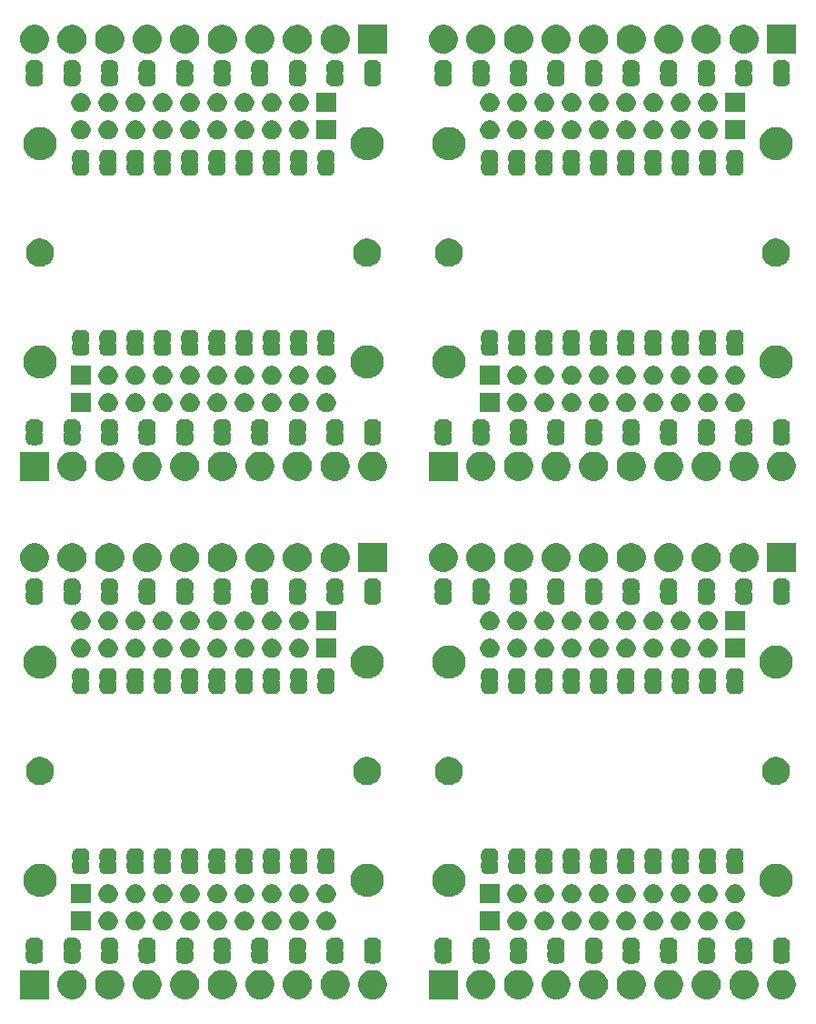
<source format=gbr>
G04 #@! TF.GenerationSoftware,KiCad,Pcbnew,5.1.5+dfsg1-2build2*
G04 #@! TF.CreationDate,2022-09-28T18:38:26-05:00*
G04 #@! TF.ProjectId,,58585858-5858-4585-9858-585858585858,rev?*
G04 #@! TF.SameCoordinates,Original*
G04 #@! TF.FileFunction,Soldermask,Bot*
G04 #@! TF.FilePolarity,Negative*
%FSLAX46Y46*%
G04 Gerber Fmt 4.6, Leading zero omitted, Abs format (unit mm)*
G04 Created by KiCad (PCBNEW 5.1.5+dfsg1-2build2) date 2022-09-28 18:38:26*
%MOMM*%
%LPD*%
G04 APERTURE LIST*
%ADD10C,0.100000*%
G04 APERTURE END LIST*
D10*
G36*
X86611760Y-131546320D02*
G01*
X83909760Y-131546320D01*
X83909760Y-128844320D01*
X86611760Y-128844320D01*
X86611760Y-131546320D01*
G37*
G36*
X48511760Y-131546320D02*
G01*
X45809760Y-131546320D01*
X45809760Y-128844320D01*
X48511760Y-128844320D01*
X48511760Y-131546320D01*
G37*
G36*
X79054832Y-128896238D02*
G01*
X79300699Y-128998079D01*
X79521972Y-129145930D01*
X79710150Y-129334108D01*
X79858001Y-129555381D01*
X79959842Y-129801248D01*
X80011760Y-130062258D01*
X80011760Y-130328382D01*
X79959842Y-130589392D01*
X79858001Y-130835259D01*
X79710150Y-131056532D01*
X79521972Y-131244710D01*
X79300699Y-131392561D01*
X79300698Y-131392562D01*
X79300697Y-131392562D01*
X79054832Y-131494402D01*
X78793823Y-131546320D01*
X78527697Y-131546320D01*
X78266688Y-131494402D01*
X78020823Y-131392562D01*
X78020822Y-131392562D01*
X78020821Y-131392561D01*
X77799548Y-131244710D01*
X77611370Y-131056532D01*
X77463519Y-130835259D01*
X77361678Y-130589392D01*
X77309760Y-130328382D01*
X77309760Y-130062258D01*
X77361678Y-129801248D01*
X77463519Y-129555381D01*
X77611370Y-129334108D01*
X77799548Y-129145930D01*
X78020821Y-128998079D01*
X78266688Y-128896238D01*
X78527697Y-128844320D01*
X78793823Y-128844320D01*
X79054832Y-128896238D01*
G37*
G36*
X75554832Y-128896238D02*
G01*
X75800699Y-128998079D01*
X76021972Y-129145930D01*
X76210150Y-129334108D01*
X76358001Y-129555381D01*
X76459842Y-129801248D01*
X76511760Y-130062258D01*
X76511760Y-130328382D01*
X76459842Y-130589392D01*
X76358001Y-130835259D01*
X76210150Y-131056532D01*
X76021972Y-131244710D01*
X75800699Y-131392561D01*
X75800698Y-131392562D01*
X75800697Y-131392562D01*
X75554832Y-131494402D01*
X75293823Y-131546320D01*
X75027697Y-131546320D01*
X74766688Y-131494402D01*
X74520823Y-131392562D01*
X74520822Y-131392562D01*
X74520821Y-131392561D01*
X74299548Y-131244710D01*
X74111370Y-131056532D01*
X73963519Y-130835259D01*
X73861678Y-130589392D01*
X73809760Y-130328382D01*
X73809760Y-130062258D01*
X73861678Y-129801248D01*
X73963519Y-129555381D01*
X74111370Y-129334108D01*
X74299548Y-129145930D01*
X74520821Y-128998079D01*
X74766688Y-128896238D01*
X75027697Y-128844320D01*
X75293823Y-128844320D01*
X75554832Y-128896238D01*
G37*
G36*
X72054832Y-128896238D02*
G01*
X72300699Y-128998079D01*
X72521972Y-129145930D01*
X72710150Y-129334108D01*
X72858001Y-129555381D01*
X72959842Y-129801248D01*
X73011760Y-130062258D01*
X73011760Y-130328382D01*
X72959842Y-130589392D01*
X72858001Y-130835259D01*
X72710150Y-131056532D01*
X72521972Y-131244710D01*
X72300699Y-131392561D01*
X72300698Y-131392562D01*
X72300697Y-131392562D01*
X72054832Y-131494402D01*
X71793823Y-131546320D01*
X71527697Y-131546320D01*
X71266688Y-131494402D01*
X71020823Y-131392562D01*
X71020822Y-131392562D01*
X71020821Y-131392561D01*
X70799548Y-131244710D01*
X70611370Y-131056532D01*
X70463519Y-130835259D01*
X70361678Y-130589392D01*
X70309760Y-130328382D01*
X70309760Y-130062258D01*
X70361678Y-129801248D01*
X70463519Y-129555381D01*
X70611370Y-129334108D01*
X70799548Y-129145930D01*
X71020821Y-128998079D01*
X71266688Y-128896238D01*
X71527697Y-128844320D01*
X71793823Y-128844320D01*
X72054832Y-128896238D01*
G37*
G36*
X68554832Y-128896238D02*
G01*
X68800699Y-128998079D01*
X69021972Y-129145930D01*
X69210150Y-129334108D01*
X69358001Y-129555381D01*
X69459842Y-129801248D01*
X69511760Y-130062258D01*
X69511760Y-130328382D01*
X69459842Y-130589392D01*
X69358001Y-130835259D01*
X69210150Y-131056532D01*
X69021972Y-131244710D01*
X68800699Y-131392561D01*
X68800698Y-131392562D01*
X68800697Y-131392562D01*
X68554832Y-131494402D01*
X68293823Y-131546320D01*
X68027697Y-131546320D01*
X67766688Y-131494402D01*
X67520823Y-131392562D01*
X67520822Y-131392562D01*
X67520821Y-131392561D01*
X67299548Y-131244710D01*
X67111370Y-131056532D01*
X66963519Y-130835259D01*
X66861678Y-130589392D01*
X66809760Y-130328382D01*
X66809760Y-130062258D01*
X66861678Y-129801248D01*
X66963519Y-129555381D01*
X67111370Y-129334108D01*
X67299548Y-129145930D01*
X67520821Y-128998079D01*
X67766688Y-128896238D01*
X68027697Y-128844320D01*
X68293823Y-128844320D01*
X68554832Y-128896238D01*
G37*
G36*
X65054832Y-128896238D02*
G01*
X65300699Y-128998079D01*
X65521972Y-129145930D01*
X65710150Y-129334108D01*
X65858001Y-129555381D01*
X65959842Y-129801248D01*
X66011760Y-130062258D01*
X66011760Y-130328382D01*
X65959842Y-130589392D01*
X65858001Y-130835259D01*
X65710150Y-131056532D01*
X65521972Y-131244710D01*
X65300699Y-131392561D01*
X65300698Y-131392562D01*
X65300697Y-131392562D01*
X65054832Y-131494402D01*
X64793823Y-131546320D01*
X64527697Y-131546320D01*
X64266688Y-131494402D01*
X64020823Y-131392562D01*
X64020822Y-131392562D01*
X64020821Y-131392561D01*
X63799548Y-131244710D01*
X63611370Y-131056532D01*
X63463519Y-130835259D01*
X63361678Y-130589392D01*
X63309760Y-130328382D01*
X63309760Y-130062258D01*
X63361678Y-129801248D01*
X63463519Y-129555381D01*
X63611370Y-129334108D01*
X63799548Y-129145930D01*
X64020821Y-128998079D01*
X64266688Y-128896238D01*
X64527697Y-128844320D01*
X64793823Y-128844320D01*
X65054832Y-128896238D01*
G37*
G36*
X61554832Y-128896238D02*
G01*
X61800699Y-128998079D01*
X62021972Y-129145930D01*
X62210150Y-129334108D01*
X62358001Y-129555381D01*
X62459842Y-129801248D01*
X62511760Y-130062258D01*
X62511760Y-130328382D01*
X62459842Y-130589392D01*
X62358001Y-130835259D01*
X62210150Y-131056532D01*
X62021972Y-131244710D01*
X61800699Y-131392561D01*
X61800698Y-131392562D01*
X61800697Y-131392562D01*
X61554832Y-131494402D01*
X61293823Y-131546320D01*
X61027697Y-131546320D01*
X60766688Y-131494402D01*
X60520823Y-131392562D01*
X60520822Y-131392562D01*
X60520821Y-131392561D01*
X60299548Y-131244710D01*
X60111370Y-131056532D01*
X59963519Y-130835259D01*
X59861678Y-130589392D01*
X59809760Y-130328382D01*
X59809760Y-130062258D01*
X59861678Y-129801248D01*
X59963519Y-129555381D01*
X60111370Y-129334108D01*
X60299548Y-129145930D01*
X60520821Y-128998079D01*
X60766688Y-128896238D01*
X61027697Y-128844320D01*
X61293823Y-128844320D01*
X61554832Y-128896238D01*
G37*
G36*
X58054832Y-128896238D02*
G01*
X58300699Y-128998079D01*
X58521972Y-129145930D01*
X58710150Y-129334108D01*
X58858001Y-129555381D01*
X58959842Y-129801248D01*
X59011760Y-130062258D01*
X59011760Y-130328382D01*
X58959842Y-130589392D01*
X58858001Y-130835259D01*
X58710150Y-131056532D01*
X58521972Y-131244710D01*
X58300699Y-131392561D01*
X58300698Y-131392562D01*
X58300697Y-131392562D01*
X58054832Y-131494402D01*
X57793823Y-131546320D01*
X57527697Y-131546320D01*
X57266688Y-131494402D01*
X57020823Y-131392562D01*
X57020822Y-131392562D01*
X57020821Y-131392561D01*
X56799548Y-131244710D01*
X56611370Y-131056532D01*
X56463519Y-130835259D01*
X56361678Y-130589392D01*
X56309760Y-130328382D01*
X56309760Y-130062258D01*
X56361678Y-129801248D01*
X56463519Y-129555381D01*
X56611370Y-129334108D01*
X56799548Y-129145930D01*
X57020821Y-128998079D01*
X57266688Y-128896238D01*
X57527697Y-128844320D01*
X57793823Y-128844320D01*
X58054832Y-128896238D01*
G37*
G36*
X54554832Y-128896238D02*
G01*
X54800699Y-128998079D01*
X55021972Y-129145930D01*
X55210150Y-129334108D01*
X55358001Y-129555381D01*
X55459842Y-129801248D01*
X55511760Y-130062258D01*
X55511760Y-130328382D01*
X55459842Y-130589392D01*
X55358001Y-130835259D01*
X55210150Y-131056532D01*
X55021972Y-131244710D01*
X54800699Y-131392561D01*
X54800698Y-131392562D01*
X54800697Y-131392562D01*
X54554832Y-131494402D01*
X54293823Y-131546320D01*
X54027697Y-131546320D01*
X53766688Y-131494402D01*
X53520823Y-131392562D01*
X53520822Y-131392562D01*
X53520821Y-131392561D01*
X53299548Y-131244710D01*
X53111370Y-131056532D01*
X52963519Y-130835259D01*
X52861678Y-130589392D01*
X52809760Y-130328382D01*
X52809760Y-130062258D01*
X52861678Y-129801248D01*
X52963519Y-129555381D01*
X53111370Y-129334108D01*
X53299548Y-129145930D01*
X53520821Y-128998079D01*
X53766688Y-128896238D01*
X54027697Y-128844320D01*
X54293823Y-128844320D01*
X54554832Y-128896238D01*
G37*
G36*
X51054832Y-128896238D02*
G01*
X51300699Y-128998079D01*
X51521972Y-129145930D01*
X51710150Y-129334108D01*
X51858001Y-129555381D01*
X51959842Y-129801248D01*
X52011760Y-130062258D01*
X52011760Y-130328382D01*
X51959842Y-130589392D01*
X51858001Y-130835259D01*
X51710150Y-131056532D01*
X51521972Y-131244710D01*
X51300699Y-131392561D01*
X51300698Y-131392562D01*
X51300697Y-131392562D01*
X51054832Y-131494402D01*
X50793823Y-131546320D01*
X50527697Y-131546320D01*
X50266688Y-131494402D01*
X50020823Y-131392562D01*
X50020822Y-131392562D01*
X50020821Y-131392561D01*
X49799548Y-131244710D01*
X49611370Y-131056532D01*
X49463519Y-130835259D01*
X49361678Y-130589392D01*
X49309760Y-130328382D01*
X49309760Y-130062258D01*
X49361678Y-129801248D01*
X49463519Y-129555381D01*
X49611370Y-129334108D01*
X49799548Y-129145930D01*
X50020821Y-128998079D01*
X50266688Y-128896238D01*
X50527697Y-128844320D01*
X50793823Y-128844320D01*
X51054832Y-128896238D01*
G37*
G36*
X113654832Y-128896238D02*
G01*
X113900699Y-128998079D01*
X114121972Y-129145930D01*
X114310150Y-129334108D01*
X114458001Y-129555381D01*
X114559842Y-129801248D01*
X114611760Y-130062258D01*
X114611760Y-130328382D01*
X114559842Y-130589392D01*
X114458001Y-130835259D01*
X114310150Y-131056532D01*
X114121972Y-131244710D01*
X113900699Y-131392561D01*
X113900698Y-131392562D01*
X113900697Y-131392562D01*
X113654832Y-131494402D01*
X113393823Y-131546320D01*
X113127697Y-131546320D01*
X112866688Y-131494402D01*
X112620823Y-131392562D01*
X112620822Y-131392562D01*
X112620821Y-131392561D01*
X112399548Y-131244710D01*
X112211370Y-131056532D01*
X112063519Y-130835259D01*
X111961678Y-130589392D01*
X111909760Y-130328382D01*
X111909760Y-130062258D01*
X111961678Y-129801248D01*
X112063519Y-129555381D01*
X112211370Y-129334108D01*
X112399548Y-129145930D01*
X112620821Y-128998079D01*
X112866688Y-128896238D01*
X113127697Y-128844320D01*
X113393823Y-128844320D01*
X113654832Y-128896238D01*
G37*
G36*
X110154832Y-128896238D02*
G01*
X110400699Y-128998079D01*
X110621972Y-129145930D01*
X110810150Y-129334108D01*
X110958001Y-129555381D01*
X111059842Y-129801248D01*
X111111760Y-130062258D01*
X111111760Y-130328382D01*
X111059842Y-130589392D01*
X110958001Y-130835259D01*
X110810150Y-131056532D01*
X110621972Y-131244710D01*
X110400699Y-131392561D01*
X110400698Y-131392562D01*
X110400697Y-131392562D01*
X110154832Y-131494402D01*
X109893823Y-131546320D01*
X109627697Y-131546320D01*
X109366688Y-131494402D01*
X109120823Y-131392562D01*
X109120822Y-131392562D01*
X109120821Y-131392561D01*
X108899548Y-131244710D01*
X108711370Y-131056532D01*
X108563519Y-130835259D01*
X108461678Y-130589392D01*
X108409760Y-130328382D01*
X108409760Y-130062258D01*
X108461678Y-129801248D01*
X108563519Y-129555381D01*
X108711370Y-129334108D01*
X108899548Y-129145930D01*
X109120821Y-128998079D01*
X109366688Y-128896238D01*
X109627697Y-128844320D01*
X109893823Y-128844320D01*
X110154832Y-128896238D01*
G37*
G36*
X106654832Y-128896238D02*
G01*
X106900699Y-128998079D01*
X107121972Y-129145930D01*
X107310150Y-129334108D01*
X107458001Y-129555381D01*
X107559842Y-129801248D01*
X107611760Y-130062258D01*
X107611760Y-130328382D01*
X107559842Y-130589392D01*
X107458001Y-130835259D01*
X107310150Y-131056532D01*
X107121972Y-131244710D01*
X106900699Y-131392561D01*
X106900698Y-131392562D01*
X106900697Y-131392562D01*
X106654832Y-131494402D01*
X106393823Y-131546320D01*
X106127697Y-131546320D01*
X105866688Y-131494402D01*
X105620823Y-131392562D01*
X105620822Y-131392562D01*
X105620821Y-131392561D01*
X105399548Y-131244710D01*
X105211370Y-131056532D01*
X105063519Y-130835259D01*
X104961678Y-130589392D01*
X104909760Y-130328382D01*
X104909760Y-130062258D01*
X104961678Y-129801248D01*
X105063519Y-129555381D01*
X105211370Y-129334108D01*
X105399548Y-129145930D01*
X105620821Y-128998079D01*
X105866688Y-128896238D01*
X106127697Y-128844320D01*
X106393823Y-128844320D01*
X106654832Y-128896238D01*
G37*
G36*
X103154832Y-128896238D02*
G01*
X103400699Y-128998079D01*
X103621972Y-129145930D01*
X103810150Y-129334108D01*
X103958001Y-129555381D01*
X104059842Y-129801248D01*
X104111760Y-130062258D01*
X104111760Y-130328382D01*
X104059842Y-130589392D01*
X103958001Y-130835259D01*
X103810150Y-131056532D01*
X103621972Y-131244710D01*
X103400699Y-131392561D01*
X103400698Y-131392562D01*
X103400697Y-131392562D01*
X103154832Y-131494402D01*
X102893823Y-131546320D01*
X102627697Y-131546320D01*
X102366688Y-131494402D01*
X102120823Y-131392562D01*
X102120822Y-131392562D01*
X102120821Y-131392561D01*
X101899548Y-131244710D01*
X101711370Y-131056532D01*
X101563519Y-130835259D01*
X101461678Y-130589392D01*
X101409760Y-130328382D01*
X101409760Y-130062258D01*
X101461678Y-129801248D01*
X101563519Y-129555381D01*
X101711370Y-129334108D01*
X101899548Y-129145930D01*
X102120821Y-128998079D01*
X102366688Y-128896238D01*
X102627697Y-128844320D01*
X102893823Y-128844320D01*
X103154832Y-128896238D01*
G37*
G36*
X99654832Y-128896238D02*
G01*
X99900699Y-128998079D01*
X100121972Y-129145930D01*
X100310150Y-129334108D01*
X100458001Y-129555381D01*
X100559842Y-129801248D01*
X100611760Y-130062258D01*
X100611760Y-130328382D01*
X100559842Y-130589392D01*
X100458001Y-130835259D01*
X100310150Y-131056532D01*
X100121972Y-131244710D01*
X99900699Y-131392561D01*
X99900698Y-131392562D01*
X99900697Y-131392562D01*
X99654832Y-131494402D01*
X99393823Y-131546320D01*
X99127697Y-131546320D01*
X98866688Y-131494402D01*
X98620823Y-131392562D01*
X98620822Y-131392562D01*
X98620821Y-131392561D01*
X98399548Y-131244710D01*
X98211370Y-131056532D01*
X98063519Y-130835259D01*
X97961678Y-130589392D01*
X97909760Y-130328382D01*
X97909760Y-130062258D01*
X97961678Y-129801248D01*
X98063519Y-129555381D01*
X98211370Y-129334108D01*
X98399548Y-129145930D01*
X98620821Y-128998079D01*
X98866688Y-128896238D01*
X99127697Y-128844320D01*
X99393823Y-128844320D01*
X99654832Y-128896238D01*
G37*
G36*
X96154832Y-128896238D02*
G01*
X96400699Y-128998079D01*
X96621972Y-129145930D01*
X96810150Y-129334108D01*
X96958001Y-129555381D01*
X97059842Y-129801248D01*
X97111760Y-130062258D01*
X97111760Y-130328382D01*
X97059842Y-130589392D01*
X96958001Y-130835259D01*
X96810150Y-131056532D01*
X96621972Y-131244710D01*
X96400699Y-131392561D01*
X96400698Y-131392562D01*
X96400697Y-131392562D01*
X96154832Y-131494402D01*
X95893823Y-131546320D01*
X95627697Y-131546320D01*
X95366688Y-131494402D01*
X95120823Y-131392562D01*
X95120822Y-131392562D01*
X95120821Y-131392561D01*
X94899548Y-131244710D01*
X94711370Y-131056532D01*
X94563519Y-130835259D01*
X94461678Y-130589392D01*
X94409760Y-130328382D01*
X94409760Y-130062258D01*
X94461678Y-129801248D01*
X94563519Y-129555381D01*
X94711370Y-129334108D01*
X94899548Y-129145930D01*
X95120821Y-128998079D01*
X95366688Y-128896238D01*
X95627697Y-128844320D01*
X95893823Y-128844320D01*
X96154832Y-128896238D01*
G37*
G36*
X92654832Y-128896238D02*
G01*
X92900699Y-128998079D01*
X93121972Y-129145930D01*
X93310150Y-129334108D01*
X93458001Y-129555381D01*
X93559842Y-129801248D01*
X93611760Y-130062258D01*
X93611760Y-130328382D01*
X93559842Y-130589392D01*
X93458001Y-130835259D01*
X93310150Y-131056532D01*
X93121972Y-131244710D01*
X92900699Y-131392561D01*
X92900698Y-131392562D01*
X92900697Y-131392562D01*
X92654832Y-131494402D01*
X92393823Y-131546320D01*
X92127697Y-131546320D01*
X91866688Y-131494402D01*
X91620823Y-131392562D01*
X91620822Y-131392562D01*
X91620821Y-131392561D01*
X91399548Y-131244710D01*
X91211370Y-131056532D01*
X91063519Y-130835259D01*
X90961678Y-130589392D01*
X90909760Y-130328382D01*
X90909760Y-130062258D01*
X90961678Y-129801248D01*
X91063519Y-129555381D01*
X91211370Y-129334108D01*
X91399548Y-129145930D01*
X91620821Y-128998079D01*
X91866688Y-128896238D01*
X92127697Y-128844320D01*
X92393823Y-128844320D01*
X92654832Y-128896238D01*
G37*
G36*
X89154832Y-128896238D02*
G01*
X89400699Y-128998079D01*
X89621972Y-129145930D01*
X89810150Y-129334108D01*
X89958001Y-129555381D01*
X90059842Y-129801248D01*
X90111760Y-130062258D01*
X90111760Y-130328382D01*
X90059842Y-130589392D01*
X89958001Y-130835259D01*
X89810150Y-131056532D01*
X89621972Y-131244710D01*
X89400699Y-131392561D01*
X89400698Y-131392562D01*
X89400697Y-131392562D01*
X89154832Y-131494402D01*
X88893823Y-131546320D01*
X88627697Y-131546320D01*
X88366688Y-131494402D01*
X88120823Y-131392562D01*
X88120822Y-131392562D01*
X88120821Y-131392561D01*
X87899548Y-131244710D01*
X87711370Y-131056532D01*
X87563519Y-130835259D01*
X87461678Y-130589392D01*
X87409760Y-130328382D01*
X87409760Y-130062258D01*
X87461678Y-129801248D01*
X87563519Y-129555381D01*
X87711370Y-129334108D01*
X87899548Y-129145930D01*
X88120821Y-128998079D01*
X88366688Y-128896238D01*
X88627697Y-128844320D01*
X88893823Y-128844320D01*
X89154832Y-128896238D01*
G37*
G36*
X117154832Y-128896238D02*
G01*
X117400699Y-128998079D01*
X117621972Y-129145930D01*
X117810150Y-129334108D01*
X117958001Y-129555381D01*
X118059842Y-129801248D01*
X118111760Y-130062258D01*
X118111760Y-130328382D01*
X118059842Y-130589392D01*
X117958001Y-130835259D01*
X117810150Y-131056532D01*
X117621972Y-131244710D01*
X117400699Y-131392561D01*
X117400698Y-131392562D01*
X117400697Y-131392562D01*
X117154832Y-131494402D01*
X116893823Y-131546320D01*
X116627697Y-131546320D01*
X116366688Y-131494402D01*
X116120823Y-131392562D01*
X116120822Y-131392562D01*
X116120821Y-131392561D01*
X115899548Y-131244710D01*
X115711370Y-131056532D01*
X115563519Y-130835259D01*
X115461678Y-130589392D01*
X115409760Y-130328382D01*
X115409760Y-130062258D01*
X115461678Y-129801248D01*
X115563519Y-129555381D01*
X115711370Y-129334108D01*
X115899548Y-129145930D01*
X116120821Y-128998079D01*
X116366688Y-128896238D01*
X116627697Y-128844320D01*
X116893823Y-128844320D01*
X117154832Y-128896238D01*
G37*
G36*
X78922959Y-125837274D02*
G01*
X78935210Y-125837876D01*
X78953629Y-125837876D01*
X78975909Y-125840070D01*
X79059993Y-125856796D01*
X79081420Y-125863296D01*
X79160618Y-125896100D01*
X79166063Y-125899011D01*
X79166069Y-125899013D01*
X79174929Y-125903749D01*
X79174933Y-125903752D01*
X79180374Y-125906660D01*
X79251659Y-125954291D01*
X79268964Y-125968492D01*
X79329588Y-126029116D01*
X79343789Y-126046421D01*
X79391420Y-126117706D01*
X79394328Y-126123147D01*
X79394331Y-126123151D01*
X79399067Y-126132011D01*
X79399069Y-126132017D01*
X79401980Y-126137462D01*
X79434784Y-126216660D01*
X79441284Y-126238087D01*
X79458010Y-126322171D01*
X79460204Y-126344451D01*
X79460204Y-126362870D01*
X79460806Y-126375121D01*
X79462612Y-126393459D01*
X79462612Y-126881180D01*
X79461023Y-126897319D01*
X79458108Y-126906928D01*
X79453370Y-126915792D01*
X79446997Y-126923557D01*
X79434554Y-126933768D01*
X79424185Y-126940698D01*
X79406858Y-126958025D01*
X79393245Y-126978400D01*
X79383869Y-127001040D01*
X79379089Y-127025073D01*
X79379090Y-127049577D01*
X79383872Y-127073610D01*
X79393250Y-127096249D01*
X79406865Y-127116622D01*
X79424192Y-127133949D01*
X79434562Y-127140878D01*
X79446997Y-127151083D01*
X79453370Y-127158848D01*
X79458108Y-127167712D01*
X79461023Y-127177321D01*
X79462612Y-127193460D01*
X79462612Y-127681182D01*
X79460806Y-127699519D01*
X79460204Y-127711770D01*
X79460204Y-127730189D01*
X79458010Y-127752469D01*
X79441284Y-127836553D01*
X79434784Y-127857980D01*
X79401980Y-127937178D01*
X79399069Y-127942623D01*
X79399067Y-127942629D01*
X79394331Y-127951489D01*
X79394328Y-127951493D01*
X79391420Y-127956934D01*
X79343789Y-128028219D01*
X79329588Y-128045524D01*
X79268964Y-128106148D01*
X79251659Y-128120349D01*
X79180374Y-128167980D01*
X79174933Y-128170888D01*
X79174929Y-128170891D01*
X79166069Y-128175627D01*
X79166063Y-128175629D01*
X79160618Y-128178540D01*
X79081420Y-128211344D01*
X79059993Y-128217844D01*
X78975909Y-128234570D01*
X78953629Y-128236764D01*
X78935210Y-128236764D01*
X78922959Y-128237366D01*
X78904622Y-128239172D01*
X78416898Y-128239172D01*
X78398561Y-128237366D01*
X78386310Y-128236764D01*
X78367891Y-128236764D01*
X78345611Y-128234570D01*
X78261527Y-128217844D01*
X78240100Y-128211344D01*
X78160902Y-128178540D01*
X78155457Y-128175629D01*
X78155451Y-128175627D01*
X78146591Y-128170891D01*
X78146587Y-128170888D01*
X78141146Y-128167980D01*
X78069861Y-128120349D01*
X78052556Y-128106148D01*
X77991932Y-128045524D01*
X77977731Y-128028219D01*
X77930100Y-127956934D01*
X77927192Y-127951493D01*
X77927189Y-127951489D01*
X77922453Y-127942629D01*
X77922451Y-127942623D01*
X77919540Y-127937178D01*
X77886736Y-127857980D01*
X77880236Y-127836553D01*
X77863510Y-127752469D01*
X77861316Y-127730189D01*
X77861316Y-127711770D01*
X77860714Y-127699519D01*
X77858908Y-127681182D01*
X77858908Y-127193460D01*
X77860497Y-127177321D01*
X77863412Y-127167712D01*
X77868150Y-127158848D01*
X77874523Y-127151083D01*
X77886966Y-127140872D01*
X77897335Y-127133942D01*
X77914662Y-127116615D01*
X77928275Y-127096240D01*
X77937651Y-127073600D01*
X77942431Y-127049567D01*
X77942430Y-127025063D01*
X77937648Y-127001030D01*
X77928270Y-126978391D01*
X77914655Y-126958018D01*
X77897328Y-126940691D01*
X77886958Y-126933762D01*
X77874523Y-126923557D01*
X77868150Y-126915792D01*
X77863412Y-126906928D01*
X77860497Y-126897319D01*
X77858908Y-126881180D01*
X77858908Y-126393459D01*
X77860714Y-126375121D01*
X77861316Y-126362870D01*
X77861316Y-126344451D01*
X77863510Y-126322171D01*
X77880236Y-126238087D01*
X77886736Y-126216660D01*
X77919540Y-126137462D01*
X77922451Y-126132017D01*
X77922453Y-126132011D01*
X77927189Y-126123151D01*
X77927192Y-126123147D01*
X77930100Y-126117706D01*
X77977731Y-126046421D01*
X77991932Y-126029116D01*
X78052556Y-125968492D01*
X78069861Y-125954291D01*
X78141146Y-125906660D01*
X78146587Y-125903752D01*
X78146591Y-125903749D01*
X78155451Y-125899013D01*
X78155457Y-125899011D01*
X78160902Y-125896100D01*
X78240100Y-125863296D01*
X78261527Y-125856796D01*
X78345611Y-125840070D01*
X78367891Y-125837876D01*
X78386310Y-125837876D01*
X78398561Y-125837274D01*
X78416899Y-125835468D01*
X78904621Y-125835468D01*
X78922959Y-125837274D01*
G37*
G36*
X71922959Y-125837274D02*
G01*
X71935210Y-125837876D01*
X71953629Y-125837876D01*
X71975909Y-125840070D01*
X72059993Y-125856796D01*
X72081420Y-125863296D01*
X72160618Y-125896100D01*
X72166063Y-125899011D01*
X72166069Y-125899013D01*
X72174929Y-125903749D01*
X72174933Y-125903752D01*
X72180374Y-125906660D01*
X72251659Y-125954291D01*
X72268964Y-125968492D01*
X72329588Y-126029116D01*
X72343789Y-126046421D01*
X72391420Y-126117706D01*
X72394328Y-126123147D01*
X72394331Y-126123151D01*
X72399067Y-126132011D01*
X72399069Y-126132017D01*
X72401980Y-126137462D01*
X72434784Y-126216660D01*
X72441284Y-126238087D01*
X72458010Y-126322171D01*
X72460204Y-126344451D01*
X72460204Y-126362870D01*
X72460806Y-126375121D01*
X72462612Y-126393459D01*
X72462612Y-126881180D01*
X72461023Y-126897319D01*
X72458108Y-126906928D01*
X72453370Y-126915792D01*
X72446997Y-126923557D01*
X72434554Y-126933768D01*
X72424185Y-126940698D01*
X72406858Y-126958025D01*
X72393245Y-126978400D01*
X72383869Y-127001040D01*
X72379089Y-127025073D01*
X72379090Y-127049577D01*
X72383872Y-127073610D01*
X72393250Y-127096249D01*
X72406865Y-127116622D01*
X72424192Y-127133949D01*
X72434562Y-127140878D01*
X72446997Y-127151083D01*
X72453370Y-127158848D01*
X72458108Y-127167712D01*
X72461023Y-127177321D01*
X72462612Y-127193460D01*
X72462612Y-127681182D01*
X72460806Y-127699519D01*
X72460204Y-127711770D01*
X72460204Y-127730189D01*
X72458010Y-127752469D01*
X72441284Y-127836553D01*
X72434784Y-127857980D01*
X72401980Y-127937178D01*
X72399069Y-127942623D01*
X72399067Y-127942629D01*
X72394331Y-127951489D01*
X72394328Y-127951493D01*
X72391420Y-127956934D01*
X72343789Y-128028219D01*
X72329588Y-128045524D01*
X72268964Y-128106148D01*
X72251659Y-128120349D01*
X72180374Y-128167980D01*
X72174933Y-128170888D01*
X72174929Y-128170891D01*
X72166069Y-128175627D01*
X72166063Y-128175629D01*
X72160618Y-128178540D01*
X72081420Y-128211344D01*
X72059993Y-128217844D01*
X71975909Y-128234570D01*
X71953629Y-128236764D01*
X71935210Y-128236764D01*
X71922959Y-128237366D01*
X71904622Y-128239172D01*
X71416898Y-128239172D01*
X71398561Y-128237366D01*
X71386310Y-128236764D01*
X71367891Y-128236764D01*
X71345611Y-128234570D01*
X71261527Y-128217844D01*
X71240100Y-128211344D01*
X71160902Y-128178540D01*
X71155457Y-128175629D01*
X71155451Y-128175627D01*
X71146591Y-128170891D01*
X71146587Y-128170888D01*
X71141146Y-128167980D01*
X71069861Y-128120349D01*
X71052556Y-128106148D01*
X70991932Y-128045524D01*
X70977731Y-128028219D01*
X70930100Y-127956934D01*
X70927192Y-127951493D01*
X70927189Y-127951489D01*
X70922453Y-127942629D01*
X70922451Y-127942623D01*
X70919540Y-127937178D01*
X70886736Y-127857980D01*
X70880236Y-127836553D01*
X70863510Y-127752469D01*
X70861316Y-127730189D01*
X70861316Y-127711770D01*
X70860714Y-127699519D01*
X70858908Y-127681182D01*
X70858908Y-127193460D01*
X70860497Y-127177321D01*
X70863412Y-127167712D01*
X70868150Y-127158848D01*
X70874523Y-127151083D01*
X70886966Y-127140872D01*
X70897335Y-127133942D01*
X70914662Y-127116615D01*
X70928275Y-127096240D01*
X70937651Y-127073600D01*
X70942431Y-127049567D01*
X70942430Y-127025063D01*
X70937648Y-127001030D01*
X70928270Y-126978391D01*
X70914655Y-126958018D01*
X70897328Y-126940691D01*
X70886958Y-126933762D01*
X70874523Y-126923557D01*
X70868150Y-126915792D01*
X70863412Y-126906928D01*
X70860497Y-126897319D01*
X70858908Y-126881180D01*
X70858908Y-126393459D01*
X70860714Y-126375121D01*
X70861316Y-126362870D01*
X70861316Y-126344451D01*
X70863510Y-126322171D01*
X70880236Y-126238087D01*
X70886736Y-126216660D01*
X70919540Y-126137462D01*
X70922451Y-126132017D01*
X70922453Y-126132011D01*
X70927189Y-126123151D01*
X70927192Y-126123147D01*
X70930100Y-126117706D01*
X70977731Y-126046421D01*
X70991932Y-126029116D01*
X71052556Y-125968492D01*
X71069861Y-125954291D01*
X71141146Y-125906660D01*
X71146587Y-125903752D01*
X71146591Y-125903749D01*
X71155451Y-125899013D01*
X71155457Y-125899011D01*
X71160902Y-125896100D01*
X71240100Y-125863296D01*
X71261527Y-125856796D01*
X71345611Y-125840070D01*
X71367891Y-125837876D01*
X71386310Y-125837876D01*
X71398561Y-125837274D01*
X71416899Y-125835468D01*
X71904621Y-125835468D01*
X71922959Y-125837274D01*
G37*
G36*
X68422959Y-125837274D02*
G01*
X68435210Y-125837876D01*
X68453629Y-125837876D01*
X68475909Y-125840070D01*
X68559993Y-125856796D01*
X68581420Y-125863296D01*
X68660618Y-125896100D01*
X68666063Y-125899011D01*
X68666069Y-125899013D01*
X68674929Y-125903749D01*
X68674933Y-125903752D01*
X68680374Y-125906660D01*
X68751659Y-125954291D01*
X68768964Y-125968492D01*
X68829588Y-126029116D01*
X68843789Y-126046421D01*
X68891420Y-126117706D01*
X68894328Y-126123147D01*
X68894331Y-126123151D01*
X68899067Y-126132011D01*
X68899069Y-126132017D01*
X68901980Y-126137462D01*
X68934784Y-126216660D01*
X68941284Y-126238087D01*
X68958010Y-126322171D01*
X68960204Y-126344451D01*
X68960204Y-126362870D01*
X68960806Y-126375121D01*
X68962612Y-126393459D01*
X68962612Y-126881180D01*
X68961023Y-126897319D01*
X68958108Y-126906928D01*
X68953370Y-126915792D01*
X68946997Y-126923557D01*
X68934554Y-126933768D01*
X68924185Y-126940698D01*
X68906858Y-126958025D01*
X68893245Y-126978400D01*
X68883869Y-127001040D01*
X68879089Y-127025073D01*
X68879090Y-127049577D01*
X68883872Y-127073610D01*
X68893250Y-127096249D01*
X68906865Y-127116622D01*
X68924192Y-127133949D01*
X68934562Y-127140878D01*
X68946997Y-127151083D01*
X68953370Y-127158848D01*
X68958108Y-127167712D01*
X68961023Y-127177321D01*
X68962612Y-127193460D01*
X68962612Y-127681182D01*
X68960806Y-127699519D01*
X68960204Y-127711770D01*
X68960204Y-127730189D01*
X68958010Y-127752469D01*
X68941284Y-127836553D01*
X68934784Y-127857980D01*
X68901980Y-127937178D01*
X68899069Y-127942623D01*
X68899067Y-127942629D01*
X68894331Y-127951489D01*
X68894328Y-127951493D01*
X68891420Y-127956934D01*
X68843789Y-128028219D01*
X68829588Y-128045524D01*
X68768964Y-128106148D01*
X68751659Y-128120349D01*
X68680374Y-128167980D01*
X68674933Y-128170888D01*
X68674929Y-128170891D01*
X68666069Y-128175627D01*
X68666063Y-128175629D01*
X68660618Y-128178540D01*
X68581420Y-128211344D01*
X68559993Y-128217844D01*
X68475909Y-128234570D01*
X68453629Y-128236764D01*
X68435210Y-128236764D01*
X68422959Y-128237366D01*
X68404622Y-128239172D01*
X67916898Y-128239172D01*
X67898561Y-128237366D01*
X67886310Y-128236764D01*
X67867891Y-128236764D01*
X67845611Y-128234570D01*
X67761527Y-128217844D01*
X67740100Y-128211344D01*
X67660902Y-128178540D01*
X67655457Y-128175629D01*
X67655451Y-128175627D01*
X67646591Y-128170891D01*
X67646587Y-128170888D01*
X67641146Y-128167980D01*
X67569861Y-128120349D01*
X67552556Y-128106148D01*
X67491932Y-128045524D01*
X67477731Y-128028219D01*
X67430100Y-127956934D01*
X67427192Y-127951493D01*
X67427189Y-127951489D01*
X67422453Y-127942629D01*
X67422451Y-127942623D01*
X67419540Y-127937178D01*
X67386736Y-127857980D01*
X67380236Y-127836553D01*
X67363510Y-127752469D01*
X67361316Y-127730189D01*
X67361316Y-127711770D01*
X67360714Y-127699519D01*
X67358908Y-127681182D01*
X67358908Y-127193460D01*
X67360497Y-127177321D01*
X67363412Y-127167712D01*
X67368150Y-127158848D01*
X67374523Y-127151083D01*
X67386966Y-127140872D01*
X67397335Y-127133942D01*
X67414662Y-127116615D01*
X67428275Y-127096240D01*
X67437651Y-127073600D01*
X67442431Y-127049567D01*
X67442430Y-127025063D01*
X67437648Y-127001030D01*
X67428270Y-126978391D01*
X67414655Y-126958018D01*
X67397328Y-126940691D01*
X67386958Y-126933762D01*
X67374523Y-126923557D01*
X67368150Y-126915792D01*
X67363412Y-126906928D01*
X67360497Y-126897319D01*
X67358908Y-126881180D01*
X67358908Y-126393459D01*
X67360714Y-126375121D01*
X67361316Y-126362870D01*
X67361316Y-126344451D01*
X67363510Y-126322171D01*
X67380236Y-126238087D01*
X67386736Y-126216660D01*
X67419540Y-126137462D01*
X67422451Y-126132017D01*
X67422453Y-126132011D01*
X67427189Y-126123151D01*
X67427192Y-126123147D01*
X67430100Y-126117706D01*
X67477731Y-126046421D01*
X67491932Y-126029116D01*
X67552556Y-125968492D01*
X67569861Y-125954291D01*
X67641146Y-125906660D01*
X67646587Y-125903752D01*
X67646591Y-125903749D01*
X67655451Y-125899013D01*
X67655457Y-125899011D01*
X67660902Y-125896100D01*
X67740100Y-125863296D01*
X67761527Y-125856796D01*
X67845611Y-125840070D01*
X67867891Y-125837876D01*
X67886310Y-125837876D01*
X67898561Y-125837274D01*
X67916899Y-125835468D01*
X68404621Y-125835468D01*
X68422959Y-125837274D01*
G37*
G36*
X64922959Y-125837274D02*
G01*
X64935210Y-125837876D01*
X64953629Y-125837876D01*
X64975909Y-125840070D01*
X65059993Y-125856796D01*
X65081420Y-125863296D01*
X65160618Y-125896100D01*
X65166063Y-125899011D01*
X65166069Y-125899013D01*
X65174929Y-125903749D01*
X65174933Y-125903752D01*
X65180374Y-125906660D01*
X65251659Y-125954291D01*
X65268964Y-125968492D01*
X65329588Y-126029116D01*
X65343789Y-126046421D01*
X65391420Y-126117706D01*
X65394328Y-126123147D01*
X65394331Y-126123151D01*
X65399067Y-126132011D01*
X65399069Y-126132017D01*
X65401980Y-126137462D01*
X65434784Y-126216660D01*
X65441284Y-126238087D01*
X65458010Y-126322171D01*
X65460204Y-126344451D01*
X65460204Y-126362870D01*
X65460806Y-126375121D01*
X65462612Y-126393459D01*
X65462612Y-126881180D01*
X65461023Y-126897319D01*
X65458108Y-126906928D01*
X65453370Y-126915792D01*
X65446997Y-126923557D01*
X65434554Y-126933768D01*
X65424185Y-126940698D01*
X65406858Y-126958025D01*
X65393245Y-126978400D01*
X65383869Y-127001040D01*
X65379089Y-127025073D01*
X65379090Y-127049577D01*
X65383872Y-127073610D01*
X65393250Y-127096249D01*
X65406865Y-127116622D01*
X65424192Y-127133949D01*
X65434562Y-127140878D01*
X65446997Y-127151083D01*
X65453370Y-127158848D01*
X65458108Y-127167712D01*
X65461023Y-127177321D01*
X65462612Y-127193460D01*
X65462612Y-127681182D01*
X65460806Y-127699519D01*
X65460204Y-127711770D01*
X65460204Y-127730189D01*
X65458010Y-127752469D01*
X65441284Y-127836553D01*
X65434784Y-127857980D01*
X65401980Y-127937178D01*
X65399069Y-127942623D01*
X65399067Y-127942629D01*
X65394331Y-127951489D01*
X65394328Y-127951493D01*
X65391420Y-127956934D01*
X65343789Y-128028219D01*
X65329588Y-128045524D01*
X65268964Y-128106148D01*
X65251659Y-128120349D01*
X65180374Y-128167980D01*
X65174933Y-128170888D01*
X65174929Y-128170891D01*
X65166069Y-128175627D01*
X65166063Y-128175629D01*
X65160618Y-128178540D01*
X65081420Y-128211344D01*
X65059993Y-128217844D01*
X64975909Y-128234570D01*
X64953629Y-128236764D01*
X64935210Y-128236764D01*
X64922959Y-128237366D01*
X64904622Y-128239172D01*
X64416898Y-128239172D01*
X64398561Y-128237366D01*
X64386310Y-128236764D01*
X64367891Y-128236764D01*
X64345611Y-128234570D01*
X64261527Y-128217844D01*
X64240100Y-128211344D01*
X64160902Y-128178540D01*
X64155457Y-128175629D01*
X64155451Y-128175627D01*
X64146591Y-128170891D01*
X64146587Y-128170888D01*
X64141146Y-128167980D01*
X64069861Y-128120349D01*
X64052556Y-128106148D01*
X63991932Y-128045524D01*
X63977731Y-128028219D01*
X63930100Y-127956934D01*
X63927192Y-127951493D01*
X63927189Y-127951489D01*
X63922453Y-127942629D01*
X63922451Y-127942623D01*
X63919540Y-127937178D01*
X63886736Y-127857980D01*
X63880236Y-127836553D01*
X63863510Y-127752469D01*
X63861316Y-127730189D01*
X63861316Y-127711770D01*
X63860714Y-127699519D01*
X63858908Y-127681182D01*
X63858908Y-127193460D01*
X63860497Y-127177321D01*
X63863412Y-127167712D01*
X63868150Y-127158848D01*
X63874523Y-127151083D01*
X63886966Y-127140872D01*
X63897335Y-127133942D01*
X63914662Y-127116615D01*
X63928275Y-127096240D01*
X63937651Y-127073600D01*
X63942431Y-127049567D01*
X63942430Y-127025063D01*
X63937648Y-127001030D01*
X63928270Y-126978391D01*
X63914655Y-126958018D01*
X63897328Y-126940691D01*
X63886958Y-126933762D01*
X63874523Y-126923557D01*
X63868150Y-126915792D01*
X63863412Y-126906928D01*
X63860497Y-126897319D01*
X63858908Y-126881180D01*
X63858908Y-126393459D01*
X63860714Y-126375121D01*
X63861316Y-126362870D01*
X63861316Y-126344451D01*
X63863510Y-126322171D01*
X63880236Y-126238087D01*
X63886736Y-126216660D01*
X63919540Y-126137462D01*
X63922451Y-126132017D01*
X63922453Y-126132011D01*
X63927189Y-126123151D01*
X63927192Y-126123147D01*
X63930100Y-126117706D01*
X63977731Y-126046421D01*
X63991932Y-126029116D01*
X64052556Y-125968492D01*
X64069861Y-125954291D01*
X64141146Y-125906660D01*
X64146587Y-125903752D01*
X64146591Y-125903749D01*
X64155451Y-125899013D01*
X64155457Y-125899011D01*
X64160902Y-125896100D01*
X64240100Y-125863296D01*
X64261527Y-125856796D01*
X64345611Y-125840070D01*
X64367891Y-125837876D01*
X64386310Y-125837876D01*
X64398561Y-125837274D01*
X64416899Y-125835468D01*
X64904621Y-125835468D01*
X64922959Y-125837274D01*
G37*
G36*
X61422959Y-125837274D02*
G01*
X61435210Y-125837876D01*
X61453629Y-125837876D01*
X61475909Y-125840070D01*
X61559993Y-125856796D01*
X61581420Y-125863296D01*
X61660618Y-125896100D01*
X61666063Y-125899011D01*
X61666069Y-125899013D01*
X61674929Y-125903749D01*
X61674933Y-125903752D01*
X61680374Y-125906660D01*
X61751659Y-125954291D01*
X61768964Y-125968492D01*
X61829588Y-126029116D01*
X61843789Y-126046421D01*
X61891420Y-126117706D01*
X61894328Y-126123147D01*
X61894331Y-126123151D01*
X61899067Y-126132011D01*
X61899069Y-126132017D01*
X61901980Y-126137462D01*
X61934784Y-126216660D01*
X61941284Y-126238087D01*
X61958010Y-126322171D01*
X61960204Y-126344451D01*
X61960204Y-126362870D01*
X61960806Y-126375121D01*
X61962612Y-126393459D01*
X61962612Y-126881180D01*
X61961023Y-126897319D01*
X61958108Y-126906928D01*
X61953370Y-126915792D01*
X61946997Y-126923557D01*
X61934554Y-126933768D01*
X61924185Y-126940698D01*
X61906858Y-126958025D01*
X61893245Y-126978400D01*
X61883869Y-127001040D01*
X61879089Y-127025073D01*
X61879090Y-127049577D01*
X61883872Y-127073610D01*
X61893250Y-127096249D01*
X61906865Y-127116622D01*
X61924192Y-127133949D01*
X61934562Y-127140878D01*
X61946997Y-127151083D01*
X61953370Y-127158848D01*
X61958108Y-127167712D01*
X61961023Y-127177321D01*
X61962612Y-127193460D01*
X61962612Y-127681182D01*
X61960806Y-127699519D01*
X61960204Y-127711770D01*
X61960204Y-127730189D01*
X61958010Y-127752469D01*
X61941284Y-127836553D01*
X61934784Y-127857980D01*
X61901980Y-127937178D01*
X61899069Y-127942623D01*
X61899067Y-127942629D01*
X61894331Y-127951489D01*
X61894328Y-127951493D01*
X61891420Y-127956934D01*
X61843789Y-128028219D01*
X61829588Y-128045524D01*
X61768964Y-128106148D01*
X61751659Y-128120349D01*
X61680374Y-128167980D01*
X61674933Y-128170888D01*
X61674929Y-128170891D01*
X61666069Y-128175627D01*
X61666063Y-128175629D01*
X61660618Y-128178540D01*
X61581420Y-128211344D01*
X61559993Y-128217844D01*
X61475909Y-128234570D01*
X61453629Y-128236764D01*
X61435210Y-128236764D01*
X61422959Y-128237366D01*
X61404622Y-128239172D01*
X60916898Y-128239172D01*
X60898561Y-128237366D01*
X60886310Y-128236764D01*
X60867891Y-128236764D01*
X60845611Y-128234570D01*
X60761527Y-128217844D01*
X60740100Y-128211344D01*
X60660902Y-128178540D01*
X60655457Y-128175629D01*
X60655451Y-128175627D01*
X60646591Y-128170891D01*
X60646587Y-128170888D01*
X60641146Y-128167980D01*
X60569861Y-128120349D01*
X60552556Y-128106148D01*
X60491932Y-128045524D01*
X60477731Y-128028219D01*
X60430100Y-127956934D01*
X60427192Y-127951493D01*
X60427189Y-127951489D01*
X60422453Y-127942629D01*
X60422451Y-127942623D01*
X60419540Y-127937178D01*
X60386736Y-127857980D01*
X60380236Y-127836553D01*
X60363510Y-127752469D01*
X60361316Y-127730189D01*
X60361316Y-127711770D01*
X60360714Y-127699519D01*
X60358908Y-127681182D01*
X60358908Y-127193460D01*
X60360497Y-127177321D01*
X60363412Y-127167712D01*
X60368150Y-127158848D01*
X60374523Y-127151083D01*
X60386966Y-127140872D01*
X60397335Y-127133942D01*
X60414662Y-127116615D01*
X60428275Y-127096240D01*
X60437651Y-127073600D01*
X60442431Y-127049567D01*
X60442430Y-127025063D01*
X60437648Y-127001030D01*
X60428270Y-126978391D01*
X60414655Y-126958018D01*
X60397328Y-126940691D01*
X60386958Y-126933762D01*
X60374523Y-126923557D01*
X60368150Y-126915792D01*
X60363412Y-126906928D01*
X60360497Y-126897319D01*
X60358908Y-126881180D01*
X60358908Y-126393459D01*
X60360714Y-126375121D01*
X60361316Y-126362870D01*
X60361316Y-126344451D01*
X60363510Y-126322171D01*
X60380236Y-126238087D01*
X60386736Y-126216660D01*
X60419540Y-126137462D01*
X60422451Y-126132017D01*
X60422453Y-126132011D01*
X60427189Y-126123151D01*
X60427192Y-126123147D01*
X60430100Y-126117706D01*
X60477731Y-126046421D01*
X60491932Y-126029116D01*
X60552556Y-125968492D01*
X60569861Y-125954291D01*
X60641146Y-125906660D01*
X60646587Y-125903752D01*
X60646591Y-125903749D01*
X60655451Y-125899013D01*
X60655457Y-125899011D01*
X60660902Y-125896100D01*
X60740100Y-125863296D01*
X60761527Y-125856796D01*
X60845611Y-125840070D01*
X60867891Y-125837876D01*
X60886310Y-125837876D01*
X60898561Y-125837274D01*
X60916899Y-125835468D01*
X61404621Y-125835468D01*
X61422959Y-125837274D01*
G37*
G36*
X57922959Y-125837274D02*
G01*
X57935210Y-125837876D01*
X57953629Y-125837876D01*
X57975909Y-125840070D01*
X58059993Y-125856796D01*
X58081420Y-125863296D01*
X58160618Y-125896100D01*
X58166063Y-125899011D01*
X58166069Y-125899013D01*
X58174929Y-125903749D01*
X58174933Y-125903752D01*
X58180374Y-125906660D01*
X58251659Y-125954291D01*
X58268964Y-125968492D01*
X58329588Y-126029116D01*
X58343789Y-126046421D01*
X58391420Y-126117706D01*
X58394328Y-126123147D01*
X58394331Y-126123151D01*
X58399067Y-126132011D01*
X58399069Y-126132017D01*
X58401980Y-126137462D01*
X58434784Y-126216660D01*
X58441284Y-126238087D01*
X58458010Y-126322171D01*
X58460204Y-126344451D01*
X58460204Y-126362870D01*
X58460806Y-126375121D01*
X58462612Y-126393459D01*
X58462612Y-126881180D01*
X58461023Y-126897319D01*
X58458108Y-126906928D01*
X58453370Y-126915792D01*
X58446997Y-126923557D01*
X58434554Y-126933768D01*
X58424185Y-126940698D01*
X58406858Y-126958025D01*
X58393245Y-126978400D01*
X58383869Y-127001040D01*
X58379089Y-127025073D01*
X58379090Y-127049577D01*
X58383872Y-127073610D01*
X58393250Y-127096249D01*
X58406865Y-127116622D01*
X58424192Y-127133949D01*
X58434562Y-127140878D01*
X58446997Y-127151083D01*
X58453370Y-127158848D01*
X58458108Y-127167712D01*
X58461023Y-127177321D01*
X58462612Y-127193460D01*
X58462612Y-127681182D01*
X58460806Y-127699519D01*
X58460204Y-127711770D01*
X58460204Y-127730189D01*
X58458010Y-127752469D01*
X58441284Y-127836553D01*
X58434784Y-127857980D01*
X58401980Y-127937178D01*
X58399069Y-127942623D01*
X58399067Y-127942629D01*
X58394331Y-127951489D01*
X58394328Y-127951493D01*
X58391420Y-127956934D01*
X58343789Y-128028219D01*
X58329588Y-128045524D01*
X58268964Y-128106148D01*
X58251659Y-128120349D01*
X58180374Y-128167980D01*
X58174933Y-128170888D01*
X58174929Y-128170891D01*
X58166069Y-128175627D01*
X58166063Y-128175629D01*
X58160618Y-128178540D01*
X58081420Y-128211344D01*
X58059993Y-128217844D01*
X57975909Y-128234570D01*
X57953629Y-128236764D01*
X57935210Y-128236764D01*
X57922959Y-128237366D01*
X57904622Y-128239172D01*
X57416898Y-128239172D01*
X57398561Y-128237366D01*
X57386310Y-128236764D01*
X57367891Y-128236764D01*
X57345611Y-128234570D01*
X57261527Y-128217844D01*
X57240100Y-128211344D01*
X57160902Y-128178540D01*
X57155457Y-128175629D01*
X57155451Y-128175627D01*
X57146591Y-128170891D01*
X57146587Y-128170888D01*
X57141146Y-128167980D01*
X57069861Y-128120349D01*
X57052556Y-128106148D01*
X56991932Y-128045524D01*
X56977731Y-128028219D01*
X56930100Y-127956934D01*
X56927192Y-127951493D01*
X56927189Y-127951489D01*
X56922453Y-127942629D01*
X56922451Y-127942623D01*
X56919540Y-127937178D01*
X56886736Y-127857980D01*
X56880236Y-127836553D01*
X56863510Y-127752469D01*
X56861316Y-127730189D01*
X56861316Y-127711770D01*
X56860714Y-127699519D01*
X56858908Y-127681182D01*
X56858908Y-127193460D01*
X56860497Y-127177321D01*
X56863412Y-127167712D01*
X56868150Y-127158848D01*
X56874523Y-127151083D01*
X56886966Y-127140872D01*
X56897335Y-127133942D01*
X56914662Y-127116615D01*
X56928275Y-127096240D01*
X56937651Y-127073600D01*
X56942431Y-127049567D01*
X56942430Y-127025063D01*
X56937648Y-127001030D01*
X56928270Y-126978391D01*
X56914655Y-126958018D01*
X56897328Y-126940691D01*
X56886958Y-126933762D01*
X56874523Y-126923557D01*
X56868150Y-126915792D01*
X56863412Y-126906928D01*
X56860497Y-126897319D01*
X56858908Y-126881180D01*
X56858908Y-126393459D01*
X56860714Y-126375121D01*
X56861316Y-126362870D01*
X56861316Y-126344451D01*
X56863510Y-126322171D01*
X56880236Y-126238087D01*
X56886736Y-126216660D01*
X56919540Y-126137462D01*
X56922451Y-126132017D01*
X56922453Y-126132011D01*
X56927189Y-126123151D01*
X56927192Y-126123147D01*
X56930100Y-126117706D01*
X56977731Y-126046421D01*
X56991932Y-126029116D01*
X57052556Y-125968492D01*
X57069861Y-125954291D01*
X57141146Y-125906660D01*
X57146587Y-125903752D01*
X57146591Y-125903749D01*
X57155451Y-125899013D01*
X57155457Y-125899011D01*
X57160902Y-125896100D01*
X57240100Y-125863296D01*
X57261527Y-125856796D01*
X57345611Y-125840070D01*
X57367891Y-125837876D01*
X57386310Y-125837876D01*
X57398561Y-125837274D01*
X57416899Y-125835468D01*
X57904621Y-125835468D01*
X57922959Y-125837274D01*
G37*
G36*
X54422959Y-125837274D02*
G01*
X54435210Y-125837876D01*
X54453629Y-125837876D01*
X54475909Y-125840070D01*
X54559993Y-125856796D01*
X54581420Y-125863296D01*
X54660618Y-125896100D01*
X54666063Y-125899011D01*
X54666069Y-125899013D01*
X54674929Y-125903749D01*
X54674933Y-125903752D01*
X54680374Y-125906660D01*
X54751659Y-125954291D01*
X54768964Y-125968492D01*
X54829588Y-126029116D01*
X54843789Y-126046421D01*
X54891420Y-126117706D01*
X54894328Y-126123147D01*
X54894331Y-126123151D01*
X54899067Y-126132011D01*
X54899069Y-126132017D01*
X54901980Y-126137462D01*
X54934784Y-126216660D01*
X54941284Y-126238087D01*
X54958010Y-126322171D01*
X54960204Y-126344451D01*
X54960204Y-126362870D01*
X54960806Y-126375121D01*
X54962612Y-126393459D01*
X54962612Y-126881180D01*
X54961023Y-126897319D01*
X54958108Y-126906928D01*
X54953370Y-126915792D01*
X54946997Y-126923557D01*
X54934554Y-126933768D01*
X54924185Y-126940698D01*
X54906858Y-126958025D01*
X54893245Y-126978400D01*
X54883869Y-127001040D01*
X54879089Y-127025073D01*
X54879090Y-127049577D01*
X54883872Y-127073610D01*
X54893250Y-127096249D01*
X54906865Y-127116622D01*
X54924192Y-127133949D01*
X54934562Y-127140878D01*
X54946997Y-127151083D01*
X54953370Y-127158848D01*
X54958108Y-127167712D01*
X54961023Y-127177321D01*
X54962612Y-127193460D01*
X54962612Y-127681182D01*
X54960806Y-127699519D01*
X54960204Y-127711770D01*
X54960204Y-127730189D01*
X54958010Y-127752469D01*
X54941284Y-127836553D01*
X54934784Y-127857980D01*
X54901980Y-127937178D01*
X54899069Y-127942623D01*
X54899067Y-127942629D01*
X54894331Y-127951489D01*
X54894328Y-127951493D01*
X54891420Y-127956934D01*
X54843789Y-128028219D01*
X54829588Y-128045524D01*
X54768964Y-128106148D01*
X54751659Y-128120349D01*
X54680374Y-128167980D01*
X54674933Y-128170888D01*
X54674929Y-128170891D01*
X54666069Y-128175627D01*
X54666063Y-128175629D01*
X54660618Y-128178540D01*
X54581420Y-128211344D01*
X54559993Y-128217844D01*
X54475909Y-128234570D01*
X54453629Y-128236764D01*
X54435210Y-128236764D01*
X54422959Y-128237366D01*
X54404622Y-128239172D01*
X53916898Y-128239172D01*
X53898561Y-128237366D01*
X53886310Y-128236764D01*
X53867891Y-128236764D01*
X53845611Y-128234570D01*
X53761527Y-128217844D01*
X53740100Y-128211344D01*
X53660902Y-128178540D01*
X53655457Y-128175629D01*
X53655451Y-128175627D01*
X53646591Y-128170891D01*
X53646587Y-128170888D01*
X53641146Y-128167980D01*
X53569861Y-128120349D01*
X53552556Y-128106148D01*
X53491932Y-128045524D01*
X53477731Y-128028219D01*
X53430100Y-127956934D01*
X53427192Y-127951493D01*
X53427189Y-127951489D01*
X53422453Y-127942629D01*
X53422451Y-127942623D01*
X53419540Y-127937178D01*
X53386736Y-127857980D01*
X53380236Y-127836553D01*
X53363510Y-127752469D01*
X53361316Y-127730189D01*
X53361316Y-127711770D01*
X53360714Y-127699519D01*
X53358908Y-127681182D01*
X53358908Y-127193460D01*
X53360497Y-127177321D01*
X53363412Y-127167712D01*
X53368150Y-127158848D01*
X53374523Y-127151083D01*
X53386966Y-127140872D01*
X53397335Y-127133942D01*
X53414662Y-127116615D01*
X53428275Y-127096240D01*
X53437651Y-127073600D01*
X53442431Y-127049567D01*
X53442430Y-127025063D01*
X53437648Y-127001030D01*
X53428270Y-126978391D01*
X53414655Y-126958018D01*
X53397328Y-126940691D01*
X53386958Y-126933762D01*
X53374523Y-126923557D01*
X53368150Y-126915792D01*
X53363412Y-126906928D01*
X53360497Y-126897319D01*
X53358908Y-126881180D01*
X53358908Y-126393459D01*
X53360714Y-126375121D01*
X53361316Y-126362870D01*
X53361316Y-126344451D01*
X53363510Y-126322171D01*
X53380236Y-126238087D01*
X53386736Y-126216660D01*
X53419540Y-126137462D01*
X53422451Y-126132017D01*
X53422453Y-126132011D01*
X53427189Y-126123151D01*
X53427192Y-126123147D01*
X53430100Y-126117706D01*
X53477731Y-126046421D01*
X53491932Y-126029116D01*
X53552556Y-125968492D01*
X53569861Y-125954291D01*
X53641146Y-125906660D01*
X53646587Y-125903752D01*
X53646591Y-125903749D01*
X53655451Y-125899013D01*
X53655457Y-125899011D01*
X53660902Y-125896100D01*
X53740100Y-125863296D01*
X53761527Y-125856796D01*
X53845611Y-125840070D01*
X53867891Y-125837876D01*
X53886310Y-125837876D01*
X53898561Y-125837274D01*
X53916899Y-125835468D01*
X54404621Y-125835468D01*
X54422959Y-125837274D01*
G37*
G36*
X50922959Y-125837274D02*
G01*
X50935210Y-125837876D01*
X50953629Y-125837876D01*
X50975909Y-125840070D01*
X51059993Y-125856796D01*
X51081420Y-125863296D01*
X51160618Y-125896100D01*
X51166063Y-125899011D01*
X51166069Y-125899013D01*
X51174929Y-125903749D01*
X51174933Y-125903752D01*
X51180374Y-125906660D01*
X51251659Y-125954291D01*
X51268964Y-125968492D01*
X51329588Y-126029116D01*
X51343789Y-126046421D01*
X51391420Y-126117706D01*
X51394328Y-126123147D01*
X51394331Y-126123151D01*
X51399067Y-126132011D01*
X51399069Y-126132017D01*
X51401980Y-126137462D01*
X51434784Y-126216660D01*
X51441284Y-126238087D01*
X51458010Y-126322171D01*
X51460204Y-126344451D01*
X51460204Y-126362870D01*
X51460806Y-126375121D01*
X51462612Y-126393459D01*
X51462612Y-126881180D01*
X51461023Y-126897319D01*
X51458108Y-126906928D01*
X51453370Y-126915792D01*
X51446997Y-126923557D01*
X51434554Y-126933768D01*
X51424185Y-126940698D01*
X51406858Y-126958025D01*
X51393245Y-126978400D01*
X51383869Y-127001040D01*
X51379089Y-127025073D01*
X51379090Y-127049577D01*
X51383872Y-127073610D01*
X51393250Y-127096249D01*
X51406865Y-127116622D01*
X51424192Y-127133949D01*
X51434562Y-127140878D01*
X51446997Y-127151083D01*
X51453370Y-127158848D01*
X51458108Y-127167712D01*
X51461023Y-127177321D01*
X51462612Y-127193460D01*
X51462612Y-127681182D01*
X51460806Y-127699519D01*
X51460204Y-127711770D01*
X51460204Y-127730189D01*
X51458010Y-127752469D01*
X51441284Y-127836553D01*
X51434784Y-127857980D01*
X51401980Y-127937178D01*
X51399069Y-127942623D01*
X51399067Y-127942629D01*
X51394331Y-127951489D01*
X51394328Y-127951493D01*
X51391420Y-127956934D01*
X51343789Y-128028219D01*
X51329588Y-128045524D01*
X51268964Y-128106148D01*
X51251659Y-128120349D01*
X51180374Y-128167980D01*
X51174933Y-128170888D01*
X51174929Y-128170891D01*
X51166069Y-128175627D01*
X51166063Y-128175629D01*
X51160618Y-128178540D01*
X51081420Y-128211344D01*
X51059993Y-128217844D01*
X50975909Y-128234570D01*
X50953629Y-128236764D01*
X50935210Y-128236764D01*
X50922959Y-128237366D01*
X50904622Y-128239172D01*
X50416898Y-128239172D01*
X50398561Y-128237366D01*
X50386310Y-128236764D01*
X50367891Y-128236764D01*
X50345611Y-128234570D01*
X50261527Y-128217844D01*
X50240100Y-128211344D01*
X50160902Y-128178540D01*
X50155457Y-128175629D01*
X50155451Y-128175627D01*
X50146591Y-128170891D01*
X50146587Y-128170888D01*
X50141146Y-128167980D01*
X50069861Y-128120349D01*
X50052556Y-128106148D01*
X49991932Y-128045524D01*
X49977731Y-128028219D01*
X49930100Y-127956934D01*
X49927192Y-127951493D01*
X49927189Y-127951489D01*
X49922453Y-127942629D01*
X49922451Y-127942623D01*
X49919540Y-127937178D01*
X49886736Y-127857980D01*
X49880236Y-127836553D01*
X49863510Y-127752469D01*
X49861316Y-127730189D01*
X49861316Y-127711770D01*
X49860714Y-127699519D01*
X49858908Y-127681182D01*
X49858908Y-127193460D01*
X49860497Y-127177321D01*
X49863412Y-127167712D01*
X49868150Y-127158848D01*
X49874523Y-127151083D01*
X49886966Y-127140872D01*
X49897335Y-127133942D01*
X49914662Y-127116615D01*
X49928275Y-127096240D01*
X49937651Y-127073600D01*
X49942431Y-127049567D01*
X49942430Y-127025063D01*
X49937648Y-127001030D01*
X49928270Y-126978391D01*
X49914655Y-126958018D01*
X49897328Y-126940691D01*
X49886958Y-126933762D01*
X49874523Y-126923557D01*
X49868150Y-126915792D01*
X49863412Y-126906928D01*
X49860497Y-126897319D01*
X49858908Y-126881180D01*
X49858908Y-126393459D01*
X49860714Y-126375121D01*
X49861316Y-126362870D01*
X49861316Y-126344451D01*
X49863510Y-126322171D01*
X49880236Y-126238087D01*
X49886736Y-126216660D01*
X49919540Y-126137462D01*
X49922451Y-126132017D01*
X49922453Y-126132011D01*
X49927189Y-126123151D01*
X49927192Y-126123147D01*
X49930100Y-126117706D01*
X49977731Y-126046421D01*
X49991932Y-126029116D01*
X50052556Y-125968492D01*
X50069861Y-125954291D01*
X50141146Y-125906660D01*
X50146587Y-125903752D01*
X50146591Y-125903749D01*
X50155451Y-125899013D01*
X50155457Y-125899011D01*
X50160902Y-125896100D01*
X50240100Y-125863296D01*
X50261527Y-125856796D01*
X50345611Y-125840070D01*
X50367891Y-125837876D01*
X50386310Y-125837876D01*
X50398561Y-125837274D01*
X50416899Y-125835468D01*
X50904621Y-125835468D01*
X50922959Y-125837274D01*
G37*
G36*
X47422959Y-125837274D02*
G01*
X47435210Y-125837876D01*
X47453629Y-125837876D01*
X47475909Y-125840070D01*
X47559993Y-125856796D01*
X47581420Y-125863296D01*
X47660618Y-125896100D01*
X47666063Y-125899011D01*
X47666069Y-125899013D01*
X47674929Y-125903749D01*
X47674933Y-125903752D01*
X47680374Y-125906660D01*
X47751659Y-125954291D01*
X47768964Y-125968492D01*
X47829588Y-126029116D01*
X47843789Y-126046421D01*
X47891420Y-126117706D01*
X47894328Y-126123147D01*
X47894331Y-126123151D01*
X47899067Y-126132011D01*
X47899069Y-126132017D01*
X47901980Y-126137462D01*
X47934784Y-126216660D01*
X47941284Y-126238087D01*
X47958010Y-126322171D01*
X47960204Y-126344451D01*
X47960204Y-126362870D01*
X47960806Y-126375121D01*
X47962612Y-126393459D01*
X47962612Y-126881180D01*
X47961023Y-126897319D01*
X47958108Y-126906928D01*
X47953370Y-126915792D01*
X47946997Y-126923557D01*
X47934554Y-126933768D01*
X47924185Y-126940698D01*
X47906858Y-126958025D01*
X47893245Y-126978400D01*
X47883869Y-127001040D01*
X47879089Y-127025073D01*
X47879090Y-127049577D01*
X47883872Y-127073610D01*
X47893250Y-127096249D01*
X47906865Y-127116622D01*
X47924192Y-127133949D01*
X47934562Y-127140878D01*
X47946997Y-127151083D01*
X47953370Y-127158848D01*
X47958108Y-127167712D01*
X47961023Y-127177321D01*
X47962612Y-127193460D01*
X47962612Y-127681181D01*
X47960806Y-127699519D01*
X47960204Y-127711770D01*
X47960204Y-127730189D01*
X47958010Y-127752469D01*
X47941284Y-127836553D01*
X47934784Y-127857980D01*
X47901980Y-127937178D01*
X47899069Y-127942623D01*
X47899067Y-127942629D01*
X47894331Y-127951489D01*
X47894328Y-127951493D01*
X47891420Y-127956934D01*
X47843789Y-128028219D01*
X47829588Y-128045524D01*
X47768964Y-128106148D01*
X47751659Y-128120349D01*
X47680374Y-128167980D01*
X47674933Y-128170888D01*
X47674929Y-128170891D01*
X47666069Y-128175627D01*
X47666063Y-128175629D01*
X47660618Y-128178540D01*
X47581420Y-128211344D01*
X47559993Y-128217844D01*
X47475909Y-128234570D01*
X47453629Y-128236764D01*
X47435210Y-128236764D01*
X47422959Y-128237366D01*
X47404622Y-128239172D01*
X46916898Y-128239172D01*
X46898561Y-128237366D01*
X46886310Y-128236764D01*
X46867891Y-128236764D01*
X46845611Y-128234570D01*
X46761527Y-128217844D01*
X46740100Y-128211344D01*
X46660902Y-128178540D01*
X46655457Y-128175629D01*
X46655451Y-128175627D01*
X46646591Y-128170891D01*
X46646587Y-128170888D01*
X46641146Y-128167980D01*
X46569861Y-128120349D01*
X46552556Y-128106148D01*
X46491932Y-128045524D01*
X46477731Y-128028219D01*
X46430100Y-127956934D01*
X46427192Y-127951493D01*
X46427189Y-127951489D01*
X46422453Y-127942629D01*
X46422451Y-127942623D01*
X46419540Y-127937178D01*
X46386736Y-127857980D01*
X46380236Y-127836553D01*
X46363510Y-127752469D01*
X46361316Y-127730189D01*
X46361316Y-127711770D01*
X46360714Y-127699519D01*
X46358908Y-127681182D01*
X46358908Y-127193460D01*
X46360497Y-127177321D01*
X46363412Y-127167712D01*
X46368150Y-127158848D01*
X46374523Y-127151083D01*
X46386966Y-127140872D01*
X46397335Y-127133942D01*
X46414662Y-127116615D01*
X46428275Y-127096240D01*
X46437651Y-127073600D01*
X46442431Y-127049567D01*
X46442430Y-127025063D01*
X46437648Y-127001030D01*
X46428270Y-126978391D01*
X46414655Y-126958018D01*
X46397328Y-126940691D01*
X46386958Y-126933762D01*
X46374523Y-126923557D01*
X46368150Y-126915792D01*
X46363412Y-126906928D01*
X46360497Y-126897319D01*
X46358908Y-126881180D01*
X46358908Y-126393458D01*
X46360714Y-126375121D01*
X46361316Y-126362870D01*
X46361316Y-126344451D01*
X46363510Y-126322171D01*
X46380236Y-126238087D01*
X46386736Y-126216660D01*
X46419540Y-126137462D01*
X46422451Y-126132017D01*
X46422453Y-126132011D01*
X46427189Y-126123151D01*
X46427192Y-126123147D01*
X46430100Y-126117706D01*
X46477731Y-126046421D01*
X46491932Y-126029116D01*
X46552556Y-125968492D01*
X46569861Y-125954291D01*
X46641146Y-125906660D01*
X46646587Y-125903752D01*
X46646591Y-125903749D01*
X46655451Y-125899013D01*
X46655457Y-125899011D01*
X46660902Y-125896100D01*
X46740100Y-125863296D01*
X46761527Y-125856796D01*
X46845611Y-125840070D01*
X46867891Y-125837876D01*
X46886310Y-125837876D01*
X46898561Y-125837274D01*
X46916899Y-125835468D01*
X47404621Y-125835468D01*
X47422959Y-125837274D01*
G37*
G36*
X103022959Y-125837274D02*
G01*
X103035210Y-125837876D01*
X103053629Y-125837876D01*
X103075909Y-125840070D01*
X103159993Y-125856796D01*
X103181420Y-125863296D01*
X103260618Y-125896100D01*
X103266063Y-125899011D01*
X103266069Y-125899013D01*
X103274929Y-125903749D01*
X103274933Y-125903752D01*
X103280374Y-125906660D01*
X103351659Y-125954291D01*
X103368964Y-125968492D01*
X103429588Y-126029116D01*
X103443789Y-126046421D01*
X103491420Y-126117706D01*
X103494328Y-126123147D01*
X103494331Y-126123151D01*
X103499067Y-126132011D01*
X103499069Y-126132017D01*
X103501980Y-126137462D01*
X103534784Y-126216660D01*
X103541284Y-126238087D01*
X103558010Y-126322171D01*
X103560204Y-126344451D01*
X103560204Y-126362870D01*
X103560806Y-126375121D01*
X103562612Y-126393459D01*
X103562612Y-126881180D01*
X103561023Y-126897319D01*
X103558108Y-126906928D01*
X103553370Y-126915792D01*
X103546997Y-126923557D01*
X103534554Y-126933768D01*
X103524185Y-126940698D01*
X103506858Y-126958025D01*
X103493245Y-126978400D01*
X103483869Y-127001040D01*
X103479089Y-127025073D01*
X103479090Y-127049577D01*
X103483872Y-127073610D01*
X103493250Y-127096249D01*
X103506865Y-127116622D01*
X103524192Y-127133949D01*
X103534562Y-127140878D01*
X103546997Y-127151083D01*
X103553370Y-127158848D01*
X103558108Y-127167712D01*
X103561023Y-127177321D01*
X103562612Y-127193460D01*
X103562612Y-127681182D01*
X103560806Y-127699519D01*
X103560204Y-127711770D01*
X103560204Y-127730189D01*
X103558010Y-127752469D01*
X103541284Y-127836553D01*
X103534784Y-127857980D01*
X103501980Y-127937178D01*
X103499069Y-127942623D01*
X103499067Y-127942629D01*
X103494331Y-127951489D01*
X103494328Y-127951493D01*
X103491420Y-127956934D01*
X103443789Y-128028219D01*
X103429588Y-128045524D01*
X103368964Y-128106148D01*
X103351659Y-128120349D01*
X103280374Y-128167980D01*
X103274933Y-128170888D01*
X103274929Y-128170891D01*
X103266069Y-128175627D01*
X103266063Y-128175629D01*
X103260618Y-128178540D01*
X103181420Y-128211344D01*
X103159993Y-128217844D01*
X103075909Y-128234570D01*
X103053629Y-128236764D01*
X103035210Y-128236764D01*
X103022959Y-128237366D01*
X103004622Y-128239172D01*
X102516898Y-128239172D01*
X102498561Y-128237366D01*
X102486310Y-128236764D01*
X102467891Y-128236764D01*
X102445611Y-128234570D01*
X102361527Y-128217844D01*
X102340100Y-128211344D01*
X102260902Y-128178540D01*
X102255457Y-128175629D01*
X102255451Y-128175627D01*
X102246591Y-128170891D01*
X102246587Y-128170888D01*
X102241146Y-128167980D01*
X102169861Y-128120349D01*
X102152556Y-128106148D01*
X102091932Y-128045524D01*
X102077731Y-128028219D01*
X102030100Y-127956934D01*
X102027192Y-127951493D01*
X102027189Y-127951489D01*
X102022453Y-127942629D01*
X102022451Y-127942623D01*
X102019540Y-127937178D01*
X101986736Y-127857980D01*
X101980236Y-127836553D01*
X101963510Y-127752469D01*
X101961316Y-127730189D01*
X101961316Y-127711770D01*
X101960714Y-127699519D01*
X101958908Y-127681182D01*
X101958908Y-127193460D01*
X101960497Y-127177321D01*
X101963412Y-127167712D01*
X101968150Y-127158848D01*
X101974523Y-127151083D01*
X101986966Y-127140872D01*
X101997335Y-127133942D01*
X102014662Y-127116615D01*
X102028275Y-127096240D01*
X102037651Y-127073600D01*
X102042431Y-127049567D01*
X102042430Y-127025063D01*
X102037648Y-127001030D01*
X102028270Y-126978391D01*
X102014655Y-126958018D01*
X101997328Y-126940691D01*
X101986958Y-126933762D01*
X101974523Y-126923557D01*
X101968150Y-126915792D01*
X101963412Y-126906928D01*
X101960497Y-126897319D01*
X101958908Y-126881180D01*
X101958908Y-126393459D01*
X101960714Y-126375121D01*
X101961316Y-126362870D01*
X101961316Y-126344451D01*
X101963510Y-126322171D01*
X101980236Y-126238087D01*
X101986736Y-126216660D01*
X102019540Y-126137462D01*
X102022451Y-126132017D01*
X102022453Y-126132011D01*
X102027189Y-126123151D01*
X102027192Y-126123147D01*
X102030100Y-126117706D01*
X102077731Y-126046421D01*
X102091932Y-126029116D01*
X102152556Y-125968492D01*
X102169861Y-125954291D01*
X102241146Y-125906660D01*
X102246587Y-125903752D01*
X102246591Y-125903749D01*
X102255451Y-125899013D01*
X102255457Y-125899011D01*
X102260902Y-125896100D01*
X102340100Y-125863296D01*
X102361527Y-125856796D01*
X102445611Y-125840070D01*
X102467891Y-125837876D01*
X102486310Y-125837876D01*
X102498561Y-125837274D01*
X102516899Y-125835468D01*
X103004621Y-125835468D01*
X103022959Y-125837274D01*
G37*
G36*
X89022959Y-125837274D02*
G01*
X89035210Y-125837876D01*
X89053629Y-125837876D01*
X89075909Y-125840070D01*
X89159993Y-125856796D01*
X89181420Y-125863296D01*
X89260618Y-125896100D01*
X89266063Y-125899011D01*
X89266069Y-125899013D01*
X89274929Y-125903749D01*
X89274933Y-125903752D01*
X89280374Y-125906660D01*
X89351659Y-125954291D01*
X89368964Y-125968492D01*
X89429588Y-126029116D01*
X89443789Y-126046421D01*
X89491420Y-126117706D01*
X89494328Y-126123147D01*
X89494331Y-126123151D01*
X89499067Y-126132011D01*
X89499069Y-126132017D01*
X89501980Y-126137462D01*
X89534784Y-126216660D01*
X89541284Y-126238087D01*
X89558010Y-126322171D01*
X89560204Y-126344451D01*
X89560204Y-126362870D01*
X89560806Y-126375121D01*
X89562612Y-126393459D01*
X89562612Y-126881180D01*
X89561023Y-126897319D01*
X89558108Y-126906928D01*
X89553370Y-126915792D01*
X89546997Y-126923557D01*
X89534554Y-126933768D01*
X89524185Y-126940698D01*
X89506858Y-126958025D01*
X89493245Y-126978400D01*
X89483869Y-127001040D01*
X89479089Y-127025073D01*
X89479090Y-127049577D01*
X89483872Y-127073610D01*
X89493250Y-127096249D01*
X89506865Y-127116622D01*
X89524192Y-127133949D01*
X89534562Y-127140878D01*
X89546997Y-127151083D01*
X89553370Y-127158848D01*
X89558108Y-127167712D01*
X89561023Y-127177321D01*
X89562612Y-127193460D01*
X89562612Y-127681182D01*
X89560806Y-127699519D01*
X89560204Y-127711770D01*
X89560204Y-127730189D01*
X89558010Y-127752469D01*
X89541284Y-127836553D01*
X89534784Y-127857980D01*
X89501980Y-127937178D01*
X89499069Y-127942623D01*
X89499067Y-127942629D01*
X89494331Y-127951489D01*
X89494328Y-127951493D01*
X89491420Y-127956934D01*
X89443789Y-128028219D01*
X89429588Y-128045524D01*
X89368964Y-128106148D01*
X89351659Y-128120349D01*
X89280374Y-128167980D01*
X89274933Y-128170888D01*
X89274929Y-128170891D01*
X89266069Y-128175627D01*
X89266063Y-128175629D01*
X89260618Y-128178540D01*
X89181420Y-128211344D01*
X89159993Y-128217844D01*
X89075909Y-128234570D01*
X89053629Y-128236764D01*
X89035210Y-128236764D01*
X89022959Y-128237366D01*
X89004622Y-128239172D01*
X88516898Y-128239172D01*
X88498561Y-128237366D01*
X88486310Y-128236764D01*
X88467891Y-128236764D01*
X88445611Y-128234570D01*
X88361527Y-128217844D01*
X88340100Y-128211344D01*
X88260902Y-128178540D01*
X88255457Y-128175629D01*
X88255451Y-128175627D01*
X88246591Y-128170891D01*
X88246587Y-128170888D01*
X88241146Y-128167980D01*
X88169861Y-128120349D01*
X88152556Y-128106148D01*
X88091932Y-128045524D01*
X88077731Y-128028219D01*
X88030100Y-127956934D01*
X88027192Y-127951493D01*
X88027189Y-127951489D01*
X88022453Y-127942629D01*
X88022451Y-127942623D01*
X88019540Y-127937178D01*
X87986736Y-127857980D01*
X87980236Y-127836553D01*
X87963510Y-127752469D01*
X87961316Y-127730189D01*
X87961316Y-127711770D01*
X87960714Y-127699519D01*
X87958908Y-127681182D01*
X87958908Y-127193460D01*
X87960497Y-127177321D01*
X87963412Y-127167712D01*
X87968150Y-127158848D01*
X87974523Y-127151083D01*
X87986966Y-127140872D01*
X87997335Y-127133942D01*
X88014662Y-127116615D01*
X88028275Y-127096240D01*
X88037651Y-127073600D01*
X88042431Y-127049567D01*
X88042430Y-127025063D01*
X88037648Y-127001030D01*
X88028270Y-126978391D01*
X88014655Y-126958018D01*
X87997328Y-126940691D01*
X87986958Y-126933762D01*
X87974523Y-126923557D01*
X87968150Y-126915792D01*
X87963412Y-126906928D01*
X87960497Y-126897319D01*
X87958908Y-126881180D01*
X87958908Y-126393459D01*
X87960714Y-126375121D01*
X87961316Y-126362870D01*
X87961316Y-126344451D01*
X87963510Y-126322171D01*
X87980236Y-126238087D01*
X87986736Y-126216660D01*
X88019540Y-126137462D01*
X88022451Y-126132017D01*
X88022453Y-126132011D01*
X88027189Y-126123151D01*
X88027192Y-126123147D01*
X88030100Y-126117706D01*
X88077731Y-126046421D01*
X88091932Y-126029116D01*
X88152556Y-125968492D01*
X88169861Y-125954291D01*
X88241146Y-125906660D01*
X88246587Y-125903752D01*
X88246591Y-125903749D01*
X88255451Y-125899013D01*
X88255457Y-125899011D01*
X88260902Y-125896100D01*
X88340100Y-125863296D01*
X88361527Y-125856796D01*
X88445611Y-125840070D01*
X88467891Y-125837876D01*
X88486310Y-125837876D01*
X88498561Y-125837274D01*
X88516899Y-125835468D01*
X89004621Y-125835468D01*
X89022959Y-125837274D01*
G37*
G36*
X110022959Y-125837274D02*
G01*
X110035210Y-125837876D01*
X110053629Y-125837876D01*
X110075909Y-125840070D01*
X110159993Y-125856796D01*
X110181420Y-125863296D01*
X110260618Y-125896100D01*
X110266063Y-125899011D01*
X110266069Y-125899013D01*
X110274929Y-125903749D01*
X110274933Y-125903752D01*
X110280374Y-125906660D01*
X110351659Y-125954291D01*
X110368964Y-125968492D01*
X110429588Y-126029116D01*
X110443789Y-126046421D01*
X110491420Y-126117706D01*
X110494328Y-126123147D01*
X110494331Y-126123151D01*
X110499067Y-126132011D01*
X110499069Y-126132017D01*
X110501980Y-126137462D01*
X110534784Y-126216660D01*
X110541284Y-126238087D01*
X110558010Y-126322171D01*
X110560204Y-126344451D01*
X110560204Y-126362870D01*
X110560806Y-126375121D01*
X110562612Y-126393459D01*
X110562612Y-126881180D01*
X110561023Y-126897319D01*
X110558108Y-126906928D01*
X110553370Y-126915792D01*
X110546997Y-126923557D01*
X110534554Y-126933768D01*
X110524185Y-126940698D01*
X110506858Y-126958025D01*
X110493245Y-126978400D01*
X110483869Y-127001040D01*
X110479089Y-127025073D01*
X110479090Y-127049577D01*
X110483872Y-127073610D01*
X110493250Y-127096249D01*
X110506865Y-127116622D01*
X110524192Y-127133949D01*
X110534562Y-127140878D01*
X110546997Y-127151083D01*
X110553370Y-127158848D01*
X110558108Y-127167712D01*
X110561023Y-127177321D01*
X110562612Y-127193460D01*
X110562612Y-127681182D01*
X110560806Y-127699519D01*
X110560204Y-127711770D01*
X110560204Y-127730189D01*
X110558010Y-127752469D01*
X110541284Y-127836553D01*
X110534784Y-127857980D01*
X110501980Y-127937178D01*
X110499069Y-127942623D01*
X110499067Y-127942629D01*
X110494331Y-127951489D01*
X110494328Y-127951493D01*
X110491420Y-127956934D01*
X110443789Y-128028219D01*
X110429588Y-128045524D01*
X110368964Y-128106148D01*
X110351659Y-128120349D01*
X110280374Y-128167980D01*
X110274933Y-128170888D01*
X110274929Y-128170891D01*
X110266069Y-128175627D01*
X110266063Y-128175629D01*
X110260618Y-128178540D01*
X110181420Y-128211344D01*
X110159993Y-128217844D01*
X110075909Y-128234570D01*
X110053629Y-128236764D01*
X110035210Y-128236764D01*
X110022959Y-128237366D01*
X110004622Y-128239172D01*
X109516898Y-128239172D01*
X109498561Y-128237366D01*
X109486310Y-128236764D01*
X109467891Y-128236764D01*
X109445611Y-128234570D01*
X109361527Y-128217844D01*
X109340100Y-128211344D01*
X109260902Y-128178540D01*
X109255457Y-128175629D01*
X109255451Y-128175627D01*
X109246591Y-128170891D01*
X109246587Y-128170888D01*
X109241146Y-128167980D01*
X109169861Y-128120349D01*
X109152556Y-128106148D01*
X109091932Y-128045524D01*
X109077731Y-128028219D01*
X109030100Y-127956934D01*
X109027192Y-127951493D01*
X109027189Y-127951489D01*
X109022453Y-127942629D01*
X109022451Y-127942623D01*
X109019540Y-127937178D01*
X108986736Y-127857980D01*
X108980236Y-127836553D01*
X108963510Y-127752469D01*
X108961316Y-127730189D01*
X108961316Y-127711770D01*
X108960714Y-127699519D01*
X108958908Y-127681182D01*
X108958908Y-127193460D01*
X108960497Y-127177321D01*
X108963412Y-127167712D01*
X108968150Y-127158848D01*
X108974523Y-127151083D01*
X108986966Y-127140872D01*
X108997335Y-127133942D01*
X109014662Y-127116615D01*
X109028275Y-127096240D01*
X109037651Y-127073600D01*
X109042431Y-127049567D01*
X109042430Y-127025063D01*
X109037648Y-127001030D01*
X109028270Y-126978391D01*
X109014655Y-126958018D01*
X108997328Y-126940691D01*
X108986958Y-126933762D01*
X108974523Y-126923557D01*
X108968150Y-126915792D01*
X108963412Y-126906928D01*
X108960497Y-126897319D01*
X108958908Y-126881180D01*
X108958908Y-126393459D01*
X108960714Y-126375121D01*
X108961316Y-126362870D01*
X108961316Y-126344451D01*
X108963510Y-126322171D01*
X108980236Y-126238087D01*
X108986736Y-126216660D01*
X109019540Y-126137462D01*
X109022451Y-126132017D01*
X109022453Y-126132011D01*
X109027189Y-126123151D01*
X109027192Y-126123147D01*
X109030100Y-126117706D01*
X109077731Y-126046421D01*
X109091932Y-126029116D01*
X109152556Y-125968492D01*
X109169861Y-125954291D01*
X109241146Y-125906660D01*
X109246587Y-125903752D01*
X109246591Y-125903749D01*
X109255451Y-125899013D01*
X109255457Y-125899011D01*
X109260902Y-125896100D01*
X109340100Y-125863296D01*
X109361527Y-125856796D01*
X109445611Y-125840070D01*
X109467891Y-125837876D01*
X109486310Y-125837876D01*
X109498561Y-125837274D01*
X109516899Y-125835468D01*
X110004621Y-125835468D01*
X110022959Y-125837274D01*
G37*
G36*
X117022959Y-125837274D02*
G01*
X117035210Y-125837876D01*
X117053629Y-125837876D01*
X117075909Y-125840070D01*
X117159993Y-125856796D01*
X117181420Y-125863296D01*
X117260618Y-125896100D01*
X117266063Y-125899011D01*
X117266069Y-125899013D01*
X117274929Y-125903749D01*
X117274933Y-125903752D01*
X117280374Y-125906660D01*
X117351659Y-125954291D01*
X117368964Y-125968492D01*
X117429588Y-126029116D01*
X117443789Y-126046421D01*
X117491420Y-126117706D01*
X117494328Y-126123147D01*
X117494331Y-126123151D01*
X117499067Y-126132011D01*
X117499069Y-126132017D01*
X117501980Y-126137462D01*
X117534784Y-126216660D01*
X117541284Y-126238087D01*
X117558010Y-126322171D01*
X117560204Y-126344451D01*
X117560204Y-126362870D01*
X117560806Y-126375121D01*
X117562612Y-126393459D01*
X117562612Y-126881180D01*
X117561023Y-126897319D01*
X117558108Y-126906928D01*
X117553370Y-126915792D01*
X117546997Y-126923557D01*
X117534554Y-126933768D01*
X117524185Y-126940698D01*
X117506858Y-126958025D01*
X117493245Y-126978400D01*
X117483869Y-127001040D01*
X117479089Y-127025073D01*
X117479090Y-127049577D01*
X117483872Y-127073610D01*
X117493250Y-127096249D01*
X117506865Y-127116622D01*
X117524192Y-127133949D01*
X117534562Y-127140878D01*
X117546997Y-127151083D01*
X117553370Y-127158848D01*
X117558108Y-127167712D01*
X117561023Y-127177321D01*
X117562612Y-127193460D01*
X117562612Y-127681182D01*
X117560806Y-127699519D01*
X117560204Y-127711770D01*
X117560204Y-127730189D01*
X117558010Y-127752469D01*
X117541284Y-127836553D01*
X117534784Y-127857980D01*
X117501980Y-127937178D01*
X117499069Y-127942623D01*
X117499067Y-127942629D01*
X117494331Y-127951489D01*
X117494328Y-127951493D01*
X117491420Y-127956934D01*
X117443789Y-128028219D01*
X117429588Y-128045524D01*
X117368964Y-128106148D01*
X117351659Y-128120349D01*
X117280374Y-128167980D01*
X117274933Y-128170888D01*
X117274929Y-128170891D01*
X117266069Y-128175627D01*
X117266063Y-128175629D01*
X117260618Y-128178540D01*
X117181420Y-128211344D01*
X117159993Y-128217844D01*
X117075909Y-128234570D01*
X117053629Y-128236764D01*
X117035210Y-128236764D01*
X117022959Y-128237366D01*
X117004622Y-128239172D01*
X116516898Y-128239172D01*
X116498561Y-128237366D01*
X116486310Y-128236764D01*
X116467891Y-128236764D01*
X116445611Y-128234570D01*
X116361527Y-128217844D01*
X116340100Y-128211344D01*
X116260902Y-128178540D01*
X116255457Y-128175629D01*
X116255451Y-128175627D01*
X116246591Y-128170891D01*
X116246587Y-128170888D01*
X116241146Y-128167980D01*
X116169861Y-128120349D01*
X116152556Y-128106148D01*
X116091932Y-128045524D01*
X116077731Y-128028219D01*
X116030100Y-127956934D01*
X116027192Y-127951493D01*
X116027189Y-127951489D01*
X116022453Y-127942629D01*
X116022451Y-127942623D01*
X116019540Y-127937178D01*
X115986736Y-127857980D01*
X115980236Y-127836553D01*
X115963510Y-127752469D01*
X115961316Y-127730189D01*
X115961316Y-127711770D01*
X115960714Y-127699519D01*
X115958908Y-127681182D01*
X115958908Y-127193460D01*
X115960497Y-127177321D01*
X115963412Y-127167712D01*
X115968150Y-127158848D01*
X115974523Y-127151083D01*
X115986966Y-127140872D01*
X115997335Y-127133942D01*
X116014662Y-127116615D01*
X116028275Y-127096240D01*
X116037651Y-127073600D01*
X116042431Y-127049567D01*
X116042430Y-127025063D01*
X116037648Y-127001030D01*
X116028270Y-126978391D01*
X116014655Y-126958018D01*
X115997328Y-126940691D01*
X115986958Y-126933762D01*
X115974523Y-126923557D01*
X115968150Y-126915792D01*
X115963412Y-126906928D01*
X115960497Y-126897319D01*
X115958908Y-126881180D01*
X115958908Y-126393459D01*
X115960714Y-126375121D01*
X115961316Y-126362870D01*
X115961316Y-126344451D01*
X115963510Y-126322171D01*
X115980236Y-126238087D01*
X115986736Y-126216660D01*
X116019540Y-126137462D01*
X116022451Y-126132017D01*
X116022453Y-126132011D01*
X116027189Y-126123151D01*
X116027192Y-126123147D01*
X116030100Y-126117706D01*
X116077731Y-126046421D01*
X116091932Y-126029116D01*
X116152556Y-125968492D01*
X116169861Y-125954291D01*
X116241146Y-125906660D01*
X116246587Y-125903752D01*
X116246591Y-125903749D01*
X116255451Y-125899013D01*
X116255457Y-125899011D01*
X116260902Y-125896100D01*
X116340100Y-125863296D01*
X116361527Y-125856796D01*
X116445611Y-125840070D01*
X116467891Y-125837876D01*
X116486310Y-125837876D01*
X116498561Y-125837274D01*
X116516899Y-125835468D01*
X117004621Y-125835468D01*
X117022959Y-125837274D01*
G37*
G36*
X75422959Y-125837274D02*
G01*
X75435210Y-125837876D01*
X75453629Y-125837876D01*
X75475909Y-125840070D01*
X75559993Y-125856796D01*
X75581420Y-125863296D01*
X75660618Y-125896100D01*
X75666063Y-125899011D01*
X75666069Y-125899013D01*
X75674929Y-125903749D01*
X75674933Y-125903752D01*
X75680374Y-125906660D01*
X75751659Y-125954291D01*
X75768964Y-125968492D01*
X75829588Y-126029116D01*
X75843789Y-126046421D01*
X75891420Y-126117706D01*
X75894328Y-126123147D01*
X75894331Y-126123151D01*
X75899067Y-126132011D01*
X75899069Y-126132017D01*
X75901980Y-126137462D01*
X75934784Y-126216660D01*
X75941284Y-126238087D01*
X75958010Y-126322171D01*
X75960204Y-126344451D01*
X75960204Y-126362870D01*
X75960806Y-126375121D01*
X75962612Y-126393459D01*
X75962612Y-126881180D01*
X75961023Y-126897319D01*
X75958108Y-126906928D01*
X75953370Y-126915792D01*
X75946997Y-126923557D01*
X75934554Y-126933768D01*
X75924185Y-126940698D01*
X75906858Y-126958025D01*
X75893245Y-126978400D01*
X75883869Y-127001040D01*
X75879089Y-127025073D01*
X75879090Y-127049577D01*
X75883872Y-127073610D01*
X75893250Y-127096249D01*
X75906865Y-127116622D01*
X75924192Y-127133949D01*
X75934562Y-127140878D01*
X75946997Y-127151083D01*
X75953370Y-127158848D01*
X75958108Y-127167712D01*
X75961023Y-127177321D01*
X75962612Y-127193460D01*
X75962612Y-127681182D01*
X75960806Y-127699519D01*
X75960204Y-127711770D01*
X75960204Y-127730189D01*
X75958010Y-127752469D01*
X75941284Y-127836553D01*
X75934784Y-127857980D01*
X75901980Y-127937178D01*
X75899069Y-127942623D01*
X75899067Y-127942629D01*
X75894331Y-127951489D01*
X75894328Y-127951493D01*
X75891420Y-127956934D01*
X75843789Y-128028219D01*
X75829588Y-128045524D01*
X75768964Y-128106148D01*
X75751659Y-128120349D01*
X75680374Y-128167980D01*
X75674933Y-128170888D01*
X75674929Y-128170891D01*
X75666069Y-128175627D01*
X75666063Y-128175629D01*
X75660618Y-128178540D01*
X75581420Y-128211344D01*
X75559993Y-128217844D01*
X75475909Y-128234570D01*
X75453629Y-128236764D01*
X75435210Y-128236764D01*
X75422959Y-128237366D01*
X75404622Y-128239172D01*
X74916898Y-128239172D01*
X74898561Y-128237366D01*
X74886310Y-128236764D01*
X74867891Y-128236764D01*
X74845611Y-128234570D01*
X74761527Y-128217844D01*
X74740100Y-128211344D01*
X74660902Y-128178540D01*
X74655457Y-128175629D01*
X74655451Y-128175627D01*
X74646591Y-128170891D01*
X74646587Y-128170888D01*
X74641146Y-128167980D01*
X74569861Y-128120349D01*
X74552556Y-128106148D01*
X74491932Y-128045524D01*
X74477731Y-128028219D01*
X74430100Y-127956934D01*
X74427192Y-127951493D01*
X74427189Y-127951489D01*
X74422453Y-127942629D01*
X74422451Y-127942623D01*
X74419540Y-127937178D01*
X74386736Y-127857980D01*
X74380236Y-127836553D01*
X74363510Y-127752469D01*
X74361316Y-127730189D01*
X74361316Y-127711770D01*
X74360714Y-127699519D01*
X74358908Y-127681182D01*
X74358908Y-127193460D01*
X74360497Y-127177321D01*
X74363412Y-127167712D01*
X74368150Y-127158848D01*
X74374523Y-127151083D01*
X74386966Y-127140872D01*
X74397335Y-127133942D01*
X74414662Y-127116615D01*
X74428275Y-127096240D01*
X74437651Y-127073600D01*
X74442431Y-127049567D01*
X74442430Y-127025063D01*
X74437648Y-127001030D01*
X74428270Y-126978391D01*
X74414655Y-126958018D01*
X74397328Y-126940691D01*
X74386958Y-126933762D01*
X74374523Y-126923557D01*
X74368150Y-126915792D01*
X74363412Y-126906928D01*
X74360497Y-126897319D01*
X74358908Y-126881180D01*
X74358908Y-126393459D01*
X74360714Y-126375121D01*
X74361316Y-126362870D01*
X74361316Y-126344451D01*
X74363510Y-126322171D01*
X74380236Y-126238087D01*
X74386736Y-126216660D01*
X74419540Y-126137462D01*
X74422451Y-126132017D01*
X74422453Y-126132011D01*
X74427189Y-126123151D01*
X74427192Y-126123147D01*
X74430100Y-126117706D01*
X74477731Y-126046421D01*
X74491932Y-126029116D01*
X74552556Y-125968492D01*
X74569861Y-125954291D01*
X74641146Y-125906660D01*
X74646587Y-125903752D01*
X74646591Y-125903749D01*
X74655451Y-125899013D01*
X74655457Y-125899011D01*
X74660902Y-125896100D01*
X74740100Y-125863296D01*
X74761527Y-125856796D01*
X74845611Y-125840070D01*
X74867891Y-125837876D01*
X74886310Y-125837876D01*
X74898561Y-125837274D01*
X74916899Y-125835468D01*
X75404621Y-125835468D01*
X75422959Y-125837274D01*
G37*
G36*
X113522959Y-125837274D02*
G01*
X113535210Y-125837876D01*
X113553629Y-125837876D01*
X113575909Y-125840070D01*
X113659993Y-125856796D01*
X113681420Y-125863296D01*
X113760618Y-125896100D01*
X113766063Y-125899011D01*
X113766069Y-125899013D01*
X113774929Y-125903749D01*
X113774933Y-125903752D01*
X113780374Y-125906660D01*
X113851659Y-125954291D01*
X113868964Y-125968492D01*
X113929588Y-126029116D01*
X113943789Y-126046421D01*
X113991420Y-126117706D01*
X113994328Y-126123147D01*
X113994331Y-126123151D01*
X113999067Y-126132011D01*
X113999069Y-126132017D01*
X114001980Y-126137462D01*
X114034784Y-126216660D01*
X114041284Y-126238087D01*
X114058010Y-126322171D01*
X114060204Y-126344451D01*
X114060204Y-126362870D01*
X114060806Y-126375121D01*
X114062612Y-126393459D01*
X114062612Y-126881180D01*
X114061023Y-126897319D01*
X114058108Y-126906928D01*
X114053370Y-126915792D01*
X114046997Y-126923557D01*
X114034554Y-126933768D01*
X114024185Y-126940698D01*
X114006858Y-126958025D01*
X113993245Y-126978400D01*
X113983869Y-127001040D01*
X113979089Y-127025073D01*
X113979090Y-127049577D01*
X113983872Y-127073610D01*
X113993250Y-127096249D01*
X114006865Y-127116622D01*
X114024192Y-127133949D01*
X114034562Y-127140878D01*
X114046997Y-127151083D01*
X114053370Y-127158848D01*
X114058108Y-127167712D01*
X114061023Y-127177321D01*
X114062612Y-127193460D01*
X114062612Y-127681182D01*
X114060806Y-127699519D01*
X114060204Y-127711770D01*
X114060204Y-127730189D01*
X114058010Y-127752469D01*
X114041284Y-127836553D01*
X114034784Y-127857980D01*
X114001980Y-127937178D01*
X113999069Y-127942623D01*
X113999067Y-127942629D01*
X113994331Y-127951489D01*
X113994328Y-127951493D01*
X113991420Y-127956934D01*
X113943789Y-128028219D01*
X113929588Y-128045524D01*
X113868964Y-128106148D01*
X113851659Y-128120349D01*
X113780374Y-128167980D01*
X113774933Y-128170888D01*
X113774929Y-128170891D01*
X113766069Y-128175627D01*
X113766063Y-128175629D01*
X113760618Y-128178540D01*
X113681420Y-128211344D01*
X113659993Y-128217844D01*
X113575909Y-128234570D01*
X113553629Y-128236764D01*
X113535210Y-128236764D01*
X113522959Y-128237366D01*
X113504622Y-128239172D01*
X113016898Y-128239172D01*
X112998561Y-128237366D01*
X112986310Y-128236764D01*
X112967891Y-128236764D01*
X112945611Y-128234570D01*
X112861527Y-128217844D01*
X112840100Y-128211344D01*
X112760902Y-128178540D01*
X112755457Y-128175629D01*
X112755451Y-128175627D01*
X112746591Y-128170891D01*
X112746587Y-128170888D01*
X112741146Y-128167980D01*
X112669861Y-128120349D01*
X112652556Y-128106148D01*
X112591932Y-128045524D01*
X112577731Y-128028219D01*
X112530100Y-127956934D01*
X112527192Y-127951493D01*
X112527189Y-127951489D01*
X112522453Y-127942629D01*
X112522451Y-127942623D01*
X112519540Y-127937178D01*
X112486736Y-127857980D01*
X112480236Y-127836553D01*
X112463510Y-127752469D01*
X112461316Y-127730189D01*
X112461316Y-127711770D01*
X112460714Y-127699519D01*
X112458908Y-127681182D01*
X112458908Y-127193460D01*
X112460497Y-127177321D01*
X112463412Y-127167712D01*
X112468150Y-127158848D01*
X112474523Y-127151083D01*
X112486966Y-127140872D01*
X112497335Y-127133942D01*
X112514662Y-127116615D01*
X112528275Y-127096240D01*
X112537651Y-127073600D01*
X112542431Y-127049567D01*
X112542430Y-127025063D01*
X112537648Y-127001030D01*
X112528270Y-126978391D01*
X112514655Y-126958018D01*
X112497328Y-126940691D01*
X112486958Y-126933762D01*
X112474523Y-126923557D01*
X112468150Y-126915792D01*
X112463412Y-126906928D01*
X112460497Y-126897319D01*
X112458908Y-126881180D01*
X112458908Y-126393459D01*
X112460714Y-126375121D01*
X112461316Y-126362870D01*
X112461316Y-126344451D01*
X112463510Y-126322171D01*
X112480236Y-126238087D01*
X112486736Y-126216660D01*
X112519540Y-126137462D01*
X112522451Y-126132017D01*
X112522453Y-126132011D01*
X112527189Y-126123151D01*
X112527192Y-126123147D01*
X112530100Y-126117706D01*
X112577731Y-126046421D01*
X112591932Y-126029116D01*
X112652556Y-125968492D01*
X112669861Y-125954291D01*
X112741146Y-125906660D01*
X112746587Y-125903752D01*
X112746591Y-125903749D01*
X112755451Y-125899013D01*
X112755457Y-125899011D01*
X112760902Y-125896100D01*
X112840100Y-125863296D01*
X112861527Y-125856796D01*
X112945611Y-125840070D01*
X112967891Y-125837876D01*
X112986310Y-125837876D01*
X112998561Y-125837274D01*
X113016899Y-125835468D01*
X113504621Y-125835468D01*
X113522959Y-125837274D01*
G37*
G36*
X106522959Y-125837274D02*
G01*
X106535210Y-125837876D01*
X106553629Y-125837876D01*
X106575909Y-125840070D01*
X106659993Y-125856796D01*
X106681420Y-125863296D01*
X106760618Y-125896100D01*
X106766063Y-125899011D01*
X106766069Y-125899013D01*
X106774929Y-125903749D01*
X106774933Y-125903752D01*
X106780374Y-125906660D01*
X106851659Y-125954291D01*
X106868964Y-125968492D01*
X106929588Y-126029116D01*
X106943789Y-126046421D01*
X106991420Y-126117706D01*
X106994328Y-126123147D01*
X106994331Y-126123151D01*
X106999067Y-126132011D01*
X106999069Y-126132017D01*
X107001980Y-126137462D01*
X107034784Y-126216660D01*
X107041284Y-126238087D01*
X107058010Y-126322171D01*
X107060204Y-126344451D01*
X107060204Y-126362870D01*
X107060806Y-126375121D01*
X107062612Y-126393459D01*
X107062612Y-126881180D01*
X107061023Y-126897319D01*
X107058108Y-126906928D01*
X107053370Y-126915792D01*
X107046997Y-126923557D01*
X107034554Y-126933768D01*
X107024185Y-126940698D01*
X107006858Y-126958025D01*
X106993245Y-126978400D01*
X106983869Y-127001040D01*
X106979089Y-127025073D01*
X106979090Y-127049577D01*
X106983872Y-127073610D01*
X106993250Y-127096249D01*
X107006865Y-127116622D01*
X107024192Y-127133949D01*
X107034562Y-127140878D01*
X107046997Y-127151083D01*
X107053370Y-127158848D01*
X107058108Y-127167712D01*
X107061023Y-127177321D01*
X107062612Y-127193460D01*
X107062612Y-127681182D01*
X107060806Y-127699519D01*
X107060204Y-127711770D01*
X107060204Y-127730189D01*
X107058010Y-127752469D01*
X107041284Y-127836553D01*
X107034784Y-127857980D01*
X107001980Y-127937178D01*
X106999069Y-127942623D01*
X106999067Y-127942629D01*
X106994331Y-127951489D01*
X106994328Y-127951493D01*
X106991420Y-127956934D01*
X106943789Y-128028219D01*
X106929588Y-128045524D01*
X106868964Y-128106148D01*
X106851659Y-128120349D01*
X106780374Y-128167980D01*
X106774933Y-128170888D01*
X106774929Y-128170891D01*
X106766069Y-128175627D01*
X106766063Y-128175629D01*
X106760618Y-128178540D01*
X106681420Y-128211344D01*
X106659993Y-128217844D01*
X106575909Y-128234570D01*
X106553629Y-128236764D01*
X106535210Y-128236764D01*
X106522959Y-128237366D01*
X106504622Y-128239172D01*
X106016898Y-128239172D01*
X105998561Y-128237366D01*
X105986310Y-128236764D01*
X105967891Y-128236764D01*
X105945611Y-128234570D01*
X105861527Y-128217844D01*
X105840100Y-128211344D01*
X105760902Y-128178540D01*
X105755457Y-128175629D01*
X105755451Y-128175627D01*
X105746591Y-128170891D01*
X105746587Y-128170888D01*
X105741146Y-128167980D01*
X105669861Y-128120349D01*
X105652556Y-128106148D01*
X105591932Y-128045524D01*
X105577731Y-128028219D01*
X105530100Y-127956934D01*
X105527192Y-127951493D01*
X105527189Y-127951489D01*
X105522453Y-127942629D01*
X105522451Y-127942623D01*
X105519540Y-127937178D01*
X105486736Y-127857980D01*
X105480236Y-127836553D01*
X105463510Y-127752469D01*
X105461316Y-127730189D01*
X105461316Y-127711770D01*
X105460714Y-127699519D01*
X105458908Y-127681182D01*
X105458908Y-127193460D01*
X105460497Y-127177321D01*
X105463412Y-127167712D01*
X105468150Y-127158848D01*
X105474523Y-127151083D01*
X105486966Y-127140872D01*
X105497335Y-127133942D01*
X105514662Y-127116615D01*
X105528275Y-127096240D01*
X105537651Y-127073600D01*
X105542431Y-127049567D01*
X105542430Y-127025063D01*
X105537648Y-127001030D01*
X105528270Y-126978391D01*
X105514655Y-126958018D01*
X105497328Y-126940691D01*
X105486958Y-126933762D01*
X105474523Y-126923557D01*
X105468150Y-126915792D01*
X105463412Y-126906928D01*
X105460497Y-126897319D01*
X105458908Y-126881180D01*
X105458908Y-126393458D01*
X105460714Y-126375121D01*
X105461316Y-126362870D01*
X105461316Y-126344451D01*
X105463510Y-126322171D01*
X105480236Y-126238087D01*
X105486736Y-126216660D01*
X105519540Y-126137462D01*
X105522451Y-126132017D01*
X105522453Y-126132011D01*
X105527189Y-126123151D01*
X105527192Y-126123147D01*
X105530100Y-126117706D01*
X105577731Y-126046421D01*
X105591932Y-126029116D01*
X105652556Y-125968492D01*
X105669861Y-125954291D01*
X105741146Y-125906660D01*
X105746587Y-125903752D01*
X105746591Y-125903749D01*
X105755451Y-125899013D01*
X105755457Y-125899011D01*
X105760902Y-125896100D01*
X105840100Y-125863296D01*
X105861527Y-125856796D01*
X105945611Y-125840070D01*
X105967891Y-125837876D01*
X105986310Y-125837876D01*
X105998561Y-125837274D01*
X106016899Y-125835468D01*
X106504621Y-125835468D01*
X106522959Y-125837274D01*
G37*
G36*
X99522959Y-125837274D02*
G01*
X99535210Y-125837876D01*
X99553629Y-125837876D01*
X99575909Y-125840070D01*
X99659993Y-125856796D01*
X99681420Y-125863296D01*
X99760618Y-125896100D01*
X99766063Y-125899011D01*
X99766069Y-125899013D01*
X99774929Y-125903749D01*
X99774933Y-125903752D01*
X99780374Y-125906660D01*
X99851659Y-125954291D01*
X99868964Y-125968492D01*
X99929588Y-126029116D01*
X99943789Y-126046421D01*
X99991420Y-126117706D01*
X99994328Y-126123147D01*
X99994331Y-126123151D01*
X99999067Y-126132011D01*
X99999069Y-126132017D01*
X100001980Y-126137462D01*
X100034784Y-126216660D01*
X100041284Y-126238087D01*
X100058010Y-126322171D01*
X100060204Y-126344451D01*
X100060204Y-126362870D01*
X100060806Y-126375121D01*
X100062612Y-126393459D01*
X100062612Y-126881180D01*
X100061023Y-126897319D01*
X100058108Y-126906928D01*
X100053370Y-126915792D01*
X100046997Y-126923557D01*
X100034554Y-126933768D01*
X100024185Y-126940698D01*
X100006858Y-126958025D01*
X99993245Y-126978400D01*
X99983869Y-127001040D01*
X99979089Y-127025073D01*
X99979090Y-127049577D01*
X99983872Y-127073610D01*
X99993250Y-127096249D01*
X100006865Y-127116622D01*
X100024192Y-127133949D01*
X100034562Y-127140878D01*
X100046997Y-127151083D01*
X100053370Y-127158848D01*
X100058108Y-127167712D01*
X100061023Y-127177321D01*
X100062612Y-127193460D01*
X100062612Y-127681181D01*
X100060806Y-127699519D01*
X100060204Y-127711770D01*
X100060204Y-127730189D01*
X100058010Y-127752469D01*
X100041284Y-127836553D01*
X100034784Y-127857980D01*
X100001980Y-127937178D01*
X99999069Y-127942623D01*
X99999067Y-127942629D01*
X99994331Y-127951489D01*
X99994328Y-127951493D01*
X99991420Y-127956934D01*
X99943789Y-128028219D01*
X99929588Y-128045524D01*
X99868964Y-128106148D01*
X99851659Y-128120349D01*
X99780374Y-128167980D01*
X99774933Y-128170888D01*
X99774929Y-128170891D01*
X99766069Y-128175627D01*
X99766063Y-128175629D01*
X99760618Y-128178540D01*
X99681420Y-128211344D01*
X99659993Y-128217844D01*
X99575909Y-128234570D01*
X99553629Y-128236764D01*
X99535210Y-128236764D01*
X99522959Y-128237366D01*
X99504622Y-128239172D01*
X99016898Y-128239172D01*
X98998561Y-128237366D01*
X98986310Y-128236764D01*
X98967891Y-128236764D01*
X98945611Y-128234570D01*
X98861527Y-128217844D01*
X98840100Y-128211344D01*
X98760902Y-128178540D01*
X98755457Y-128175629D01*
X98755451Y-128175627D01*
X98746591Y-128170891D01*
X98746587Y-128170888D01*
X98741146Y-128167980D01*
X98669861Y-128120349D01*
X98652556Y-128106148D01*
X98591932Y-128045524D01*
X98577731Y-128028219D01*
X98530100Y-127956934D01*
X98527192Y-127951493D01*
X98527189Y-127951489D01*
X98522453Y-127942629D01*
X98522451Y-127942623D01*
X98519540Y-127937178D01*
X98486736Y-127857980D01*
X98480236Y-127836553D01*
X98463510Y-127752469D01*
X98461316Y-127730189D01*
X98461316Y-127711770D01*
X98460714Y-127699519D01*
X98458908Y-127681182D01*
X98458908Y-127193460D01*
X98460497Y-127177321D01*
X98463412Y-127167712D01*
X98468150Y-127158848D01*
X98474523Y-127151083D01*
X98486966Y-127140872D01*
X98497335Y-127133942D01*
X98514662Y-127116615D01*
X98528275Y-127096240D01*
X98537651Y-127073600D01*
X98542431Y-127049567D01*
X98542430Y-127025063D01*
X98537648Y-127001030D01*
X98528270Y-126978391D01*
X98514655Y-126958018D01*
X98497328Y-126940691D01*
X98486958Y-126933762D01*
X98474523Y-126923557D01*
X98468150Y-126915792D01*
X98463412Y-126906928D01*
X98460497Y-126897319D01*
X98458908Y-126881180D01*
X98458908Y-126393459D01*
X98460714Y-126375121D01*
X98461316Y-126362870D01*
X98461316Y-126344451D01*
X98463510Y-126322171D01*
X98480236Y-126238087D01*
X98486736Y-126216660D01*
X98519540Y-126137462D01*
X98522451Y-126132017D01*
X98522453Y-126132011D01*
X98527189Y-126123151D01*
X98527192Y-126123147D01*
X98530100Y-126117706D01*
X98577731Y-126046421D01*
X98591932Y-126029116D01*
X98652556Y-125968492D01*
X98669861Y-125954291D01*
X98741146Y-125906660D01*
X98746587Y-125903752D01*
X98746591Y-125903749D01*
X98755451Y-125899013D01*
X98755457Y-125899011D01*
X98760902Y-125896100D01*
X98840100Y-125863296D01*
X98861527Y-125856796D01*
X98945611Y-125840070D01*
X98967891Y-125837876D01*
X98986310Y-125837876D01*
X98998561Y-125837274D01*
X99016899Y-125835468D01*
X99504621Y-125835468D01*
X99522959Y-125837274D01*
G37*
G36*
X96022959Y-125837274D02*
G01*
X96035210Y-125837876D01*
X96053629Y-125837876D01*
X96075909Y-125840070D01*
X96159993Y-125856796D01*
X96181420Y-125863296D01*
X96260618Y-125896100D01*
X96266063Y-125899011D01*
X96266069Y-125899013D01*
X96274929Y-125903749D01*
X96274933Y-125903752D01*
X96280374Y-125906660D01*
X96351659Y-125954291D01*
X96368964Y-125968492D01*
X96429588Y-126029116D01*
X96443789Y-126046421D01*
X96491420Y-126117706D01*
X96494328Y-126123147D01*
X96494331Y-126123151D01*
X96499067Y-126132011D01*
X96499069Y-126132017D01*
X96501980Y-126137462D01*
X96534784Y-126216660D01*
X96541284Y-126238087D01*
X96558010Y-126322171D01*
X96560204Y-126344451D01*
X96560204Y-126362870D01*
X96560806Y-126375121D01*
X96562612Y-126393459D01*
X96562612Y-126881180D01*
X96561023Y-126897319D01*
X96558108Y-126906928D01*
X96553370Y-126915792D01*
X96546997Y-126923557D01*
X96534554Y-126933768D01*
X96524185Y-126940698D01*
X96506858Y-126958025D01*
X96493245Y-126978400D01*
X96483869Y-127001040D01*
X96479089Y-127025073D01*
X96479090Y-127049577D01*
X96483872Y-127073610D01*
X96493250Y-127096249D01*
X96506865Y-127116622D01*
X96524192Y-127133949D01*
X96534562Y-127140878D01*
X96546997Y-127151083D01*
X96553370Y-127158848D01*
X96558108Y-127167712D01*
X96561023Y-127177321D01*
X96562612Y-127193460D01*
X96562612Y-127681182D01*
X96560806Y-127699519D01*
X96560204Y-127711770D01*
X96560204Y-127730189D01*
X96558010Y-127752469D01*
X96541284Y-127836553D01*
X96534784Y-127857980D01*
X96501980Y-127937178D01*
X96499069Y-127942623D01*
X96499067Y-127942629D01*
X96494331Y-127951489D01*
X96494328Y-127951493D01*
X96491420Y-127956934D01*
X96443789Y-128028219D01*
X96429588Y-128045524D01*
X96368964Y-128106148D01*
X96351659Y-128120349D01*
X96280374Y-128167980D01*
X96274933Y-128170888D01*
X96274929Y-128170891D01*
X96266069Y-128175627D01*
X96266063Y-128175629D01*
X96260618Y-128178540D01*
X96181420Y-128211344D01*
X96159993Y-128217844D01*
X96075909Y-128234570D01*
X96053629Y-128236764D01*
X96035210Y-128236764D01*
X96022959Y-128237366D01*
X96004622Y-128239172D01*
X95516898Y-128239172D01*
X95498561Y-128237366D01*
X95486310Y-128236764D01*
X95467891Y-128236764D01*
X95445611Y-128234570D01*
X95361527Y-128217844D01*
X95340100Y-128211344D01*
X95260902Y-128178540D01*
X95255457Y-128175629D01*
X95255451Y-128175627D01*
X95246591Y-128170891D01*
X95246587Y-128170888D01*
X95241146Y-128167980D01*
X95169861Y-128120349D01*
X95152556Y-128106148D01*
X95091932Y-128045524D01*
X95077731Y-128028219D01*
X95030100Y-127956934D01*
X95027192Y-127951493D01*
X95027189Y-127951489D01*
X95022453Y-127942629D01*
X95022451Y-127942623D01*
X95019540Y-127937178D01*
X94986736Y-127857980D01*
X94980236Y-127836553D01*
X94963510Y-127752469D01*
X94961316Y-127730189D01*
X94961316Y-127711770D01*
X94960714Y-127699519D01*
X94958908Y-127681182D01*
X94958908Y-127193460D01*
X94960497Y-127177321D01*
X94963412Y-127167712D01*
X94968150Y-127158848D01*
X94974523Y-127151083D01*
X94986966Y-127140872D01*
X94997335Y-127133942D01*
X95014662Y-127116615D01*
X95028275Y-127096240D01*
X95037651Y-127073600D01*
X95042431Y-127049567D01*
X95042430Y-127025063D01*
X95037648Y-127001030D01*
X95028270Y-126978391D01*
X95014655Y-126958018D01*
X94997328Y-126940691D01*
X94986958Y-126933762D01*
X94974523Y-126923557D01*
X94968150Y-126915792D01*
X94963412Y-126906928D01*
X94960497Y-126897319D01*
X94958908Y-126881180D01*
X94958908Y-126393459D01*
X94960714Y-126375121D01*
X94961316Y-126362870D01*
X94961316Y-126344451D01*
X94963510Y-126322171D01*
X94980236Y-126238087D01*
X94986736Y-126216660D01*
X95019540Y-126137462D01*
X95022451Y-126132017D01*
X95022453Y-126132011D01*
X95027189Y-126123151D01*
X95027192Y-126123147D01*
X95030100Y-126117706D01*
X95077731Y-126046421D01*
X95091932Y-126029116D01*
X95152556Y-125968492D01*
X95169861Y-125954291D01*
X95241146Y-125906660D01*
X95246587Y-125903752D01*
X95246591Y-125903749D01*
X95255451Y-125899013D01*
X95255457Y-125899011D01*
X95260902Y-125896100D01*
X95340100Y-125863296D01*
X95361527Y-125856796D01*
X95445611Y-125840070D01*
X95467891Y-125837876D01*
X95486310Y-125837876D01*
X95498561Y-125837274D01*
X95516899Y-125835468D01*
X96004621Y-125835468D01*
X96022959Y-125837274D01*
G37*
G36*
X92522959Y-125837274D02*
G01*
X92535210Y-125837876D01*
X92553629Y-125837876D01*
X92575909Y-125840070D01*
X92659993Y-125856796D01*
X92681420Y-125863296D01*
X92760618Y-125896100D01*
X92766063Y-125899011D01*
X92766069Y-125899013D01*
X92774929Y-125903749D01*
X92774933Y-125903752D01*
X92780374Y-125906660D01*
X92851659Y-125954291D01*
X92868964Y-125968492D01*
X92929588Y-126029116D01*
X92943789Y-126046421D01*
X92991420Y-126117706D01*
X92994328Y-126123147D01*
X92994331Y-126123151D01*
X92999067Y-126132011D01*
X92999069Y-126132017D01*
X93001980Y-126137462D01*
X93034784Y-126216660D01*
X93041284Y-126238087D01*
X93058010Y-126322171D01*
X93060204Y-126344451D01*
X93060204Y-126362870D01*
X93060806Y-126375121D01*
X93062612Y-126393459D01*
X93062612Y-126881180D01*
X93061023Y-126897319D01*
X93058108Y-126906928D01*
X93053370Y-126915792D01*
X93046997Y-126923557D01*
X93034554Y-126933768D01*
X93024185Y-126940698D01*
X93006858Y-126958025D01*
X92993245Y-126978400D01*
X92983869Y-127001040D01*
X92979089Y-127025073D01*
X92979090Y-127049577D01*
X92983872Y-127073610D01*
X92993250Y-127096249D01*
X93006865Y-127116622D01*
X93024192Y-127133949D01*
X93034562Y-127140878D01*
X93046997Y-127151083D01*
X93053370Y-127158848D01*
X93058108Y-127167712D01*
X93061023Y-127177321D01*
X93062612Y-127193460D01*
X93062612Y-127681182D01*
X93060806Y-127699519D01*
X93060204Y-127711770D01*
X93060204Y-127730189D01*
X93058010Y-127752469D01*
X93041284Y-127836553D01*
X93034784Y-127857980D01*
X93001980Y-127937178D01*
X92999069Y-127942623D01*
X92999067Y-127942629D01*
X92994331Y-127951489D01*
X92994328Y-127951493D01*
X92991420Y-127956934D01*
X92943789Y-128028219D01*
X92929588Y-128045524D01*
X92868964Y-128106148D01*
X92851659Y-128120349D01*
X92780374Y-128167980D01*
X92774933Y-128170888D01*
X92774929Y-128170891D01*
X92766069Y-128175627D01*
X92766063Y-128175629D01*
X92760618Y-128178540D01*
X92681420Y-128211344D01*
X92659993Y-128217844D01*
X92575909Y-128234570D01*
X92553629Y-128236764D01*
X92535210Y-128236764D01*
X92522959Y-128237366D01*
X92504622Y-128239172D01*
X92016898Y-128239172D01*
X91998561Y-128237366D01*
X91986310Y-128236764D01*
X91967891Y-128236764D01*
X91945611Y-128234570D01*
X91861527Y-128217844D01*
X91840100Y-128211344D01*
X91760902Y-128178540D01*
X91755457Y-128175629D01*
X91755451Y-128175627D01*
X91746591Y-128170891D01*
X91746587Y-128170888D01*
X91741146Y-128167980D01*
X91669861Y-128120349D01*
X91652556Y-128106148D01*
X91591932Y-128045524D01*
X91577731Y-128028219D01*
X91530100Y-127956934D01*
X91527192Y-127951493D01*
X91527189Y-127951489D01*
X91522453Y-127942629D01*
X91522451Y-127942623D01*
X91519540Y-127937178D01*
X91486736Y-127857980D01*
X91480236Y-127836553D01*
X91463510Y-127752469D01*
X91461316Y-127730189D01*
X91461316Y-127711770D01*
X91460714Y-127699519D01*
X91458908Y-127681182D01*
X91458908Y-127193460D01*
X91460497Y-127177321D01*
X91463412Y-127167712D01*
X91468150Y-127158848D01*
X91474523Y-127151083D01*
X91486966Y-127140872D01*
X91497335Y-127133942D01*
X91514662Y-127116615D01*
X91528275Y-127096240D01*
X91537651Y-127073600D01*
X91542431Y-127049567D01*
X91542430Y-127025063D01*
X91537648Y-127001030D01*
X91528270Y-126978391D01*
X91514655Y-126958018D01*
X91497328Y-126940691D01*
X91486958Y-126933762D01*
X91474523Y-126923557D01*
X91468150Y-126915792D01*
X91463412Y-126906928D01*
X91460497Y-126897319D01*
X91458908Y-126881180D01*
X91458908Y-126393459D01*
X91460714Y-126375121D01*
X91461316Y-126362870D01*
X91461316Y-126344451D01*
X91463510Y-126322171D01*
X91480236Y-126238087D01*
X91486736Y-126216660D01*
X91519540Y-126137462D01*
X91522451Y-126132017D01*
X91522453Y-126132011D01*
X91527189Y-126123151D01*
X91527192Y-126123147D01*
X91530100Y-126117706D01*
X91577731Y-126046421D01*
X91591932Y-126029116D01*
X91652556Y-125968492D01*
X91669861Y-125954291D01*
X91741146Y-125906660D01*
X91746587Y-125903752D01*
X91746591Y-125903749D01*
X91755451Y-125899013D01*
X91755457Y-125899011D01*
X91760902Y-125896100D01*
X91840100Y-125863296D01*
X91861527Y-125856796D01*
X91945611Y-125840070D01*
X91967891Y-125837876D01*
X91986310Y-125837876D01*
X91998561Y-125837274D01*
X92016899Y-125835468D01*
X92504621Y-125835468D01*
X92522959Y-125837274D01*
G37*
G36*
X85522959Y-125837274D02*
G01*
X85535210Y-125837876D01*
X85553629Y-125837876D01*
X85575909Y-125840070D01*
X85659993Y-125856796D01*
X85681420Y-125863296D01*
X85760618Y-125896100D01*
X85766063Y-125899011D01*
X85766069Y-125899013D01*
X85774929Y-125903749D01*
X85774933Y-125903752D01*
X85780374Y-125906660D01*
X85851659Y-125954291D01*
X85868964Y-125968492D01*
X85929588Y-126029116D01*
X85943789Y-126046421D01*
X85991420Y-126117706D01*
X85994328Y-126123147D01*
X85994331Y-126123151D01*
X85999067Y-126132011D01*
X85999069Y-126132017D01*
X86001980Y-126137462D01*
X86034784Y-126216660D01*
X86041284Y-126238087D01*
X86058010Y-126322171D01*
X86060204Y-126344451D01*
X86060204Y-126362870D01*
X86060806Y-126375121D01*
X86062612Y-126393459D01*
X86062612Y-126881180D01*
X86061023Y-126897319D01*
X86058108Y-126906928D01*
X86053370Y-126915792D01*
X86046997Y-126923557D01*
X86034554Y-126933768D01*
X86024185Y-126940698D01*
X86006858Y-126958025D01*
X85993245Y-126978400D01*
X85983869Y-127001040D01*
X85979089Y-127025073D01*
X85979090Y-127049577D01*
X85983872Y-127073610D01*
X85993250Y-127096249D01*
X86006865Y-127116622D01*
X86024192Y-127133949D01*
X86034562Y-127140878D01*
X86046997Y-127151083D01*
X86053370Y-127158848D01*
X86058108Y-127167712D01*
X86061023Y-127177321D01*
X86062612Y-127193460D01*
X86062612Y-127681182D01*
X86060806Y-127699519D01*
X86060204Y-127711770D01*
X86060204Y-127730189D01*
X86058010Y-127752469D01*
X86041284Y-127836553D01*
X86034784Y-127857980D01*
X86001980Y-127937178D01*
X85999069Y-127942623D01*
X85999067Y-127942629D01*
X85994331Y-127951489D01*
X85994328Y-127951493D01*
X85991420Y-127956934D01*
X85943789Y-128028219D01*
X85929588Y-128045524D01*
X85868964Y-128106148D01*
X85851659Y-128120349D01*
X85780374Y-128167980D01*
X85774933Y-128170888D01*
X85774929Y-128170891D01*
X85766069Y-128175627D01*
X85766063Y-128175629D01*
X85760618Y-128178540D01*
X85681420Y-128211344D01*
X85659993Y-128217844D01*
X85575909Y-128234570D01*
X85553629Y-128236764D01*
X85535210Y-128236764D01*
X85522959Y-128237366D01*
X85504622Y-128239172D01*
X85016898Y-128239172D01*
X84998561Y-128237366D01*
X84986310Y-128236764D01*
X84967891Y-128236764D01*
X84945611Y-128234570D01*
X84861527Y-128217844D01*
X84840100Y-128211344D01*
X84760902Y-128178540D01*
X84755457Y-128175629D01*
X84755451Y-128175627D01*
X84746591Y-128170891D01*
X84746587Y-128170888D01*
X84741146Y-128167980D01*
X84669861Y-128120349D01*
X84652556Y-128106148D01*
X84591932Y-128045524D01*
X84577731Y-128028219D01*
X84530100Y-127956934D01*
X84527192Y-127951493D01*
X84527189Y-127951489D01*
X84522453Y-127942629D01*
X84522451Y-127942623D01*
X84519540Y-127937178D01*
X84486736Y-127857980D01*
X84480236Y-127836553D01*
X84463510Y-127752469D01*
X84461316Y-127730189D01*
X84461316Y-127711770D01*
X84460714Y-127699519D01*
X84458908Y-127681182D01*
X84458908Y-127193460D01*
X84460497Y-127177321D01*
X84463412Y-127167712D01*
X84468150Y-127158848D01*
X84474523Y-127151083D01*
X84486966Y-127140872D01*
X84497335Y-127133942D01*
X84514662Y-127116615D01*
X84528275Y-127096240D01*
X84537651Y-127073600D01*
X84542431Y-127049567D01*
X84542430Y-127025063D01*
X84537648Y-127001030D01*
X84528270Y-126978391D01*
X84514655Y-126958018D01*
X84497328Y-126940691D01*
X84486958Y-126933762D01*
X84474523Y-126923557D01*
X84468150Y-126915792D01*
X84463412Y-126906928D01*
X84460497Y-126897319D01*
X84458908Y-126881180D01*
X84458908Y-126393459D01*
X84460714Y-126375121D01*
X84461316Y-126362870D01*
X84461316Y-126344451D01*
X84463510Y-126322171D01*
X84480236Y-126238087D01*
X84486736Y-126216660D01*
X84519540Y-126137462D01*
X84522451Y-126132017D01*
X84522453Y-126132011D01*
X84527189Y-126123151D01*
X84527192Y-126123147D01*
X84530100Y-126117706D01*
X84577731Y-126046421D01*
X84591932Y-126029116D01*
X84652556Y-125968492D01*
X84669861Y-125954291D01*
X84741146Y-125906660D01*
X84746587Y-125903752D01*
X84746591Y-125903749D01*
X84755451Y-125899013D01*
X84755457Y-125899011D01*
X84760902Y-125896100D01*
X84840100Y-125863296D01*
X84861527Y-125856796D01*
X84945611Y-125840070D01*
X84967891Y-125837876D01*
X84986310Y-125837876D01*
X84998561Y-125837274D01*
X85016899Y-125835468D01*
X85504621Y-125835468D01*
X85522959Y-125837274D01*
G37*
G36*
X92234272Y-123391247D02*
G01*
X92383572Y-123420944D01*
X92547544Y-123488864D01*
X92695114Y-123587467D01*
X92820613Y-123712966D01*
X92919216Y-123860536D01*
X92987136Y-124024508D01*
X93021760Y-124198579D01*
X93021760Y-124376061D01*
X92987136Y-124550132D01*
X92919216Y-124714104D01*
X92820613Y-124861674D01*
X92695114Y-124987173D01*
X92547544Y-125085776D01*
X92383572Y-125153696D01*
X92234272Y-125183393D01*
X92209502Y-125188320D01*
X92032018Y-125188320D01*
X92007248Y-125183393D01*
X91857948Y-125153696D01*
X91693976Y-125085776D01*
X91546406Y-124987173D01*
X91420907Y-124861674D01*
X91322304Y-124714104D01*
X91254384Y-124550132D01*
X91219760Y-124376061D01*
X91219760Y-124198579D01*
X91254384Y-124024508D01*
X91322304Y-123860536D01*
X91420907Y-123712966D01*
X91546406Y-123587467D01*
X91693976Y-123488864D01*
X91857948Y-123420944D01*
X92007248Y-123391247D01*
X92032018Y-123386320D01*
X92209502Y-123386320D01*
X92234272Y-123391247D01*
G37*
G36*
X94774272Y-123391247D02*
G01*
X94923572Y-123420944D01*
X95087544Y-123488864D01*
X95235114Y-123587467D01*
X95360613Y-123712966D01*
X95459216Y-123860536D01*
X95527136Y-124024508D01*
X95561760Y-124198579D01*
X95561760Y-124376061D01*
X95527136Y-124550132D01*
X95459216Y-124714104D01*
X95360613Y-124861674D01*
X95235114Y-124987173D01*
X95087544Y-125085776D01*
X94923572Y-125153696D01*
X94774272Y-125183393D01*
X94749502Y-125188320D01*
X94572018Y-125188320D01*
X94547248Y-125183393D01*
X94397948Y-125153696D01*
X94233976Y-125085776D01*
X94086406Y-124987173D01*
X93960907Y-124861674D01*
X93862304Y-124714104D01*
X93794384Y-124550132D01*
X93759760Y-124376061D01*
X93759760Y-124198579D01*
X93794384Y-124024508D01*
X93862304Y-123860536D01*
X93960907Y-123712966D01*
X94086406Y-123587467D01*
X94233976Y-123488864D01*
X94397948Y-123420944D01*
X94547248Y-123391247D01*
X94572018Y-123386320D01*
X94749502Y-123386320D01*
X94774272Y-123391247D01*
G37*
G36*
X97314272Y-123391247D02*
G01*
X97463572Y-123420944D01*
X97627544Y-123488864D01*
X97775114Y-123587467D01*
X97900613Y-123712966D01*
X97999216Y-123860536D01*
X98067136Y-124024508D01*
X98101760Y-124198579D01*
X98101760Y-124376061D01*
X98067136Y-124550132D01*
X97999216Y-124714104D01*
X97900613Y-124861674D01*
X97775114Y-124987173D01*
X97627544Y-125085776D01*
X97463572Y-125153696D01*
X97314272Y-125183393D01*
X97289502Y-125188320D01*
X97112018Y-125188320D01*
X97087248Y-125183393D01*
X96937948Y-125153696D01*
X96773976Y-125085776D01*
X96626406Y-124987173D01*
X96500907Y-124861674D01*
X96402304Y-124714104D01*
X96334384Y-124550132D01*
X96299760Y-124376061D01*
X96299760Y-124198579D01*
X96334384Y-124024508D01*
X96402304Y-123860536D01*
X96500907Y-123712966D01*
X96626406Y-123587467D01*
X96773976Y-123488864D01*
X96937948Y-123420944D01*
X97087248Y-123391247D01*
X97112018Y-123386320D01*
X97289502Y-123386320D01*
X97314272Y-123391247D01*
G37*
G36*
X99854272Y-123391247D02*
G01*
X100003572Y-123420944D01*
X100167544Y-123488864D01*
X100315114Y-123587467D01*
X100440613Y-123712966D01*
X100539216Y-123860536D01*
X100607136Y-124024508D01*
X100641760Y-124198579D01*
X100641760Y-124376061D01*
X100607136Y-124550132D01*
X100539216Y-124714104D01*
X100440613Y-124861674D01*
X100315114Y-124987173D01*
X100167544Y-125085776D01*
X100003572Y-125153696D01*
X99854272Y-125183393D01*
X99829502Y-125188320D01*
X99652018Y-125188320D01*
X99627248Y-125183393D01*
X99477948Y-125153696D01*
X99313976Y-125085776D01*
X99166406Y-124987173D01*
X99040907Y-124861674D01*
X98942304Y-124714104D01*
X98874384Y-124550132D01*
X98839760Y-124376061D01*
X98839760Y-124198579D01*
X98874384Y-124024508D01*
X98942304Y-123860536D01*
X99040907Y-123712966D01*
X99166406Y-123587467D01*
X99313976Y-123488864D01*
X99477948Y-123420944D01*
X99627248Y-123391247D01*
X99652018Y-123386320D01*
X99829502Y-123386320D01*
X99854272Y-123391247D01*
G37*
G36*
X102394272Y-123391247D02*
G01*
X102543572Y-123420944D01*
X102707544Y-123488864D01*
X102855114Y-123587467D01*
X102980613Y-123712966D01*
X103079216Y-123860536D01*
X103147136Y-124024508D01*
X103181760Y-124198579D01*
X103181760Y-124376061D01*
X103147136Y-124550132D01*
X103079216Y-124714104D01*
X102980613Y-124861674D01*
X102855114Y-124987173D01*
X102707544Y-125085776D01*
X102543572Y-125153696D01*
X102394272Y-125183393D01*
X102369502Y-125188320D01*
X102192018Y-125188320D01*
X102167248Y-125183393D01*
X102017948Y-125153696D01*
X101853976Y-125085776D01*
X101706406Y-124987173D01*
X101580907Y-124861674D01*
X101482304Y-124714104D01*
X101414384Y-124550132D01*
X101379760Y-124376061D01*
X101379760Y-124198579D01*
X101414384Y-124024508D01*
X101482304Y-123860536D01*
X101580907Y-123712966D01*
X101706406Y-123587467D01*
X101853976Y-123488864D01*
X102017948Y-123420944D01*
X102167248Y-123391247D01*
X102192018Y-123386320D01*
X102369502Y-123386320D01*
X102394272Y-123391247D01*
G37*
G36*
X112554272Y-123391247D02*
G01*
X112703572Y-123420944D01*
X112867544Y-123488864D01*
X113015114Y-123587467D01*
X113140613Y-123712966D01*
X113239216Y-123860536D01*
X113307136Y-124024508D01*
X113341760Y-124198579D01*
X113341760Y-124376061D01*
X113307136Y-124550132D01*
X113239216Y-124714104D01*
X113140613Y-124861674D01*
X113015114Y-124987173D01*
X112867544Y-125085776D01*
X112703572Y-125153696D01*
X112554272Y-125183393D01*
X112529502Y-125188320D01*
X112352018Y-125188320D01*
X112327248Y-125183393D01*
X112177948Y-125153696D01*
X112013976Y-125085776D01*
X111866406Y-124987173D01*
X111740907Y-124861674D01*
X111642304Y-124714104D01*
X111574384Y-124550132D01*
X111539760Y-124376061D01*
X111539760Y-124198579D01*
X111574384Y-124024508D01*
X111642304Y-123860536D01*
X111740907Y-123712966D01*
X111866406Y-123587467D01*
X112013976Y-123488864D01*
X112177948Y-123420944D01*
X112327248Y-123391247D01*
X112352018Y-123386320D01*
X112529502Y-123386320D01*
X112554272Y-123391247D01*
G37*
G36*
X90481760Y-125188320D02*
G01*
X88679760Y-125188320D01*
X88679760Y-123386320D01*
X90481760Y-123386320D01*
X90481760Y-125188320D01*
G37*
G36*
X54134272Y-123391247D02*
G01*
X54283572Y-123420944D01*
X54447544Y-123488864D01*
X54595114Y-123587467D01*
X54720613Y-123712966D01*
X54819216Y-123860536D01*
X54887136Y-124024508D01*
X54921760Y-124198579D01*
X54921760Y-124376061D01*
X54887136Y-124550132D01*
X54819216Y-124714104D01*
X54720613Y-124861674D01*
X54595114Y-124987173D01*
X54447544Y-125085776D01*
X54283572Y-125153696D01*
X54134272Y-125183393D01*
X54109502Y-125188320D01*
X53932018Y-125188320D01*
X53907248Y-125183393D01*
X53757948Y-125153696D01*
X53593976Y-125085776D01*
X53446406Y-124987173D01*
X53320907Y-124861674D01*
X53222304Y-124714104D01*
X53154384Y-124550132D01*
X53119760Y-124376061D01*
X53119760Y-124198579D01*
X53154384Y-124024508D01*
X53222304Y-123860536D01*
X53320907Y-123712966D01*
X53446406Y-123587467D01*
X53593976Y-123488864D01*
X53757948Y-123420944D01*
X53907248Y-123391247D01*
X53932018Y-123386320D01*
X54109502Y-123386320D01*
X54134272Y-123391247D01*
G37*
G36*
X56674272Y-123391247D02*
G01*
X56823572Y-123420944D01*
X56987544Y-123488864D01*
X57135114Y-123587467D01*
X57260613Y-123712966D01*
X57359216Y-123860536D01*
X57427136Y-124024508D01*
X57461760Y-124198579D01*
X57461760Y-124376061D01*
X57427136Y-124550132D01*
X57359216Y-124714104D01*
X57260613Y-124861674D01*
X57135114Y-124987173D01*
X56987544Y-125085776D01*
X56823572Y-125153696D01*
X56674272Y-125183393D01*
X56649502Y-125188320D01*
X56472018Y-125188320D01*
X56447248Y-125183393D01*
X56297948Y-125153696D01*
X56133976Y-125085776D01*
X55986406Y-124987173D01*
X55860907Y-124861674D01*
X55762304Y-124714104D01*
X55694384Y-124550132D01*
X55659760Y-124376061D01*
X55659760Y-124198579D01*
X55694384Y-124024508D01*
X55762304Y-123860536D01*
X55860907Y-123712966D01*
X55986406Y-123587467D01*
X56133976Y-123488864D01*
X56297948Y-123420944D01*
X56447248Y-123391247D01*
X56472018Y-123386320D01*
X56649502Y-123386320D01*
X56674272Y-123391247D01*
G37*
G36*
X59214272Y-123391247D02*
G01*
X59363572Y-123420944D01*
X59527544Y-123488864D01*
X59675114Y-123587467D01*
X59800613Y-123712966D01*
X59899216Y-123860536D01*
X59967136Y-124024508D01*
X60001760Y-124198579D01*
X60001760Y-124376061D01*
X59967136Y-124550132D01*
X59899216Y-124714104D01*
X59800613Y-124861674D01*
X59675114Y-124987173D01*
X59527544Y-125085776D01*
X59363572Y-125153696D01*
X59214272Y-125183393D01*
X59189502Y-125188320D01*
X59012018Y-125188320D01*
X58987248Y-125183393D01*
X58837948Y-125153696D01*
X58673976Y-125085776D01*
X58526406Y-124987173D01*
X58400907Y-124861674D01*
X58302304Y-124714104D01*
X58234384Y-124550132D01*
X58199760Y-124376061D01*
X58199760Y-124198579D01*
X58234384Y-124024508D01*
X58302304Y-123860536D01*
X58400907Y-123712966D01*
X58526406Y-123587467D01*
X58673976Y-123488864D01*
X58837948Y-123420944D01*
X58987248Y-123391247D01*
X59012018Y-123386320D01*
X59189502Y-123386320D01*
X59214272Y-123391247D01*
G37*
G36*
X64294272Y-123391247D02*
G01*
X64443572Y-123420944D01*
X64607544Y-123488864D01*
X64755114Y-123587467D01*
X64880613Y-123712966D01*
X64979216Y-123860536D01*
X65047136Y-124024508D01*
X65081760Y-124198579D01*
X65081760Y-124376061D01*
X65047136Y-124550132D01*
X64979216Y-124714104D01*
X64880613Y-124861674D01*
X64755114Y-124987173D01*
X64607544Y-125085776D01*
X64443572Y-125153696D01*
X64294272Y-125183393D01*
X64269502Y-125188320D01*
X64092018Y-125188320D01*
X64067248Y-125183393D01*
X63917948Y-125153696D01*
X63753976Y-125085776D01*
X63606406Y-124987173D01*
X63480907Y-124861674D01*
X63382304Y-124714104D01*
X63314384Y-124550132D01*
X63279760Y-124376061D01*
X63279760Y-124198579D01*
X63314384Y-124024508D01*
X63382304Y-123860536D01*
X63480907Y-123712966D01*
X63606406Y-123587467D01*
X63753976Y-123488864D01*
X63917948Y-123420944D01*
X64067248Y-123391247D01*
X64092018Y-123386320D01*
X64269502Y-123386320D01*
X64294272Y-123391247D01*
G37*
G36*
X61754272Y-123391247D02*
G01*
X61903572Y-123420944D01*
X62067544Y-123488864D01*
X62215114Y-123587467D01*
X62340613Y-123712966D01*
X62439216Y-123860536D01*
X62507136Y-124024508D01*
X62541760Y-124198579D01*
X62541760Y-124376061D01*
X62507136Y-124550132D01*
X62439216Y-124714104D01*
X62340613Y-124861674D01*
X62215114Y-124987173D01*
X62067544Y-125085776D01*
X61903572Y-125153696D01*
X61754272Y-125183393D01*
X61729502Y-125188320D01*
X61552018Y-125188320D01*
X61527248Y-125183393D01*
X61377948Y-125153696D01*
X61213976Y-125085776D01*
X61066406Y-124987173D01*
X60940907Y-124861674D01*
X60842304Y-124714104D01*
X60774384Y-124550132D01*
X60739760Y-124376061D01*
X60739760Y-124198579D01*
X60774384Y-124024508D01*
X60842304Y-123860536D01*
X60940907Y-123712966D01*
X61066406Y-123587467D01*
X61213976Y-123488864D01*
X61377948Y-123420944D01*
X61527248Y-123391247D01*
X61552018Y-123386320D01*
X61729502Y-123386320D01*
X61754272Y-123391247D01*
G37*
G36*
X110014272Y-123391247D02*
G01*
X110163572Y-123420944D01*
X110327544Y-123488864D01*
X110475114Y-123587467D01*
X110600613Y-123712966D01*
X110699216Y-123860536D01*
X110767136Y-124024508D01*
X110801760Y-124198579D01*
X110801760Y-124376061D01*
X110767136Y-124550132D01*
X110699216Y-124714104D01*
X110600613Y-124861674D01*
X110475114Y-124987173D01*
X110327544Y-125085776D01*
X110163572Y-125153696D01*
X110014272Y-125183393D01*
X109989502Y-125188320D01*
X109812018Y-125188320D01*
X109787248Y-125183393D01*
X109637948Y-125153696D01*
X109473976Y-125085776D01*
X109326406Y-124987173D01*
X109200907Y-124861674D01*
X109102304Y-124714104D01*
X109034384Y-124550132D01*
X108999760Y-124376061D01*
X108999760Y-124198579D01*
X109034384Y-124024508D01*
X109102304Y-123860536D01*
X109200907Y-123712966D01*
X109326406Y-123587467D01*
X109473976Y-123488864D01*
X109637948Y-123420944D01*
X109787248Y-123391247D01*
X109812018Y-123386320D01*
X109989502Y-123386320D01*
X110014272Y-123391247D01*
G37*
G36*
X107474272Y-123391247D02*
G01*
X107623572Y-123420944D01*
X107787544Y-123488864D01*
X107935114Y-123587467D01*
X108060613Y-123712966D01*
X108159216Y-123860536D01*
X108227136Y-124024508D01*
X108261760Y-124198579D01*
X108261760Y-124376061D01*
X108227136Y-124550132D01*
X108159216Y-124714104D01*
X108060613Y-124861674D01*
X107935114Y-124987173D01*
X107787544Y-125085776D01*
X107623572Y-125153696D01*
X107474272Y-125183393D01*
X107449502Y-125188320D01*
X107272018Y-125188320D01*
X107247248Y-125183393D01*
X107097948Y-125153696D01*
X106933976Y-125085776D01*
X106786406Y-124987173D01*
X106660907Y-124861674D01*
X106562304Y-124714104D01*
X106494384Y-124550132D01*
X106459760Y-124376061D01*
X106459760Y-124198579D01*
X106494384Y-124024508D01*
X106562304Y-123860536D01*
X106660907Y-123712966D01*
X106786406Y-123587467D01*
X106933976Y-123488864D01*
X107097948Y-123420944D01*
X107247248Y-123391247D01*
X107272018Y-123386320D01*
X107449502Y-123386320D01*
X107474272Y-123391247D01*
G37*
G36*
X104934272Y-123391247D02*
G01*
X105083572Y-123420944D01*
X105247544Y-123488864D01*
X105395114Y-123587467D01*
X105520613Y-123712966D01*
X105619216Y-123860536D01*
X105687136Y-124024508D01*
X105721760Y-124198579D01*
X105721760Y-124376061D01*
X105687136Y-124550132D01*
X105619216Y-124714104D01*
X105520613Y-124861674D01*
X105395114Y-124987173D01*
X105247544Y-125085776D01*
X105083572Y-125153696D01*
X104934272Y-125183393D01*
X104909502Y-125188320D01*
X104732018Y-125188320D01*
X104707248Y-125183393D01*
X104557948Y-125153696D01*
X104393976Y-125085776D01*
X104246406Y-124987173D01*
X104120907Y-124861674D01*
X104022304Y-124714104D01*
X103954384Y-124550132D01*
X103919760Y-124376061D01*
X103919760Y-124198579D01*
X103954384Y-124024508D01*
X104022304Y-123860536D01*
X104120907Y-123712966D01*
X104246406Y-123587467D01*
X104393976Y-123488864D01*
X104557948Y-123420944D01*
X104707248Y-123391247D01*
X104732018Y-123386320D01*
X104909502Y-123386320D01*
X104934272Y-123391247D01*
G37*
G36*
X52381760Y-125188320D02*
G01*
X50579760Y-125188320D01*
X50579760Y-123386320D01*
X52381760Y-123386320D01*
X52381760Y-125188320D01*
G37*
G36*
X74454272Y-123391247D02*
G01*
X74603572Y-123420944D01*
X74767544Y-123488864D01*
X74915114Y-123587467D01*
X75040613Y-123712966D01*
X75139216Y-123860536D01*
X75207136Y-124024508D01*
X75241760Y-124198579D01*
X75241760Y-124376061D01*
X75207136Y-124550132D01*
X75139216Y-124714104D01*
X75040613Y-124861674D01*
X74915114Y-124987173D01*
X74767544Y-125085776D01*
X74603572Y-125153696D01*
X74454272Y-125183393D01*
X74429502Y-125188320D01*
X74252018Y-125188320D01*
X74227248Y-125183393D01*
X74077948Y-125153696D01*
X73913976Y-125085776D01*
X73766406Y-124987173D01*
X73640907Y-124861674D01*
X73542304Y-124714104D01*
X73474384Y-124550132D01*
X73439760Y-124376061D01*
X73439760Y-124198579D01*
X73474384Y-124024508D01*
X73542304Y-123860536D01*
X73640907Y-123712966D01*
X73766406Y-123587467D01*
X73913976Y-123488864D01*
X74077948Y-123420944D01*
X74227248Y-123391247D01*
X74252018Y-123386320D01*
X74429502Y-123386320D01*
X74454272Y-123391247D01*
G37*
G36*
X71914272Y-123391247D02*
G01*
X72063572Y-123420944D01*
X72227544Y-123488864D01*
X72375114Y-123587467D01*
X72500613Y-123712966D01*
X72599216Y-123860536D01*
X72667136Y-124024508D01*
X72701760Y-124198579D01*
X72701760Y-124376061D01*
X72667136Y-124550132D01*
X72599216Y-124714104D01*
X72500613Y-124861674D01*
X72375114Y-124987173D01*
X72227544Y-125085776D01*
X72063572Y-125153696D01*
X71914272Y-125183393D01*
X71889502Y-125188320D01*
X71712018Y-125188320D01*
X71687248Y-125183393D01*
X71537948Y-125153696D01*
X71373976Y-125085776D01*
X71226406Y-124987173D01*
X71100907Y-124861674D01*
X71002304Y-124714104D01*
X70934384Y-124550132D01*
X70899760Y-124376061D01*
X70899760Y-124198579D01*
X70934384Y-124024508D01*
X71002304Y-123860536D01*
X71100907Y-123712966D01*
X71226406Y-123587467D01*
X71373976Y-123488864D01*
X71537948Y-123420944D01*
X71687248Y-123391247D01*
X71712018Y-123386320D01*
X71889502Y-123386320D01*
X71914272Y-123391247D01*
G37*
G36*
X69374272Y-123391247D02*
G01*
X69523572Y-123420944D01*
X69687544Y-123488864D01*
X69835114Y-123587467D01*
X69960613Y-123712966D01*
X70059216Y-123860536D01*
X70127136Y-124024508D01*
X70161760Y-124198579D01*
X70161760Y-124376061D01*
X70127136Y-124550132D01*
X70059216Y-124714104D01*
X69960613Y-124861674D01*
X69835114Y-124987173D01*
X69687544Y-125085776D01*
X69523572Y-125153696D01*
X69374272Y-125183393D01*
X69349502Y-125188320D01*
X69172018Y-125188320D01*
X69147248Y-125183393D01*
X68997948Y-125153696D01*
X68833976Y-125085776D01*
X68686406Y-124987173D01*
X68560907Y-124861674D01*
X68462304Y-124714104D01*
X68394384Y-124550132D01*
X68359760Y-124376061D01*
X68359760Y-124198579D01*
X68394384Y-124024508D01*
X68462304Y-123860536D01*
X68560907Y-123712966D01*
X68686406Y-123587467D01*
X68833976Y-123488864D01*
X68997948Y-123420944D01*
X69147248Y-123391247D01*
X69172018Y-123386320D01*
X69349502Y-123386320D01*
X69374272Y-123391247D01*
G37*
G36*
X66834272Y-123391247D02*
G01*
X66983572Y-123420944D01*
X67147544Y-123488864D01*
X67295114Y-123587467D01*
X67420613Y-123712966D01*
X67519216Y-123860536D01*
X67587136Y-124024508D01*
X67621760Y-124198579D01*
X67621760Y-124376061D01*
X67587136Y-124550132D01*
X67519216Y-124714104D01*
X67420613Y-124861674D01*
X67295114Y-124987173D01*
X67147544Y-125085776D01*
X66983572Y-125153696D01*
X66834272Y-125183393D01*
X66809502Y-125188320D01*
X66632018Y-125188320D01*
X66607248Y-125183393D01*
X66457948Y-125153696D01*
X66293976Y-125085776D01*
X66146406Y-124987173D01*
X66020907Y-124861674D01*
X65922304Y-124714104D01*
X65854384Y-124550132D01*
X65819760Y-124376061D01*
X65819760Y-124198579D01*
X65854384Y-124024508D01*
X65922304Y-123860536D01*
X66020907Y-123712966D01*
X66146406Y-123587467D01*
X66293976Y-123488864D01*
X66457948Y-123420944D01*
X66607248Y-123391247D01*
X66632018Y-123386320D01*
X66809502Y-123386320D01*
X66834272Y-123391247D01*
G37*
G36*
X104934272Y-120851247D02*
G01*
X105083572Y-120880944D01*
X105247544Y-120948864D01*
X105395114Y-121047467D01*
X105520613Y-121172966D01*
X105619216Y-121320536D01*
X105687136Y-121484508D01*
X105721760Y-121658579D01*
X105721760Y-121836061D01*
X105687136Y-122010132D01*
X105619216Y-122174104D01*
X105520613Y-122321674D01*
X105395114Y-122447173D01*
X105247544Y-122545776D01*
X105083572Y-122613696D01*
X104934272Y-122643393D01*
X104909502Y-122648320D01*
X104732018Y-122648320D01*
X104707248Y-122643393D01*
X104557948Y-122613696D01*
X104393976Y-122545776D01*
X104246406Y-122447173D01*
X104120907Y-122321674D01*
X104022304Y-122174104D01*
X103954384Y-122010132D01*
X103919760Y-121836061D01*
X103919760Y-121658579D01*
X103954384Y-121484508D01*
X104022304Y-121320536D01*
X104120907Y-121172966D01*
X104246406Y-121047467D01*
X104393976Y-120948864D01*
X104557948Y-120880944D01*
X104707248Y-120851247D01*
X104732018Y-120846320D01*
X104909502Y-120846320D01*
X104934272Y-120851247D01*
G37*
G36*
X74454272Y-120851247D02*
G01*
X74603572Y-120880944D01*
X74767544Y-120948864D01*
X74915114Y-121047467D01*
X75040613Y-121172966D01*
X75139216Y-121320536D01*
X75207136Y-121484508D01*
X75241760Y-121658579D01*
X75241760Y-121836061D01*
X75207136Y-122010132D01*
X75139216Y-122174104D01*
X75040613Y-122321674D01*
X74915114Y-122447173D01*
X74767544Y-122545776D01*
X74603572Y-122613696D01*
X74454272Y-122643393D01*
X74429502Y-122648320D01*
X74252018Y-122648320D01*
X74227248Y-122643393D01*
X74077948Y-122613696D01*
X73913976Y-122545776D01*
X73766406Y-122447173D01*
X73640907Y-122321674D01*
X73542304Y-122174104D01*
X73474384Y-122010132D01*
X73439760Y-121836061D01*
X73439760Y-121658579D01*
X73474384Y-121484508D01*
X73542304Y-121320536D01*
X73640907Y-121172966D01*
X73766406Y-121047467D01*
X73913976Y-120948864D01*
X74077948Y-120880944D01*
X74227248Y-120851247D01*
X74252018Y-120846320D01*
X74429502Y-120846320D01*
X74454272Y-120851247D01*
G37*
G36*
X112554272Y-120851247D02*
G01*
X112703572Y-120880944D01*
X112867544Y-120948864D01*
X113015114Y-121047467D01*
X113140613Y-121172966D01*
X113239216Y-121320536D01*
X113307136Y-121484508D01*
X113341760Y-121658579D01*
X113341760Y-121836061D01*
X113307136Y-122010132D01*
X113239216Y-122174104D01*
X113140613Y-122321674D01*
X113015114Y-122447173D01*
X112867544Y-122545776D01*
X112703572Y-122613696D01*
X112554272Y-122643393D01*
X112529502Y-122648320D01*
X112352018Y-122648320D01*
X112327248Y-122643393D01*
X112177948Y-122613696D01*
X112013976Y-122545776D01*
X111866406Y-122447173D01*
X111740907Y-122321674D01*
X111642304Y-122174104D01*
X111574384Y-122010132D01*
X111539760Y-121836061D01*
X111539760Y-121658579D01*
X111574384Y-121484508D01*
X111642304Y-121320536D01*
X111740907Y-121172966D01*
X111866406Y-121047467D01*
X112013976Y-120948864D01*
X112177948Y-120880944D01*
X112327248Y-120851247D01*
X112352018Y-120846320D01*
X112529502Y-120846320D01*
X112554272Y-120851247D01*
G37*
G36*
X52381760Y-122648320D02*
G01*
X50579760Y-122648320D01*
X50579760Y-120846320D01*
X52381760Y-120846320D01*
X52381760Y-122648320D01*
G37*
G36*
X54134272Y-120851247D02*
G01*
X54283572Y-120880944D01*
X54447544Y-120948864D01*
X54595114Y-121047467D01*
X54720613Y-121172966D01*
X54819216Y-121320536D01*
X54887136Y-121484508D01*
X54921760Y-121658579D01*
X54921760Y-121836061D01*
X54887136Y-122010132D01*
X54819216Y-122174104D01*
X54720613Y-122321674D01*
X54595114Y-122447173D01*
X54447544Y-122545776D01*
X54283572Y-122613696D01*
X54134272Y-122643393D01*
X54109502Y-122648320D01*
X53932018Y-122648320D01*
X53907248Y-122643393D01*
X53757948Y-122613696D01*
X53593976Y-122545776D01*
X53446406Y-122447173D01*
X53320907Y-122321674D01*
X53222304Y-122174104D01*
X53154384Y-122010132D01*
X53119760Y-121836061D01*
X53119760Y-121658579D01*
X53154384Y-121484508D01*
X53222304Y-121320536D01*
X53320907Y-121172966D01*
X53446406Y-121047467D01*
X53593976Y-120948864D01*
X53757948Y-120880944D01*
X53907248Y-120851247D01*
X53932018Y-120846320D01*
X54109502Y-120846320D01*
X54134272Y-120851247D01*
G37*
G36*
X56674272Y-120851247D02*
G01*
X56823572Y-120880944D01*
X56987544Y-120948864D01*
X57135114Y-121047467D01*
X57260613Y-121172966D01*
X57359216Y-121320536D01*
X57427136Y-121484508D01*
X57461760Y-121658579D01*
X57461760Y-121836061D01*
X57427136Y-122010132D01*
X57359216Y-122174104D01*
X57260613Y-122321674D01*
X57135114Y-122447173D01*
X56987544Y-122545776D01*
X56823572Y-122613696D01*
X56674272Y-122643393D01*
X56649502Y-122648320D01*
X56472018Y-122648320D01*
X56447248Y-122643393D01*
X56297948Y-122613696D01*
X56133976Y-122545776D01*
X55986406Y-122447173D01*
X55860907Y-122321674D01*
X55762304Y-122174104D01*
X55694384Y-122010132D01*
X55659760Y-121836061D01*
X55659760Y-121658579D01*
X55694384Y-121484508D01*
X55762304Y-121320536D01*
X55860907Y-121172966D01*
X55986406Y-121047467D01*
X56133976Y-120948864D01*
X56297948Y-120880944D01*
X56447248Y-120851247D01*
X56472018Y-120846320D01*
X56649502Y-120846320D01*
X56674272Y-120851247D01*
G37*
G36*
X110014272Y-120851247D02*
G01*
X110163572Y-120880944D01*
X110327544Y-120948864D01*
X110475114Y-121047467D01*
X110600613Y-121172966D01*
X110699216Y-121320536D01*
X110767136Y-121484508D01*
X110801760Y-121658579D01*
X110801760Y-121836061D01*
X110767136Y-122010132D01*
X110699216Y-122174104D01*
X110600613Y-122321674D01*
X110475114Y-122447173D01*
X110327544Y-122545776D01*
X110163572Y-122613696D01*
X110014272Y-122643393D01*
X109989502Y-122648320D01*
X109812018Y-122648320D01*
X109787248Y-122643393D01*
X109637948Y-122613696D01*
X109473976Y-122545776D01*
X109326406Y-122447173D01*
X109200907Y-122321674D01*
X109102304Y-122174104D01*
X109034384Y-122010132D01*
X108999760Y-121836061D01*
X108999760Y-121658579D01*
X109034384Y-121484508D01*
X109102304Y-121320536D01*
X109200907Y-121172966D01*
X109326406Y-121047467D01*
X109473976Y-120948864D01*
X109637948Y-120880944D01*
X109787248Y-120851247D01*
X109812018Y-120846320D01*
X109989502Y-120846320D01*
X110014272Y-120851247D01*
G37*
G36*
X107474272Y-120851247D02*
G01*
X107623572Y-120880944D01*
X107787544Y-120948864D01*
X107935114Y-121047467D01*
X108060613Y-121172966D01*
X108159216Y-121320536D01*
X108227136Y-121484508D01*
X108261760Y-121658579D01*
X108261760Y-121836061D01*
X108227136Y-122010132D01*
X108159216Y-122174104D01*
X108060613Y-122321674D01*
X107935114Y-122447173D01*
X107787544Y-122545776D01*
X107623572Y-122613696D01*
X107474272Y-122643393D01*
X107449502Y-122648320D01*
X107272018Y-122648320D01*
X107247248Y-122643393D01*
X107097948Y-122613696D01*
X106933976Y-122545776D01*
X106786406Y-122447173D01*
X106660907Y-122321674D01*
X106562304Y-122174104D01*
X106494384Y-122010132D01*
X106459760Y-121836061D01*
X106459760Y-121658579D01*
X106494384Y-121484508D01*
X106562304Y-121320536D01*
X106660907Y-121172966D01*
X106786406Y-121047467D01*
X106933976Y-120948864D01*
X107097948Y-120880944D01*
X107247248Y-120851247D01*
X107272018Y-120846320D01*
X107449502Y-120846320D01*
X107474272Y-120851247D01*
G37*
G36*
X102394272Y-120851247D02*
G01*
X102543572Y-120880944D01*
X102707544Y-120948864D01*
X102855114Y-121047467D01*
X102980613Y-121172966D01*
X103079216Y-121320536D01*
X103147136Y-121484508D01*
X103181760Y-121658579D01*
X103181760Y-121836061D01*
X103147136Y-122010132D01*
X103079216Y-122174104D01*
X102980613Y-122321674D01*
X102855114Y-122447173D01*
X102707544Y-122545776D01*
X102543572Y-122613696D01*
X102394272Y-122643393D01*
X102369502Y-122648320D01*
X102192018Y-122648320D01*
X102167248Y-122643393D01*
X102017948Y-122613696D01*
X101853976Y-122545776D01*
X101706406Y-122447173D01*
X101580907Y-122321674D01*
X101482304Y-122174104D01*
X101414384Y-122010132D01*
X101379760Y-121836061D01*
X101379760Y-121658579D01*
X101414384Y-121484508D01*
X101482304Y-121320536D01*
X101580907Y-121172966D01*
X101706406Y-121047467D01*
X101853976Y-120948864D01*
X102017948Y-120880944D01*
X102167248Y-120851247D01*
X102192018Y-120846320D01*
X102369502Y-120846320D01*
X102394272Y-120851247D01*
G37*
G36*
X99854272Y-120851247D02*
G01*
X100003572Y-120880944D01*
X100167544Y-120948864D01*
X100315114Y-121047467D01*
X100440613Y-121172966D01*
X100539216Y-121320536D01*
X100607136Y-121484508D01*
X100641760Y-121658579D01*
X100641760Y-121836061D01*
X100607136Y-122010132D01*
X100539216Y-122174104D01*
X100440613Y-122321674D01*
X100315114Y-122447173D01*
X100167544Y-122545776D01*
X100003572Y-122613696D01*
X99854272Y-122643393D01*
X99829502Y-122648320D01*
X99652018Y-122648320D01*
X99627248Y-122643393D01*
X99477948Y-122613696D01*
X99313976Y-122545776D01*
X99166406Y-122447173D01*
X99040907Y-122321674D01*
X98942304Y-122174104D01*
X98874384Y-122010132D01*
X98839760Y-121836061D01*
X98839760Y-121658579D01*
X98874384Y-121484508D01*
X98942304Y-121320536D01*
X99040907Y-121172966D01*
X99166406Y-121047467D01*
X99313976Y-120948864D01*
X99477948Y-120880944D01*
X99627248Y-120851247D01*
X99652018Y-120846320D01*
X99829502Y-120846320D01*
X99854272Y-120851247D01*
G37*
G36*
X94774272Y-120851247D02*
G01*
X94923572Y-120880944D01*
X95087544Y-120948864D01*
X95235114Y-121047467D01*
X95360613Y-121172966D01*
X95459216Y-121320536D01*
X95527136Y-121484508D01*
X95561760Y-121658579D01*
X95561760Y-121836061D01*
X95527136Y-122010132D01*
X95459216Y-122174104D01*
X95360613Y-122321674D01*
X95235114Y-122447173D01*
X95087544Y-122545776D01*
X94923572Y-122613696D01*
X94774272Y-122643393D01*
X94749502Y-122648320D01*
X94572018Y-122648320D01*
X94547248Y-122643393D01*
X94397948Y-122613696D01*
X94233976Y-122545776D01*
X94086406Y-122447173D01*
X93960907Y-122321674D01*
X93862304Y-122174104D01*
X93794384Y-122010132D01*
X93759760Y-121836061D01*
X93759760Y-121658579D01*
X93794384Y-121484508D01*
X93862304Y-121320536D01*
X93960907Y-121172966D01*
X94086406Y-121047467D01*
X94233976Y-120948864D01*
X94397948Y-120880944D01*
X94547248Y-120851247D01*
X94572018Y-120846320D01*
X94749502Y-120846320D01*
X94774272Y-120851247D01*
G37*
G36*
X92234272Y-120851247D02*
G01*
X92383572Y-120880944D01*
X92547544Y-120948864D01*
X92695114Y-121047467D01*
X92820613Y-121172966D01*
X92919216Y-121320536D01*
X92987136Y-121484508D01*
X93021760Y-121658579D01*
X93021760Y-121836061D01*
X92987136Y-122010132D01*
X92919216Y-122174104D01*
X92820613Y-122321674D01*
X92695114Y-122447173D01*
X92547544Y-122545776D01*
X92383572Y-122613696D01*
X92234272Y-122643393D01*
X92209502Y-122648320D01*
X92032018Y-122648320D01*
X92007248Y-122643393D01*
X91857948Y-122613696D01*
X91693976Y-122545776D01*
X91546406Y-122447173D01*
X91420907Y-122321674D01*
X91322304Y-122174104D01*
X91254384Y-122010132D01*
X91219760Y-121836061D01*
X91219760Y-121658579D01*
X91254384Y-121484508D01*
X91322304Y-121320536D01*
X91420907Y-121172966D01*
X91546406Y-121047467D01*
X91693976Y-120948864D01*
X91857948Y-120880944D01*
X92007248Y-120851247D01*
X92032018Y-120846320D01*
X92209502Y-120846320D01*
X92234272Y-120851247D01*
G37*
G36*
X69374272Y-120851247D02*
G01*
X69523572Y-120880944D01*
X69687544Y-120948864D01*
X69835114Y-121047467D01*
X69960613Y-121172966D01*
X70059216Y-121320536D01*
X70127136Y-121484508D01*
X70161760Y-121658579D01*
X70161760Y-121836061D01*
X70127136Y-122010132D01*
X70059216Y-122174104D01*
X69960613Y-122321674D01*
X69835114Y-122447173D01*
X69687544Y-122545776D01*
X69523572Y-122613696D01*
X69374272Y-122643393D01*
X69349502Y-122648320D01*
X69172018Y-122648320D01*
X69147248Y-122643393D01*
X68997948Y-122613696D01*
X68833976Y-122545776D01*
X68686406Y-122447173D01*
X68560907Y-122321674D01*
X68462304Y-122174104D01*
X68394384Y-122010132D01*
X68359760Y-121836061D01*
X68359760Y-121658579D01*
X68394384Y-121484508D01*
X68462304Y-121320536D01*
X68560907Y-121172966D01*
X68686406Y-121047467D01*
X68833976Y-120948864D01*
X68997948Y-120880944D01*
X69147248Y-120851247D01*
X69172018Y-120846320D01*
X69349502Y-120846320D01*
X69374272Y-120851247D01*
G37*
G36*
X71914272Y-120851247D02*
G01*
X72063572Y-120880944D01*
X72227544Y-120948864D01*
X72375114Y-121047467D01*
X72500613Y-121172966D01*
X72599216Y-121320536D01*
X72667136Y-121484508D01*
X72701760Y-121658579D01*
X72701760Y-121836061D01*
X72667136Y-122010132D01*
X72599216Y-122174104D01*
X72500613Y-122321674D01*
X72375114Y-122447173D01*
X72227544Y-122545776D01*
X72063572Y-122613696D01*
X71914272Y-122643393D01*
X71889502Y-122648320D01*
X71712018Y-122648320D01*
X71687248Y-122643393D01*
X71537948Y-122613696D01*
X71373976Y-122545776D01*
X71226406Y-122447173D01*
X71100907Y-122321674D01*
X71002304Y-122174104D01*
X70934384Y-122010132D01*
X70899760Y-121836061D01*
X70899760Y-121658579D01*
X70934384Y-121484508D01*
X71002304Y-121320536D01*
X71100907Y-121172966D01*
X71226406Y-121047467D01*
X71373976Y-120948864D01*
X71537948Y-120880944D01*
X71687248Y-120851247D01*
X71712018Y-120846320D01*
X71889502Y-120846320D01*
X71914272Y-120851247D01*
G37*
G36*
X66834272Y-120851247D02*
G01*
X66983572Y-120880944D01*
X67147544Y-120948864D01*
X67295114Y-121047467D01*
X67420613Y-121172966D01*
X67519216Y-121320536D01*
X67587136Y-121484508D01*
X67621760Y-121658579D01*
X67621760Y-121836061D01*
X67587136Y-122010132D01*
X67519216Y-122174104D01*
X67420613Y-122321674D01*
X67295114Y-122447173D01*
X67147544Y-122545776D01*
X66983572Y-122613696D01*
X66834272Y-122643393D01*
X66809502Y-122648320D01*
X66632018Y-122648320D01*
X66607248Y-122643393D01*
X66457948Y-122613696D01*
X66293976Y-122545776D01*
X66146406Y-122447173D01*
X66020907Y-122321674D01*
X65922304Y-122174104D01*
X65854384Y-122010132D01*
X65819760Y-121836061D01*
X65819760Y-121658579D01*
X65854384Y-121484508D01*
X65922304Y-121320536D01*
X66020907Y-121172966D01*
X66146406Y-121047467D01*
X66293976Y-120948864D01*
X66457948Y-120880944D01*
X66607248Y-120851247D01*
X66632018Y-120846320D01*
X66809502Y-120846320D01*
X66834272Y-120851247D01*
G37*
G36*
X64294272Y-120851247D02*
G01*
X64443572Y-120880944D01*
X64607544Y-120948864D01*
X64755114Y-121047467D01*
X64880613Y-121172966D01*
X64979216Y-121320536D01*
X65047136Y-121484508D01*
X65081760Y-121658579D01*
X65081760Y-121836061D01*
X65047136Y-122010132D01*
X64979216Y-122174104D01*
X64880613Y-122321674D01*
X64755114Y-122447173D01*
X64607544Y-122545776D01*
X64443572Y-122613696D01*
X64294272Y-122643393D01*
X64269502Y-122648320D01*
X64092018Y-122648320D01*
X64067248Y-122643393D01*
X63917948Y-122613696D01*
X63753976Y-122545776D01*
X63606406Y-122447173D01*
X63480907Y-122321674D01*
X63382304Y-122174104D01*
X63314384Y-122010132D01*
X63279760Y-121836061D01*
X63279760Y-121658579D01*
X63314384Y-121484508D01*
X63382304Y-121320536D01*
X63480907Y-121172966D01*
X63606406Y-121047467D01*
X63753976Y-120948864D01*
X63917948Y-120880944D01*
X64067248Y-120851247D01*
X64092018Y-120846320D01*
X64269502Y-120846320D01*
X64294272Y-120851247D01*
G37*
G36*
X59214272Y-120851247D02*
G01*
X59363572Y-120880944D01*
X59527544Y-120948864D01*
X59675114Y-121047467D01*
X59800613Y-121172966D01*
X59899216Y-121320536D01*
X59967136Y-121484508D01*
X60001760Y-121658579D01*
X60001760Y-121836061D01*
X59967136Y-122010132D01*
X59899216Y-122174104D01*
X59800613Y-122321674D01*
X59675114Y-122447173D01*
X59527544Y-122545776D01*
X59363572Y-122613696D01*
X59214272Y-122643393D01*
X59189502Y-122648320D01*
X59012018Y-122648320D01*
X58987248Y-122643393D01*
X58837948Y-122613696D01*
X58673976Y-122545776D01*
X58526406Y-122447173D01*
X58400907Y-122321674D01*
X58302304Y-122174104D01*
X58234384Y-122010132D01*
X58199760Y-121836061D01*
X58199760Y-121658579D01*
X58234384Y-121484508D01*
X58302304Y-121320536D01*
X58400907Y-121172966D01*
X58526406Y-121047467D01*
X58673976Y-120948864D01*
X58837948Y-120880944D01*
X58987248Y-120851247D01*
X59012018Y-120846320D01*
X59189502Y-120846320D01*
X59214272Y-120851247D01*
G37*
G36*
X90481760Y-122648320D02*
G01*
X88679760Y-122648320D01*
X88679760Y-120846320D01*
X90481760Y-120846320D01*
X90481760Y-122648320D01*
G37*
G36*
X61754272Y-120851247D02*
G01*
X61903572Y-120880944D01*
X62067544Y-120948864D01*
X62215114Y-121047467D01*
X62340613Y-121172966D01*
X62439216Y-121320536D01*
X62507136Y-121484508D01*
X62541760Y-121658579D01*
X62541760Y-121836061D01*
X62507136Y-122010132D01*
X62439216Y-122174104D01*
X62340613Y-122321674D01*
X62215114Y-122447173D01*
X62067544Y-122545776D01*
X61903572Y-122613696D01*
X61754272Y-122643393D01*
X61729502Y-122648320D01*
X61552018Y-122648320D01*
X61527248Y-122643393D01*
X61377948Y-122613696D01*
X61213976Y-122545776D01*
X61066406Y-122447173D01*
X60940907Y-122321674D01*
X60842304Y-122174104D01*
X60774384Y-122010132D01*
X60739760Y-121836061D01*
X60739760Y-121658579D01*
X60774384Y-121484508D01*
X60842304Y-121320536D01*
X60940907Y-121172966D01*
X61066406Y-121047467D01*
X61213976Y-120948864D01*
X61377948Y-120880944D01*
X61527248Y-120851247D01*
X61552018Y-120846320D01*
X61729502Y-120846320D01*
X61754272Y-120851247D01*
G37*
G36*
X97314272Y-120851247D02*
G01*
X97463572Y-120880944D01*
X97627544Y-120948864D01*
X97775114Y-121047467D01*
X97900613Y-121172966D01*
X97999216Y-121320536D01*
X98067136Y-121484508D01*
X98101760Y-121658579D01*
X98101760Y-121836061D01*
X98067136Y-122010132D01*
X97999216Y-122174104D01*
X97900613Y-122321674D01*
X97775114Y-122447173D01*
X97627544Y-122545776D01*
X97463572Y-122613696D01*
X97314272Y-122643393D01*
X97289502Y-122648320D01*
X97112018Y-122648320D01*
X97087248Y-122643393D01*
X96937948Y-122613696D01*
X96773976Y-122545776D01*
X96626406Y-122447173D01*
X96500907Y-122321674D01*
X96402304Y-122174104D01*
X96334384Y-122010132D01*
X96299760Y-121836061D01*
X96299760Y-121658579D01*
X96334384Y-121484508D01*
X96402304Y-121320536D01*
X96500907Y-121172966D01*
X96626406Y-121047467D01*
X96773976Y-120948864D01*
X96937948Y-120880944D01*
X97087248Y-120851247D01*
X97112018Y-120846320D01*
X97289502Y-120846320D01*
X97314272Y-120851247D01*
G37*
G36*
X86073345Y-118956122D02*
G01*
X86223170Y-118985924D01*
X86505434Y-119102841D01*
X86759465Y-119272579D01*
X86975501Y-119488615D01*
X87145239Y-119742646D01*
X87262156Y-120024910D01*
X87321760Y-120324560D01*
X87321760Y-120630080D01*
X87262156Y-120929730D01*
X87145239Y-121211994D01*
X86975501Y-121466025D01*
X86759465Y-121682061D01*
X86505434Y-121851799D01*
X86223170Y-121968716D01*
X86073345Y-121998518D01*
X85923521Y-122028320D01*
X85617999Y-122028320D01*
X85468175Y-121998518D01*
X85318350Y-121968716D01*
X85036086Y-121851799D01*
X84782055Y-121682061D01*
X84566019Y-121466025D01*
X84396281Y-121211994D01*
X84279364Y-120929730D01*
X84219760Y-120630080D01*
X84219760Y-120324560D01*
X84279364Y-120024910D01*
X84396281Y-119742646D01*
X84566019Y-119488615D01*
X84782055Y-119272579D01*
X85036086Y-119102841D01*
X85318350Y-118985924D01*
X85468175Y-118956122D01*
X85617999Y-118926320D01*
X85923521Y-118926320D01*
X86073345Y-118956122D01*
G37*
G36*
X47973345Y-118956122D02*
G01*
X48123170Y-118985924D01*
X48405434Y-119102841D01*
X48659465Y-119272579D01*
X48875501Y-119488615D01*
X49045239Y-119742646D01*
X49162156Y-120024910D01*
X49221760Y-120324560D01*
X49221760Y-120630080D01*
X49162156Y-120929730D01*
X49045239Y-121211994D01*
X48875501Y-121466025D01*
X48659465Y-121682061D01*
X48405434Y-121851799D01*
X48123170Y-121968716D01*
X47973345Y-121998518D01*
X47823521Y-122028320D01*
X47517999Y-122028320D01*
X47368175Y-121998518D01*
X47218350Y-121968716D01*
X46936086Y-121851799D01*
X46682055Y-121682061D01*
X46466019Y-121466025D01*
X46296281Y-121211994D01*
X46179364Y-120929730D01*
X46119760Y-120630080D01*
X46119760Y-120324560D01*
X46179364Y-120024910D01*
X46296281Y-119742646D01*
X46466019Y-119488615D01*
X46682055Y-119272579D01*
X46936086Y-119102841D01*
X47218350Y-118985924D01*
X47368175Y-118956122D01*
X47517999Y-118926320D01*
X47823521Y-118926320D01*
X47973345Y-118956122D01*
G37*
G36*
X78453345Y-118956122D02*
G01*
X78603170Y-118985924D01*
X78885434Y-119102841D01*
X79139465Y-119272579D01*
X79355501Y-119488615D01*
X79525239Y-119742646D01*
X79642156Y-120024910D01*
X79701760Y-120324560D01*
X79701760Y-120630080D01*
X79642156Y-120929730D01*
X79525239Y-121211994D01*
X79355501Y-121466025D01*
X79139465Y-121682061D01*
X78885434Y-121851799D01*
X78603170Y-121968716D01*
X78453345Y-121998518D01*
X78303521Y-122028320D01*
X77997999Y-122028320D01*
X77848175Y-121998518D01*
X77698350Y-121968716D01*
X77416086Y-121851799D01*
X77162055Y-121682061D01*
X76946019Y-121466025D01*
X76776281Y-121211994D01*
X76659364Y-120929730D01*
X76599760Y-120630080D01*
X76599760Y-120324560D01*
X76659364Y-120024910D01*
X76776281Y-119742646D01*
X76946019Y-119488615D01*
X77162055Y-119272579D01*
X77416086Y-119102841D01*
X77698350Y-118985924D01*
X77848175Y-118956122D01*
X77997999Y-118926320D01*
X78303521Y-118926320D01*
X78453345Y-118956122D01*
G37*
G36*
X116553345Y-118956122D02*
G01*
X116703170Y-118985924D01*
X116985434Y-119102841D01*
X117239465Y-119272579D01*
X117455501Y-119488615D01*
X117625239Y-119742646D01*
X117742156Y-120024910D01*
X117801760Y-120324560D01*
X117801760Y-120630080D01*
X117742156Y-120929730D01*
X117625239Y-121211994D01*
X117455501Y-121466025D01*
X117239465Y-121682061D01*
X116985434Y-121851799D01*
X116703170Y-121968716D01*
X116553345Y-121998518D01*
X116403521Y-122028320D01*
X116097999Y-122028320D01*
X115948175Y-121998518D01*
X115798350Y-121968716D01*
X115516086Y-121851799D01*
X115262055Y-121682061D01*
X115046019Y-121466025D01*
X114876281Y-121211994D01*
X114759364Y-120929730D01*
X114699760Y-120630080D01*
X114699760Y-120324560D01*
X114759364Y-120024910D01*
X114876281Y-119742646D01*
X115046019Y-119488615D01*
X115262055Y-119272579D01*
X115516086Y-119102841D01*
X115798350Y-118985924D01*
X115948175Y-118956122D01*
X116097999Y-118926320D01*
X116403521Y-118926320D01*
X116553345Y-118956122D01*
G37*
G36*
X102542959Y-117504274D02*
G01*
X102555210Y-117504876D01*
X102573629Y-117504876D01*
X102595909Y-117507070D01*
X102679993Y-117523796D01*
X102701420Y-117530296D01*
X102780618Y-117563100D01*
X102786063Y-117566011D01*
X102786069Y-117566013D01*
X102794929Y-117570749D01*
X102794933Y-117570752D01*
X102800374Y-117573660D01*
X102871659Y-117621291D01*
X102888964Y-117635492D01*
X102949588Y-117696116D01*
X102963789Y-117713421D01*
X103011420Y-117784706D01*
X103014328Y-117790147D01*
X103014331Y-117790151D01*
X103019067Y-117799011D01*
X103019069Y-117799017D01*
X103021980Y-117804462D01*
X103054784Y-117883660D01*
X103061284Y-117905087D01*
X103078010Y-117989171D01*
X103080204Y-118011451D01*
X103080204Y-118029870D01*
X103080806Y-118042121D01*
X103082612Y-118060459D01*
X103082612Y-118548180D01*
X103081023Y-118564319D01*
X103078108Y-118573928D01*
X103073370Y-118582792D01*
X103066997Y-118590557D01*
X103054554Y-118600768D01*
X103044185Y-118607698D01*
X103026858Y-118625025D01*
X103013245Y-118645400D01*
X103003869Y-118668040D01*
X102999089Y-118692073D01*
X102999090Y-118716577D01*
X103003872Y-118740610D01*
X103013250Y-118763249D01*
X103026865Y-118783622D01*
X103044192Y-118800949D01*
X103054562Y-118807878D01*
X103066997Y-118818083D01*
X103073370Y-118825848D01*
X103078108Y-118834712D01*
X103081023Y-118844321D01*
X103082612Y-118860460D01*
X103082612Y-119348182D01*
X103080806Y-119366519D01*
X103080204Y-119378770D01*
X103080204Y-119397189D01*
X103078010Y-119419469D01*
X103061284Y-119503553D01*
X103054784Y-119524980D01*
X103021980Y-119604178D01*
X103019069Y-119609623D01*
X103019067Y-119609629D01*
X103014331Y-119618489D01*
X103014328Y-119618493D01*
X103011420Y-119623934D01*
X102963789Y-119695219D01*
X102949588Y-119712524D01*
X102888964Y-119773148D01*
X102871659Y-119787349D01*
X102800374Y-119834980D01*
X102794933Y-119837888D01*
X102794929Y-119837891D01*
X102786069Y-119842627D01*
X102786063Y-119842629D01*
X102780618Y-119845540D01*
X102701420Y-119878344D01*
X102679993Y-119884844D01*
X102595909Y-119901570D01*
X102573629Y-119903764D01*
X102555210Y-119903764D01*
X102542959Y-119904366D01*
X102524622Y-119906172D01*
X102036898Y-119906172D01*
X102018561Y-119904366D01*
X102006310Y-119903764D01*
X101987891Y-119903764D01*
X101965611Y-119901570D01*
X101881527Y-119884844D01*
X101860100Y-119878344D01*
X101780902Y-119845540D01*
X101775457Y-119842629D01*
X101775451Y-119842627D01*
X101766591Y-119837891D01*
X101766587Y-119837888D01*
X101761146Y-119834980D01*
X101689861Y-119787349D01*
X101672556Y-119773148D01*
X101611932Y-119712524D01*
X101597731Y-119695219D01*
X101550100Y-119623934D01*
X101547192Y-119618493D01*
X101547189Y-119618489D01*
X101542453Y-119609629D01*
X101542451Y-119609623D01*
X101539540Y-119604178D01*
X101506736Y-119524980D01*
X101500236Y-119503553D01*
X101483510Y-119419469D01*
X101481316Y-119397189D01*
X101481316Y-119378770D01*
X101480714Y-119366519D01*
X101478908Y-119348182D01*
X101478908Y-118860460D01*
X101480497Y-118844321D01*
X101483412Y-118834712D01*
X101488150Y-118825848D01*
X101494523Y-118818083D01*
X101506966Y-118807872D01*
X101517335Y-118800942D01*
X101534662Y-118783615D01*
X101548275Y-118763240D01*
X101557651Y-118740600D01*
X101562431Y-118716567D01*
X101562430Y-118692063D01*
X101557648Y-118668030D01*
X101548270Y-118645391D01*
X101534655Y-118625018D01*
X101517328Y-118607691D01*
X101506958Y-118600762D01*
X101494523Y-118590557D01*
X101488150Y-118582792D01*
X101483412Y-118573928D01*
X101480497Y-118564319D01*
X101478908Y-118548180D01*
X101478908Y-118060459D01*
X101480714Y-118042121D01*
X101481316Y-118029870D01*
X101481316Y-118011451D01*
X101483510Y-117989171D01*
X101500236Y-117905087D01*
X101506736Y-117883660D01*
X101539540Y-117804462D01*
X101542451Y-117799017D01*
X101542453Y-117799011D01*
X101547189Y-117790151D01*
X101547192Y-117790147D01*
X101550100Y-117784706D01*
X101597731Y-117713421D01*
X101611932Y-117696116D01*
X101672556Y-117635492D01*
X101689861Y-117621291D01*
X101761146Y-117573660D01*
X101766587Y-117570752D01*
X101766591Y-117570749D01*
X101775451Y-117566013D01*
X101775457Y-117566011D01*
X101780902Y-117563100D01*
X101860100Y-117530296D01*
X101881527Y-117523796D01*
X101965611Y-117507070D01*
X101987891Y-117504876D01*
X102006310Y-117504876D01*
X102018561Y-117504274D01*
X102036899Y-117502468D01*
X102524621Y-117502468D01*
X102542959Y-117504274D01*
G37*
G36*
X107622959Y-117504274D02*
G01*
X107635210Y-117504876D01*
X107653629Y-117504876D01*
X107675909Y-117507070D01*
X107759993Y-117523796D01*
X107781420Y-117530296D01*
X107860618Y-117563100D01*
X107866063Y-117566011D01*
X107866069Y-117566013D01*
X107874929Y-117570749D01*
X107874933Y-117570752D01*
X107880374Y-117573660D01*
X107951659Y-117621291D01*
X107968964Y-117635492D01*
X108029588Y-117696116D01*
X108043789Y-117713421D01*
X108091420Y-117784706D01*
X108094328Y-117790147D01*
X108094331Y-117790151D01*
X108099067Y-117799011D01*
X108099069Y-117799017D01*
X108101980Y-117804462D01*
X108134784Y-117883660D01*
X108141284Y-117905087D01*
X108158010Y-117989171D01*
X108160204Y-118011451D01*
X108160204Y-118029870D01*
X108160806Y-118042121D01*
X108162612Y-118060459D01*
X108162612Y-118548180D01*
X108161023Y-118564319D01*
X108158108Y-118573928D01*
X108153370Y-118582792D01*
X108146997Y-118590557D01*
X108134554Y-118600768D01*
X108124185Y-118607698D01*
X108106858Y-118625025D01*
X108093245Y-118645400D01*
X108083869Y-118668040D01*
X108079089Y-118692073D01*
X108079090Y-118716577D01*
X108083872Y-118740610D01*
X108093250Y-118763249D01*
X108106865Y-118783622D01*
X108124192Y-118800949D01*
X108134562Y-118807878D01*
X108146997Y-118818083D01*
X108153370Y-118825848D01*
X108158108Y-118834712D01*
X108161023Y-118844321D01*
X108162612Y-118860460D01*
X108162612Y-119348182D01*
X108160806Y-119366519D01*
X108160204Y-119378770D01*
X108160204Y-119397189D01*
X108158010Y-119419469D01*
X108141284Y-119503553D01*
X108134784Y-119524980D01*
X108101980Y-119604178D01*
X108099069Y-119609623D01*
X108099067Y-119609629D01*
X108094331Y-119618489D01*
X108094328Y-119618493D01*
X108091420Y-119623934D01*
X108043789Y-119695219D01*
X108029588Y-119712524D01*
X107968964Y-119773148D01*
X107951659Y-119787349D01*
X107880374Y-119834980D01*
X107874933Y-119837888D01*
X107874929Y-119837891D01*
X107866069Y-119842627D01*
X107866063Y-119842629D01*
X107860618Y-119845540D01*
X107781420Y-119878344D01*
X107759993Y-119884844D01*
X107675909Y-119901570D01*
X107653629Y-119903764D01*
X107635210Y-119903764D01*
X107622959Y-119904366D01*
X107604622Y-119906172D01*
X107116898Y-119906172D01*
X107098561Y-119904366D01*
X107086310Y-119903764D01*
X107067891Y-119903764D01*
X107045611Y-119901570D01*
X106961527Y-119884844D01*
X106940100Y-119878344D01*
X106860902Y-119845540D01*
X106855457Y-119842629D01*
X106855451Y-119842627D01*
X106846591Y-119837891D01*
X106846587Y-119837888D01*
X106841146Y-119834980D01*
X106769861Y-119787349D01*
X106752556Y-119773148D01*
X106691932Y-119712524D01*
X106677731Y-119695219D01*
X106630100Y-119623934D01*
X106627192Y-119618493D01*
X106627189Y-119618489D01*
X106622453Y-119609629D01*
X106622451Y-119609623D01*
X106619540Y-119604178D01*
X106586736Y-119524980D01*
X106580236Y-119503553D01*
X106563510Y-119419469D01*
X106561316Y-119397189D01*
X106561316Y-119378770D01*
X106560714Y-119366519D01*
X106558908Y-119348182D01*
X106558908Y-118860460D01*
X106560497Y-118844321D01*
X106563412Y-118834712D01*
X106568150Y-118825848D01*
X106574523Y-118818083D01*
X106586966Y-118807872D01*
X106597335Y-118800942D01*
X106614662Y-118783615D01*
X106628275Y-118763240D01*
X106637651Y-118740600D01*
X106642431Y-118716567D01*
X106642430Y-118692063D01*
X106637648Y-118668030D01*
X106628270Y-118645391D01*
X106614655Y-118625018D01*
X106597328Y-118607691D01*
X106586958Y-118600762D01*
X106574523Y-118590557D01*
X106568150Y-118582792D01*
X106563412Y-118573928D01*
X106560497Y-118564319D01*
X106558908Y-118548180D01*
X106558908Y-118060459D01*
X106560714Y-118042121D01*
X106561316Y-118029870D01*
X106561316Y-118011451D01*
X106563510Y-117989171D01*
X106580236Y-117905087D01*
X106586736Y-117883660D01*
X106619540Y-117804462D01*
X106622451Y-117799017D01*
X106622453Y-117799011D01*
X106627189Y-117790151D01*
X106627192Y-117790147D01*
X106630100Y-117784706D01*
X106677731Y-117713421D01*
X106691932Y-117696116D01*
X106752556Y-117635492D01*
X106769861Y-117621291D01*
X106841146Y-117573660D01*
X106846587Y-117570752D01*
X106846591Y-117570749D01*
X106855451Y-117566013D01*
X106855457Y-117566011D01*
X106860902Y-117563100D01*
X106940100Y-117530296D01*
X106961527Y-117523796D01*
X107045611Y-117507070D01*
X107067891Y-117504876D01*
X107086310Y-117504876D01*
X107098561Y-117504274D01*
X107116899Y-117502468D01*
X107604621Y-117502468D01*
X107622959Y-117504274D01*
G37*
G36*
X112702959Y-117504274D02*
G01*
X112715210Y-117504876D01*
X112733629Y-117504876D01*
X112755909Y-117507070D01*
X112839993Y-117523796D01*
X112861420Y-117530296D01*
X112940618Y-117563100D01*
X112946063Y-117566011D01*
X112946069Y-117566013D01*
X112954929Y-117570749D01*
X112954933Y-117570752D01*
X112960374Y-117573660D01*
X113031659Y-117621291D01*
X113048964Y-117635492D01*
X113109588Y-117696116D01*
X113123789Y-117713421D01*
X113171420Y-117784706D01*
X113174328Y-117790147D01*
X113174331Y-117790151D01*
X113179067Y-117799011D01*
X113179069Y-117799017D01*
X113181980Y-117804462D01*
X113214784Y-117883660D01*
X113221284Y-117905087D01*
X113238010Y-117989171D01*
X113240204Y-118011451D01*
X113240204Y-118029870D01*
X113240806Y-118042121D01*
X113242612Y-118060459D01*
X113242612Y-118548180D01*
X113241023Y-118564319D01*
X113238108Y-118573928D01*
X113233370Y-118582792D01*
X113226997Y-118590557D01*
X113214554Y-118600768D01*
X113204185Y-118607698D01*
X113186858Y-118625025D01*
X113173245Y-118645400D01*
X113163869Y-118668040D01*
X113159089Y-118692073D01*
X113159090Y-118716577D01*
X113163872Y-118740610D01*
X113173250Y-118763249D01*
X113186865Y-118783622D01*
X113204192Y-118800949D01*
X113214562Y-118807878D01*
X113226997Y-118818083D01*
X113233370Y-118825848D01*
X113238108Y-118834712D01*
X113241023Y-118844321D01*
X113242612Y-118860460D01*
X113242612Y-119348182D01*
X113240806Y-119366519D01*
X113240204Y-119378770D01*
X113240204Y-119397189D01*
X113238010Y-119419469D01*
X113221284Y-119503553D01*
X113214784Y-119524980D01*
X113181980Y-119604178D01*
X113179069Y-119609623D01*
X113179067Y-119609629D01*
X113174331Y-119618489D01*
X113174328Y-119618493D01*
X113171420Y-119623934D01*
X113123789Y-119695219D01*
X113109588Y-119712524D01*
X113048964Y-119773148D01*
X113031659Y-119787349D01*
X112960374Y-119834980D01*
X112954933Y-119837888D01*
X112954929Y-119837891D01*
X112946069Y-119842627D01*
X112946063Y-119842629D01*
X112940618Y-119845540D01*
X112861420Y-119878344D01*
X112839993Y-119884844D01*
X112755909Y-119901570D01*
X112733629Y-119903764D01*
X112715210Y-119903764D01*
X112702959Y-119904366D01*
X112684622Y-119906172D01*
X112196898Y-119906172D01*
X112178561Y-119904366D01*
X112166310Y-119903764D01*
X112147891Y-119903764D01*
X112125611Y-119901570D01*
X112041527Y-119884844D01*
X112020100Y-119878344D01*
X111940902Y-119845540D01*
X111935457Y-119842629D01*
X111935451Y-119842627D01*
X111926591Y-119837891D01*
X111926587Y-119837888D01*
X111921146Y-119834980D01*
X111849861Y-119787349D01*
X111832556Y-119773148D01*
X111771932Y-119712524D01*
X111757731Y-119695219D01*
X111710100Y-119623934D01*
X111707192Y-119618493D01*
X111707189Y-119618489D01*
X111702453Y-119609629D01*
X111702451Y-119609623D01*
X111699540Y-119604178D01*
X111666736Y-119524980D01*
X111660236Y-119503553D01*
X111643510Y-119419469D01*
X111641316Y-119397189D01*
X111641316Y-119378770D01*
X111640714Y-119366519D01*
X111638908Y-119348182D01*
X111638908Y-118860460D01*
X111640497Y-118844321D01*
X111643412Y-118834712D01*
X111648150Y-118825848D01*
X111654523Y-118818083D01*
X111666966Y-118807872D01*
X111677335Y-118800942D01*
X111694662Y-118783615D01*
X111708275Y-118763240D01*
X111717651Y-118740600D01*
X111722431Y-118716567D01*
X111722430Y-118692063D01*
X111717648Y-118668030D01*
X111708270Y-118645391D01*
X111694655Y-118625018D01*
X111677328Y-118607691D01*
X111666958Y-118600762D01*
X111654523Y-118590557D01*
X111648150Y-118582792D01*
X111643412Y-118573928D01*
X111640497Y-118564319D01*
X111638908Y-118548180D01*
X111638908Y-118060459D01*
X111640714Y-118042121D01*
X111641316Y-118029870D01*
X111641316Y-118011451D01*
X111643510Y-117989171D01*
X111660236Y-117905087D01*
X111666736Y-117883660D01*
X111699540Y-117804462D01*
X111702451Y-117799017D01*
X111702453Y-117799011D01*
X111707189Y-117790151D01*
X111707192Y-117790147D01*
X111710100Y-117784706D01*
X111757731Y-117713421D01*
X111771932Y-117696116D01*
X111832556Y-117635492D01*
X111849861Y-117621291D01*
X111921146Y-117573660D01*
X111926587Y-117570752D01*
X111926591Y-117570749D01*
X111935451Y-117566013D01*
X111935457Y-117566011D01*
X111940902Y-117563100D01*
X112020100Y-117530296D01*
X112041527Y-117523796D01*
X112125611Y-117507070D01*
X112147891Y-117504876D01*
X112166310Y-117504876D01*
X112178561Y-117504274D01*
X112196899Y-117502468D01*
X112684621Y-117502468D01*
X112702959Y-117504274D01*
G37*
G36*
X110162959Y-117504274D02*
G01*
X110175210Y-117504876D01*
X110193629Y-117504876D01*
X110215909Y-117507070D01*
X110299993Y-117523796D01*
X110321420Y-117530296D01*
X110400618Y-117563100D01*
X110406063Y-117566011D01*
X110406069Y-117566013D01*
X110414929Y-117570749D01*
X110414933Y-117570752D01*
X110420374Y-117573660D01*
X110491659Y-117621291D01*
X110508964Y-117635492D01*
X110569588Y-117696116D01*
X110583789Y-117713421D01*
X110631420Y-117784706D01*
X110634328Y-117790147D01*
X110634331Y-117790151D01*
X110639067Y-117799011D01*
X110639069Y-117799017D01*
X110641980Y-117804462D01*
X110674784Y-117883660D01*
X110681284Y-117905087D01*
X110698010Y-117989171D01*
X110700204Y-118011451D01*
X110700204Y-118029870D01*
X110700806Y-118042121D01*
X110702612Y-118060459D01*
X110702612Y-118548180D01*
X110701023Y-118564319D01*
X110698108Y-118573928D01*
X110693370Y-118582792D01*
X110686997Y-118590557D01*
X110674554Y-118600768D01*
X110664185Y-118607698D01*
X110646858Y-118625025D01*
X110633245Y-118645400D01*
X110623869Y-118668040D01*
X110619089Y-118692073D01*
X110619090Y-118716577D01*
X110623872Y-118740610D01*
X110633250Y-118763249D01*
X110646865Y-118783622D01*
X110664192Y-118800949D01*
X110674562Y-118807878D01*
X110686997Y-118818083D01*
X110693370Y-118825848D01*
X110698108Y-118834712D01*
X110701023Y-118844321D01*
X110702612Y-118860460D01*
X110702612Y-119348182D01*
X110700806Y-119366519D01*
X110700204Y-119378770D01*
X110700204Y-119397189D01*
X110698010Y-119419469D01*
X110681284Y-119503553D01*
X110674784Y-119524980D01*
X110641980Y-119604178D01*
X110639069Y-119609623D01*
X110639067Y-119609629D01*
X110634331Y-119618489D01*
X110634328Y-119618493D01*
X110631420Y-119623934D01*
X110583789Y-119695219D01*
X110569588Y-119712524D01*
X110508964Y-119773148D01*
X110491659Y-119787349D01*
X110420374Y-119834980D01*
X110414933Y-119837888D01*
X110414929Y-119837891D01*
X110406069Y-119842627D01*
X110406063Y-119842629D01*
X110400618Y-119845540D01*
X110321420Y-119878344D01*
X110299993Y-119884844D01*
X110215909Y-119901570D01*
X110193629Y-119903764D01*
X110175210Y-119903764D01*
X110162959Y-119904366D01*
X110144622Y-119906172D01*
X109656898Y-119906172D01*
X109638561Y-119904366D01*
X109626310Y-119903764D01*
X109607891Y-119903764D01*
X109585611Y-119901570D01*
X109501527Y-119884844D01*
X109480100Y-119878344D01*
X109400902Y-119845540D01*
X109395457Y-119842629D01*
X109395451Y-119842627D01*
X109386591Y-119837891D01*
X109386587Y-119837888D01*
X109381146Y-119834980D01*
X109309861Y-119787349D01*
X109292556Y-119773148D01*
X109231932Y-119712524D01*
X109217731Y-119695219D01*
X109170100Y-119623934D01*
X109167192Y-119618493D01*
X109167189Y-119618489D01*
X109162453Y-119609629D01*
X109162451Y-119609623D01*
X109159540Y-119604178D01*
X109126736Y-119524980D01*
X109120236Y-119503553D01*
X109103510Y-119419469D01*
X109101316Y-119397189D01*
X109101316Y-119378770D01*
X109100714Y-119366519D01*
X109098908Y-119348182D01*
X109098908Y-118860460D01*
X109100497Y-118844321D01*
X109103412Y-118834712D01*
X109108150Y-118825848D01*
X109114523Y-118818083D01*
X109126966Y-118807872D01*
X109137335Y-118800942D01*
X109154662Y-118783615D01*
X109168275Y-118763240D01*
X109177651Y-118740600D01*
X109182431Y-118716567D01*
X109182430Y-118692063D01*
X109177648Y-118668030D01*
X109168270Y-118645391D01*
X109154655Y-118625018D01*
X109137328Y-118607691D01*
X109126958Y-118600762D01*
X109114523Y-118590557D01*
X109108150Y-118582792D01*
X109103412Y-118573928D01*
X109100497Y-118564319D01*
X109098908Y-118548180D01*
X109098908Y-118060459D01*
X109100714Y-118042121D01*
X109101316Y-118029870D01*
X109101316Y-118011451D01*
X109103510Y-117989171D01*
X109120236Y-117905087D01*
X109126736Y-117883660D01*
X109159540Y-117804462D01*
X109162451Y-117799017D01*
X109162453Y-117799011D01*
X109167189Y-117790151D01*
X109167192Y-117790147D01*
X109170100Y-117784706D01*
X109217731Y-117713421D01*
X109231932Y-117696116D01*
X109292556Y-117635492D01*
X109309861Y-117621291D01*
X109381146Y-117573660D01*
X109386587Y-117570752D01*
X109386591Y-117570749D01*
X109395451Y-117566013D01*
X109395457Y-117566011D01*
X109400902Y-117563100D01*
X109480100Y-117530296D01*
X109501527Y-117523796D01*
X109585611Y-117507070D01*
X109607891Y-117504876D01*
X109626310Y-117504876D01*
X109638561Y-117504274D01*
X109656899Y-117502468D01*
X110144621Y-117502468D01*
X110162959Y-117504274D01*
G37*
G36*
X51742959Y-117504274D02*
G01*
X51755210Y-117504876D01*
X51773629Y-117504876D01*
X51795909Y-117507070D01*
X51879993Y-117523796D01*
X51901420Y-117530296D01*
X51980618Y-117563100D01*
X51986063Y-117566011D01*
X51986069Y-117566013D01*
X51994929Y-117570749D01*
X51994933Y-117570752D01*
X52000374Y-117573660D01*
X52071659Y-117621291D01*
X52088964Y-117635492D01*
X52149588Y-117696116D01*
X52163789Y-117713421D01*
X52211420Y-117784706D01*
X52214328Y-117790147D01*
X52214331Y-117790151D01*
X52219067Y-117799011D01*
X52219069Y-117799017D01*
X52221980Y-117804462D01*
X52254784Y-117883660D01*
X52261284Y-117905087D01*
X52278010Y-117989171D01*
X52280204Y-118011451D01*
X52280204Y-118029870D01*
X52280806Y-118042121D01*
X52282612Y-118060459D01*
X52282612Y-118548180D01*
X52281023Y-118564319D01*
X52278108Y-118573928D01*
X52273370Y-118582792D01*
X52266997Y-118590557D01*
X52254554Y-118600768D01*
X52244185Y-118607698D01*
X52226858Y-118625025D01*
X52213245Y-118645400D01*
X52203869Y-118668040D01*
X52199089Y-118692073D01*
X52199090Y-118716577D01*
X52203872Y-118740610D01*
X52213250Y-118763249D01*
X52226865Y-118783622D01*
X52244192Y-118800949D01*
X52254562Y-118807878D01*
X52266997Y-118818083D01*
X52273370Y-118825848D01*
X52278108Y-118834712D01*
X52281023Y-118844321D01*
X52282612Y-118860460D01*
X52282612Y-119348181D01*
X52280806Y-119366519D01*
X52280204Y-119378770D01*
X52280204Y-119397189D01*
X52278010Y-119419469D01*
X52261284Y-119503553D01*
X52254784Y-119524980D01*
X52221980Y-119604178D01*
X52219069Y-119609623D01*
X52219067Y-119609629D01*
X52214331Y-119618489D01*
X52214328Y-119618493D01*
X52211420Y-119623934D01*
X52163789Y-119695219D01*
X52149588Y-119712524D01*
X52088964Y-119773148D01*
X52071659Y-119787349D01*
X52000374Y-119834980D01*
X51994933Y-119837888D01*
X51994929Y-119837891D01*
X51986069Y-119842627D01*
X51986063Y-119842629D01*
X51980618Y-119845540D01*
X51901420Y-119878344D01*
X51879993Y-119884844D01*
X51795909Y-119901570D01*
X51773629Y-119903764D01*
X51755210Y-119903764D01*
X51742959Y-119904366D01*
X51724622Y-119906172D01*
X51236898Y-119906172D01*
X51218561Y-119904366D01*
X51206310Y-119903764D01*
X51187891Y-119903764D01*
X51165611Y-119901570D01*
X51081527Y-119884844D01*
X51060100Y-119878344D01*
X50980902Y-119845540D01*
X50975457Y-119842629D01*
X50975451Y-119842627D01*
X50966591Y-119837891D01*
X50966587Y-119837888D01*
X50961146Y-119834980D01*
X50889861Y-119787349D01*
X50872556Y-119773148D01*
X50811932Y-119712524D01*
X50797731Y-119695219D01*
X50750100Y-119623934D01*
X50747192Y-119618493D01*
X50747189Y-119618489D01*
X50742453Y-119609629D01*
X50742451Y-119609623D01*
X50739540Y-119604178D01*
X50706736Y-119524980D01*
X50700236Y-119503553D01*
X50683510Y-119419469D01*
X50681316Y-119397189D01*
X50681316Y-119378770D01*
X50680714Y-119366519D01*
X50678908Y-119348182D01*
X50678908Y-118860460D01*
X50680497Y-118844321D01*
X50683412Y-118834712D01*
X50688150Y-118825848D01*
X50694523Y-118818083D01*
X50706966Y-118807872D01*
X50717335Y-118800942D01*
X50734662Y-118783615D01*
X50748275Y-118763240D01*
X50757651Y-118740600D01*
X50762431Y-118716567D01*
X50762430Y-118692063D01*
X50757648Y-118668030D01*
X50748270Y-118645391D01*
X50734655Y-118625018D01*
X50717328Y-118607691D01*
X50706958Y-118600762D01*
X50694523Y-118590557D01*
X50688150Y-118582792D01*
X50683412Y-118573928D01*
X50680497Y-118564319D01*
X50678908Y-118548180D01*
X50678908Y-118060459D01*
X50680714Y-118042121D01*
X50681316Y-118029870D01*
X50681316Y-118011451D01*
X50683510Y-117989171D01*
X50700236Y-117905087D01*
X50706736Y-117883660D01*
X50739540Y-117804462D01*
X50742451Y-117799017D01*
X50742453Y-117799011D01*
X50747189Y-117790151D01*
X50747192Y-117790147D01*
X50750100Y-117784706D01*
X50797731Y-117713421D01*
X50811932Y-117696116D01*
X50872556Y-117635492D01*
X50889861Y-117621291D01*
X50961146Y-117573660D01*
X50966587Y-117570752D01*
X50966591Y-117570749D01*
X50975451Y-117566013D01*
X50975457Y-117566011D01*
X50980902Y-117563100D01*
X51060100Y-117530296D01*
X51081527Y-117523796D01*
X51165611Y-117507070D01*
X51187891Y-117504876D01*
X51206310Y-117504876D01*
X51218561Y-117504274D01*
X51236899Y-117502468D01*
X51724621Y-117502468D01*
X51742959Y-117504274D01*
G37*
G36*
X54282959Y-117504274D02*
G01*
X54295210Y-117504876D01*
X54313629Y-117504876D01*
X54335909Y-117507070D01*
X54419993Y-117523796D01*
X54441420Y-117530296D01*
X54520618Y-117563100D01*
X54526063Y-117566011D01*
X54526069Y-117566013D01*
X54534929Y-117570749D01*
X54534933Y-117570752D01*
X54540374Y-117573660D01*
X54611659Y-117621291D01*
X54628964Y-117635492D01*
X54689588Y-117696116D01*
X54703789Y-117713421D01*
X54751420Y-117784706D01*
X54754328Y-117790147D01*
X54754331Y-117790151D01*
X54759067Y-117799011D01*
X54759069Y-117799017D01*
X54761980Y-117804462D01*
X54794784Y-117883660D01*
X54801284Y-117905087D01*
X54818010Y-117989171D01*
X54820204Y-118011451D01*
X54820204Y-118029870D01*
X54820806Y-118042121D01*
X54822612Y-118060459D01*
X54822612Y-118548180D01*
X54821023Y-118564319D01*
X54818108Y-118573928D01*
X54813370Y-118582792D01*
X54806997Y-118590557D01*
X54794554Y-118600768D01*
X54784185Y-118607698D01*
X54766858Y-118625025D01*
X54753245Y-118645400D01*
X54743869Y-118668040D01*
X54739089Y-118692073D01*
X54739090Y-118716577D01*
X54743872Y-118740610D01*
X54753250Y-118763249D01*
X54766865Y-118783622D01*
X54784192Y-118800949D01*
X54794562Y-118807878D01*
X54806997Y-118818083D01*
X54813370Y-118825848D01*
X54818108Y-118834712D01*
X54821023Y-118844321D01*
X54822612Y-118860460D01*
X54822612Y-119348182D01*
X54820806Y-119366519D01*
X54820204Y-119378770D01*
X54820204Y-119397189D01*
X54818010Y-119419469D01*
X54801284Y-119503553D01*
X54794784Y-119524980D01*
X54761980Y-119604178D01*
X54759069Y-119609623D01*
X54759067Y-119609629D01*
X54754331Y-119618489D01*
X54754328Y-119618493D01*
X54751420Y-119623934D01*
X54703789Y-119695219D01*
X54689588Y-119712524D01*
X54628964Y-119773148D01*
X54611659Y-119787349D01*
X54540374Y-119834980D01*
X54534933Y-119837888D01*
X54534929Y-119837891D01*
X54526069Y-119842627D01*
X54526063Y-119842629D01*
X54520618Y-119845540D01*
X54441420Y-119878344D01*
X54419993Y-119884844D01*
X54335909Y-119901570D01*
X54313629Y-119903764D01*
X54295210Y-119903764D01*
X54282959Y-119904366D01*
X54264622Y-119906172D01*
X53776898Y-119906172D01*
X53758561Y-119904366D01*
X53746310Y-119903764D01*
X53727891Y-119903764D01*
X53705611Y-119901570D01*
X53621527Y-119884844D01*
X53600100Y-119878344D01*
X53520902Y-119845540D01*
X53515457Y-119842629D01*
X53515451Y-119842627D01*
X53506591Y-119837891D01*
X53506587Y-119837888D01*
X53501146Y-119834980D01*
X53429861Y-119787349D01*
X53412556Y-119773148D01*
X53351932Y-119712524D01*
X53337731Y-119695219D01*
X53290100Y-119623934D01*
X53287192Y-119618493D01*
X53287189Y-119618489D01*
X53282453Y-119609629D01*
X53282451Y-119609623D01*
X53279540Y-119604178D01*
X53246736Y-119524980D01*
X53240236Y-119503553D01*
X53223510Y-119419469D01*
X53221316Y-119397189D01*
X53221316Y-119378770D01*
X53220714Y-119366519D01*
X53218908Y-119348182D01*
X53218908Y-118860460D01*
X53220497Y-118844321D01*
X53223412Y-118834712D01*
X53228150Y-118825848D01*
X53234523Y-118818083D01*
X53246966Y-118807872D01*
X53257335Y-118800942D01*
X53274662Y-118783615D01*
X53288275Y-118763240D01*
X53297651Y-118740600D01*
X53302431Y-118716567D01*
X53302430Y-118692063D01*
X53297648Y-118668030D01*
X53288270Y-118645391D01*
X53274655Y-118625018D01*
X53257328Y-118607691D01*
X53246958Y-118600762D01*
X53234523Y-118590557D01*
X53228150Y-118582792D01*
X53223412Y-118573928D01*
X53220497Y-118564319D01*
X53218908Y-118548180D01*
X53218908Y-118060459D01*
X53220714Y-118042121D01*
X53221316Y-118029870D01*
X53221316Y-118011451D01*
X53223510Y-117989171D01*
X53240236Y-117905087D01*
X53246736Y-117883660D01*
X53279540Y-117804462D01*
X53282451Y-117799017D01*
X53282453Y-117799011D01*
X53287189Y-117790151D01*
X53287192Y-117790147D01*
X53290100Y-117784706D01*
X53337731Y-117713421D01*
X53351932Y-117696116D01*
X53412556Y-117635492D01*
X53429861Y-117621291D01*
X53501146Y-117573660D01*
X53506587Y-117570752D01*
X53506591Y-117570749D01*
X53515451Y-117566013D01*
X53515457Y-117566011D01*
X53520902Y-117563100D01*
X53600100Y-117530296D01*
X53621527Y-117523796D01*
X53705611Y-117507070D01*
X53727891Y-117504876D01*
X53746310Y-117504876D01*
X53758561Y-117504274D01*
X53776899Y-117502468D01*
X54264621Y-117502468D01*
X54282959Y-117504274D01*
G37*
G36*
X56822959Y-117504274D02*
G01*
X56835210Y-117504876D01*
X56853629Y-117504876D01*
X56875909Y-117507070D01*
X56959993Y-117523796D01*
X56981420Y-117530296D01*
X57060618Y-117563100D01*
X57066063Y-117566011D01*
X57066069Y-117566013D01*
X57074929Y-117570749D01*
X57074933Y-117570752D01*
X57080374Y-117573660D01*
X57151659Y-117621291D01*
X57168964Y-117635492D01*
X57229588Y-117696116D01*
X57243789Y-117713421D01*
X57291420Y-117784706D01*
X57294328Y-117790147D01*
X57294331Y-117790151D01*
X57299067Y-117799011D01*
X57299069Y-117799017D01*
X57301980Y-117804462D01*
X57334784Y-117883660D01*
X57341284Y-117905087D01*
X57358010Y-117989171D01*
X57360204Y-118011451D01*
X57360204Y-118029870D01*
X57360806Y-118042121D01*
X57362612Y-118060459D01*
X57362612Y-118548180D01*
X57361023Y-118564319D01*
X57358108Y-118573928D01*
X57353370Y-118582792D01*
X57346997Y-118590557D01*
X57334554Y-118600768D01*
X57324185Y-118607698D01*
X57306858Y-118625025D01*
X57293245Y-118645400D01*
X57283869Y-118668040D01*
X57279089Y-118692073D01*
X57279090Y-118716577D01*
X57283872Y-118740610D01*
X57293250Y-118763249D01*
X57306865Y-118783622D01*
X57324192Y-118800949D01*
X57334562Y-118807878D01*
X57346997Y-118818083D01*
X57353370Y-118825848D01*
X57358108Y-118834712D01*
X57361023Y-118844321D01*
X57362612Y-118860460D01*
X57362612Y-119348182D01*
X57360806Y-119366519D01*
X57360204Y-119378770D01*
X57360204Y-119397189D01*
X57358010Y-119419469D01*
X57341284Y-119503553D01*
X57334784Y-119524980D01*
X57301980Y-119604178D01*
X57299069Y-119609623D01*
X57299067Y-119609629D01*
X57294331Y-119618489D01*
X57294328Y-119618493D01*
X57291420Y-119623934D01*
X57243789Y-119695219D01*
X57229588Y-119712524D01*
X57168964Y-119773148D01*
X57151659Y-119787349D01*
X57080374Y-119834980D01*
X57074933Y-119837888D01*
X57074929Y-119837891D01*
X57066069Y-119842627D01*
X57066063Y-119842629D01*
X57060618Y-119845540D01*
X56981420Y-119878344D01*
X56959993Y-119884844D01*
X56875909Y-119901570D01*
X56853629Y-119903764D01*
X56835210Y-119903764D01*
X56822959Y-119904366D01*
X56804622Y-119906172D01*
X56316898Y-119906172D01*
X56298561Y-119904366D01*
X56286310Y-119903764D01*
X56267891Y-119903764D01*
X56245611Y-119901570D01*
X56161527Y-119884844D01*
X56140100Y-119878344D01*
X56060902Y-119845540D01*
X56055457Y-119842629D01*
X56055451Y-119842627D01*
X56046591Y-119837891D01*
X56046587Y-119837888D01*
X56041146Y-119834980D01*
X55969861Y-119787349D01*
X55952556Y-119773148D01*
X55891932Y-119712524D01*
X55877731Y-119695219D01*
X55830100Y-119623934D01*
X55827192Y-119618493D01*
X55827189Y-119618489D01*
X55822453Y-119609629D01*
X55822451Y-119609623D01*
X55819540Y-119604178D01*
X55786736Y-119524980D01*
X55780236Y-119503553D01*
X55763510Y-119419469D01*
X55761316Y-119397189D01*
X55761316Y-119378770D01*
X55760714Y-119366519D01*
X55758908Y-119348182D01*
X55758908Y-118860460D01*
X55760497Y-118844321D01*
X55763412Y-118834712D01*
X55768150Y-118825848D01*
X55774523Y-118818083D01*
X55786966Y-118807872D01*
X55797335Y-118800942D01*
X55814662Y-118783615D01*
X55828275Y-118763240D01*
X55837651Y-118740600D01*
X55842431Y-118716567D01*
X55842430Y-118692063D01*
X55837648Y-118668030D01*
X55828270Y-118645391D01*
X55814655Y-118625018D01*
X55797328Y-118607691D01*
X55786958Y-118600762D01*
X55774523Y-118590557D01*
X55768150Y-118582792D01*
X55763412Y-118573928D01*
X55760497Y-118564319D01*
X55758908Y-118548180D01*
X55758908Y-118060459D01*
X55760714Y-118042121D01*
X55761316Y-118029870D01*
X55761316Y-118011451D01*
X55763510Y-117989171D01*
X55780236Y-117905087D01*
X55786736Y-117883660D01*
X55819540Y-117804462D01*
X55822451Y-117799017D01*
X55822453Y-117799011D01*
X55827189Y-117790151D01*
X55827192Y-117790147D01*
X55830100Y-117784706D01*
X55877731Y-117713421D01*
X55891932Y-117696116D01*
X55952556Y-117635492D01*
X55969861Y-117621291D01*
X56041146Y-117573660D01*
X56046587Y-117570752D01*
X56046591Y-117570749D01*
X56055451Y-117566013D01*
X56055457Y-117566011D01*
X56060902Y-117563100D01*
X56140100Y-117530296D01*
X56161527Y-117523796D01*
X56245611Y-117507070D01*
X56267891Y-117504876D01*
X56286310Y-117504876D01*
X56298561Y-117504274D01*
X56316899Y-117502468D01*
X56804621Y-117502468D01*
X56822959Y-117504274D01*
G37*
G36*
X59362959Y-117504274D02*
G01*
X59375210Y-117504876D01*
X59393629Y-117504876D01*
X59415909Y-117507070D01*
X59499993Y-117523796D01*
X59521420Y-117530296D01*
X59600618Y-117563100D01*
X59606063Y-117566011D01*
X59606069Y-117566013D01*
X59614929Y-117570749D01*
X59614933Y-117570752D01*
X59620374Y-117573660D01*
X59691659Y-117621291D01*
X59708964Y-117635492D01*
X59769588Y-117696116D01*
X59783789Y-117713421D01*
X59831420Y-117784706D01*
X59834328Y-117790147D01*
X59834331Y-117790151D01*
X59839067Y-117799011D01*
X59839069Y-117799017D01*
X59841980Y-117804462D01*
X59874784Y-117883660D01*
X59881284Y-117905087D01*
X59898010Y-117989171D01*
X59900204Y-118011451D01*
X59900204Y-118029870D01*
X59900806Y-118042121D01*
X59902612Y-118060459D01*
X59902612Y-118548180D01*
X59901023Y-118564319D01*
X59898108Y-118573928D01*
X59893370Y-118582792D01*
X59886997Y-118590557D01*
X59874554Y-118600768D01*
X59864185Y-118607698D01*
X59846858Y-118625025D01*
X59833245Y-118645400D01*
X59823869Y-118668040D01*
X59819089Y-118692073D01*
X59819090Y-118716577D01*
X59823872Y-118740610D01*
X59833250Y-118763249D01*
X59846865Y-118783622D01*
X59864192Y-118800949D01*
X59874562Y-118807878D01*
X59886997Y-118818083D01*
X59893370Y-118825848D01*
X59898108Y-118834712D01*
X59901023Y-118844321D01*
X59902612Y-118860460D01*
X59902612Y-119348182D01*
X59900806Y-119366519D01*
X59900204Y-119378770D01*
X59900204Y-119397189D01*
X59898010Y-119419469D01*
X59881284Y-119503553D01*
X59874784Y-119524980D01*
X59841980Y-119604178D01*
X59839069Y-119609623D01*
X59839067Y-119609629D01*
X59834331Y-119618489D01*
X59834328Y-119618493D01*
X59831420Y-119623934D01*
X59783789Y-119695219D01*
X59769588Y-119712524D01*
X59708964Y-119773148D01*
X59691659Y-119787349D01*
X59620374Y-119834980D01*
X59614933Y-119837888D01*
X59614929Y-119837891D01*
X59606069Y-119842627D01*
X59606063Y-119842629D01*
X59600618Y-119845540D01*
X59521420Y-119878344D01*
X59499993Y-119884844D01*
X59415909Y-119901570D01*
X59393629Y-119903764D01*
X59375210Y-119903764D01*
X59362959Y-119904366D01*
X59344622Y-119906172D01*
X58856898Y-119906172D01*
X58838561Y-119904366D01*
X58826310Y-119903764D01*
X58807891Y-119903764D01*
X58785611Y-119901570D01*
X58701527Y-119884844D01*
X58680100Y-119878344D01*
X58600902Y-119845540D01*
X58595457Y-119842629D01*
X58595451Y-119842627D01*
X58586591Y-119837891D01*
X58586587Y-119837888D01*
X58581146Y-119834980D01*
X58509861Y-119787349D01*
X58492556Y-119773148D01*
X58431932Y-119712524D01*
X58417731Y-119695219D01*
X58370100Y-119623934D01*
X58367192Y-119618493D01*
X58367189Y-119618489D01*
X58362453Y-119609629D01*
X58362451Y-119609623D01*
X58359540Y-119604178D01*
X58326736Y-119524980D01*
X58320236Y-119503553D01*
X58303510Y-119419469D01*
X58301316Y-119397189D01*
X58301316Y-119378770D01*
X58300714Y-119366519D01*
X58298908Y-119348182D01*
X58298908Y-118860460D01*
X58300497Y-118844321D01*
X58303412Y-118834712D01*
X58308150Y-118825848D01*
X58314523Y-118818083D01*
X58326966Y-118807872D01*
X58337335Y-118800942D01*
X58354662Y-118783615D01*
X58368275Y-118763240D01*
X58377651Y-118740600D01*
X58382431Y-118716567D01*
X58382430Y-118692063D01*
X58377648Y-118668030D01*
X58368270Y-118645391D01*
X58354655Y-118625018D01*
X58337328Y-118607691D01*
X58326958Y-118600762D01*
X58314523Y-118590557D01*
X58308150Y-118582792D01*
X58303412Y-118573928D01*
X58300497Y-118564319D01*
X58298908Y-118548180D01*
X58298908Y-118060459D01*
X58300714Y-118042121D01*
X58301316Y-118029870D01*
X58301316Y-118011451D01*
X58303510Y-117989171D01*
X58320236Y-117905087D01*
X58326736Y-117883660D01*
X58359540Y-117804462D01*
X58362451Y-117799017D01*
X58362453Y-117799011D01*
X58367189Y-117790151D01*
X58367192Y-117790147D01*
X58370100Y-117784706D01*
X58417731Y-117713421D01*
X58431932Y-117696116D01*
X58492556Y-117635492D01*
X58509861Y-117621291D01*
X58581146Y-117573660D01*
X58586587Y-117570752D01*
X58586591Y-117570749D01*
X58595451Y-117566013D01*
X58595457Y-117566011D01*
X58600902Y-117563100D01*
X58680100Y-117530296D01*
X58701527Y-117523796D01*
X58785611Y-117507070D01*
X58807891Y-117504876D01*
X58826310Y-117504876D01*
X58838561Y-117504274D01*
X58856899Y-117502468D01*
X59344621Y-117502468D01*
X59362959Y-117504274D01*
G37*
G36*
X61902959Y-117504274D02*
G01*
X61915210Y-117504876D01*
X61933629Y-117504876D01*
X61955909Y-117507070D01*
X62039993Y-117523796D01*
X62061420Y-117530296D01*
X62140618Y-117563100D01*
X62146063Y-117566011D01*
X62146069Y-117566013D01*
X62154929Y-117570749D01*
X62154933Y-117570752D01*
X62160374Y-117573660D01*
X62231659Y-117621291D01*
X62248964Y-117635492D01*
X62309588Y-117696116D01*
X62323789Y-117713421D01*
X62371420Y-117784706D01*
X62374328Y-117790147D01*
X62374331Y-117790151D01*
X62379067Y-117799011D01*
X62379069Y-117799017D01*
X62381980Y-117804462D01*
X62414784Y-117883660D01*
X62421284Y-117905087D01*
X62438010Y-117989171D01*
X62440204Y-118011451D01*
X62440204Y-118029870D01*
X62440806Y-118042121D01*
X62442612Y-118060459D01*
X62442612Y-118548180D01*
X62441023Y-118564319D01*
X62438108Y-118573928D01*
X62433370Y-118582792D01*
X62426997Y-118590557D01*
X62414554Y-118600768D01*
X62404185Y-118607698D01*
X62386858Y-118625025D01*
X62373245Y-118645400D01*
X62363869Y-118668040D01*
X62359089Y-118692073D01*
X62359090Y-118716577D01*
X62363872Y-118740610D01*
X62373250Y-118763249D01*
X62386865Y-118783622D01*
X62404192Y-118800949D01*
X62414562Y-118807878D01*
X62426997Y-118818083D01*
X62433370Y-118825848D01*
X62438108Y-118834712D01*
X62441023Y-118844321D01*
X62442612Y-118860460D01*
X62442612Y-119348182D01*
X62440806Y-119366519D01*
X62440204Y-119378770D01*
X62440204Y-119397189D01*
X62438010Y-119419469D01*
X62421284Y-119503553D01*
X62414784Y-119524980D01*
X62381980Y-119604178D01*
X62379069Y-119609623D01*
X62379067Y-119609629D01*
X62374331Y-119618489D01*
X62374328Y-119618493D01*
X62371420Y-119623934D01*
X62323789Y-119695219D01*
X62309588Y-119712524D01*
X62248964Y-119773148D01*
X62231659Y-119787349D01*
X62160374Y-119834980D01*
X62154933Y-119837888D01*
X62154929Y-119837891D01*
X62146069Y-119842627D01*
X62146063Y-119842629D01*
X62140618Y-119845540D01*
X62061420Y-119878344D01*
X62039993Y-119884844D01*
X61955909Y-119901570D01*
X61933629Y-119903764D01*
X61915210Y-119903764D01*
X61902959Y-119904366D01*
X61884622Y-119906172D01*
X61396898Y-119906172D01*
X61378561Y-119904366D01*
X61366310Y-119903764D01*
X61347891Y-119903764D01*
X61325611Y-119901570D01*
X61241527Y-119884844D01*
X61220100Y-119878344D01*
X61140902Y-119845540D01*
X61135457Y-119842629D01*
X61135451Y-119842627D01*
X61126591Y-119837891D01*
X61126587Y-119837888D01*
X61121146Y-119834980D01*
X61049861Y-119787349D01*
X61032556Y-119773148D01*
X60971932Y-119712524D01*
X60957731Y-119695219D01*
X60910100Y-119623934D01*
X60907192Y-119618493D01*
X60907189Y-119618489D01*
X60902453Y-119609629D01*
X60902451Y-119609623D01*
X60899540Y-119604178D01*
X60866736Y-119524980D01*
X60860236Y-119503553D01*
X60843510Y-119419469D01*
X60841316Y-119397189D01*
X60841316Y-119378770D01*
X60840714Y-119366519D01*
X60838908Y-119348182D01*
X60838908Y-118860460D01*
X60840497Y-118844321D01*
X60843412Y-118834712D01*
X60848150Y-118825848D01*
X60854523Y-118818083D01*
X60866966Y-118807872D01*
X60877335Y-118800942D01*
X60894662Y-118783615D01*
X60908275Y-118763240D01*
X60917651Y-118740600D01*
X60922431Y-118716567D01*
X60922430Y-118692063D01*
X60917648Y-118668030D01*
X60908270Y-118645391D01*
X60894655Y-118625018D01*
X60877328Y-118607691D01*
X60866958Y-118600762D01*
X60854523Y-118590557D01*
X60848150Y-118582792D01*
X60843412Y-118573928D01*
X60840497Y-118564319D01*
X60838908Y-118548180D01*
X60838908Y-118060459D01*
X60840714Y-118042121D01*
X60841316Y-118029870D01*
X60841316Y-118011451D01*
X60843510Y-117989171D01*
X60860236Y-117905087D01*
X60866736Y-117883660D01*
X60899540Y-117804462D01*
X60902451Y-117799017D01*
X60902453Y-117799011D01*
X60907189Y-117790151D01*
X60907192Y-117790147D01*
X60910100Y-117784706D01*
X60957731Y-117713421D01*
X60971932Y-117696116D01*
X61032556Y-117635492D01*
X61049861Y-117621291D01*
X61121146Y-117573660D01*
X61126587Y-117570752D01*
X61126591Y-117570749D01*
X61135451Y-117566013D01*
X61135457Y-117566011D01*
X61140902Y-117563100D01*
X61220100Y-117530296D01*
X61241527Y-117523796D01*
X61325611Y-117507070D01*
X61347891Y-117504876D01*
X61366310Y-117504876D01*
X61378561Y-117504274D01*
X61396899Y-117502468D01*
X61884621Y-117502468D01*
X61902959Y-117504274D01*
G37*
G36*
X64442959Y-117504274D02*
G01*
X64455210Y-117504876D01*
X64473629Y-117504876D01*
X64495909Y-117507070D01*
X64579993Y-117523796D01*
X64601420Y-117530296D01*
X64680618Y-117563100D01*
X64686063Y-117566011D01*
X64686069Y-117566013D01*
X64694929Y-117570749D01*
X64694933Y-117570752D01*
X64700374Y-117573660D01*
X64771659Y-117621291D01*
X64788964Y-117635492D01*
X64849588Y-117696116D01*
X64863789Y-117713421D01*
X64911420Y-117784706D01*
X64914328Y-117790147D01*
X64914331Y-117790151D01*
X64919067Y-117799011D01*
X64919069Y-117799017D01*
X64921980Y-117804462D01*
X64954784Y-117883660D01*
X64961284Y-117905087D01*
X64978010Y-117989171D01*
X64980204Y-118011451D01*
X64980204Y-118029870D01*
X64980806Y-118042121D01*
X64982612Y-118060459D01*
X64982612Y-118548180D01*
X64981023Y-118564319D01*
X64978108Y-118573928D01*
X64973370Y-118582792D01*
X64966997Y-118590557D01*
X64954554Y-118600768D01*
X64944185Y-118607698D01*
X64926858Y-118625025D01*
X64913245Y-118645400D01*
X64903869Y-118668040D01*
X64899089Y-118692073D01*
X64899090Y-118716577D01*
X64903872Y-118740610D01*
X64913250Y-118763249D01*
X64926865Y-118783622D01*
X64944192Y-118800949D01*
X64954562Y-118807878D01*
X64966997Y-118818083D01*
X64973370Y-118825848D01*
X64978108Y-118834712D01*
X64981023Y-118844321D01*
X64982612Y-118860460D01*
X64982612Y-119348182D01*
X64980806Y-119366519D01*
X64980204Y-119378770D01*
X64980204Y-119397189D01*
X64978010Y-119419469D01*
X64961284Y-119503553D01*
X64954784Y-119524980D01*
X64921980Y-119604178D01*
X64919069Y-119609623D01*
X64919067Y-119609629D01*
X64914331Y-119618489D01*
X64914328Y-119618493D01*
X64911420Y-119623934D01*
X64863789Y-119695219D01*
X64849588Y-119712524D01*
X64788964Y-119773148D01*
X64771659Y-119787349D01*
X64700374Y-119834980D01*
X64694933Y-119837888D01*
X64694929Y-119837891D01*
X64686069Y-119842627D01*
X64686063Y-119842629D01*
X64680618Y-119845540D01*
X64601420Y-119878344D01*
X64579993Y-119884844D01*
X64495909Y-119901570D01*
X64473629Y-119903764D01*
X64455210Y-119903764D01*
X64442959Y-119904366D01*
X64424622Y-119906172D01*
X63936898Y-119906172D01*
X63918561Y-119904366D01*
X63906310Y-119903764D01*
X63887891Y-119903764D01*
X63865611Y-119901570D01*
X63781527Y-119884844D01*
X63760100Y-119878344D01*
X63680902Y-119845540D01*
X63675457Y-119842629D01*
X63675451Y-119842627D01*
X63666591Y-119837891D01*
X63666587Y-119837888D01*
X63661146Y-119834980D01*
X63589861Y-119787349D01*
X63572556Y-119773148D01*
X63511932Y-119712524D01*
X63497731Y-119695219D01*
X63450100Y-119623934D01*
X63447192Y-119618493D01*
X63447189Y-119618489D01*
X63442453Y-119609629D01*
X63442451Y-119609623D01*
X63439540Y-119604178D01*
X63406736Y-119524980D01*
X63400236Y-119503553D01*
X63383510Y-119419469D01*
X63381316Y-119397189D01*
X63381316Y-119378770D01*
X63380714Y-119366519D01*
X63378908Y-119348182D01*
X63378908Y-118860460D01*
X63380497Y-118844321D01*
X63383412Y-118834712D01*
X63388150Y-118825848D01*
X63394523Y-118818083D01*
X63406966Y-118807872D01*
X63417335Y-118800942D01*
X63434662Y-118783615D01*
X63448275Y-118763240D01*
X63457651Y-118740600D01*
X63462431Y-118716567D01*
X63462430Y-118692063D01*
X63457648Y-118668030D01*
X63448270Y-118645391D01*
X63434655Y-118625018D01*
X63417328Y-118607691D01*
X63406958Y-118600762D01*
X63394523Y-118590557D01*
X63388150Y-118582792D01*
X63383412Y-118573928D01*
X63380497Y-118564319D01*
X63378908Y-118548180D01*
X63378908Y-118060459D01*
X63380714Y-118042121D01*
X63381316Y-118029870D01*
X63381316Y-118011451D01*
X63383510Y-117989171D01*
X63400236Y-117905087D01*
X63406736Y-117883660D01*
X63439540Y-117804462D01*
X63442451Y-117799017D01*
X63442453Y-117799011D01*
X63447189Y-117790151D01*
X63447192Y-117790147D01*
X63450100Y-117784706D01*
X63497731Y-117713421D01*
X63511932Y-117696116D01*
X63572556Y-117635492D01*
X63589861Y-117621291D01*
X63661146Y-117573660D01*
X63666587Y-117570752D01*
X63666591Y-117570749D01*
X63675451Y-117566013D01*
X63675457Y-117566011D01*
X63680902Y-117563100D01*
X63760100Y-117530296D01*
X63781527Y-117523796D01*
X63865611Y-117507070D01*
X63887891Y-117504876D01*
X63906310Y-117504876D01*
X63918561Y-117504274D01*
X63936899Y-117502468D01*
X64424621Y-117502468D01*
X64442959Y-117504274D01*
G37*
G36*
X69522959Y-117504274D02*
G01*
X69535210Y-117504876D01*
X69553629Y-117504876D01*
X69575909Y-117507070D01*
X69659993Y-117523796D01*
X69681420Y-117530296D01*
X69760618Y-117563100D01*
X69766063Y-117566011D01*
X69766069Y-117566013D01*
X69774929Y-117570749D01*
X69774933Y-117570752D01*
X69780374Y-117573660D01*
X69851659Y-117621291D01*
X69868964Y-117635492D01*
X69929588Y-117696116D01*
X69943789Y-117713421D01*
X69991420Y-117784706D01*
X69994328Y-117790147D01*
X69994331Y-117790151D01*
X69999067Y-117799011D01*
X69999069Y-117799017D01*
X70001980Y-117804462D01*
X70034784Y-117883660D01*
X70041284Y-117905087D01*
X70058010Y-117989171D01*
X70060204Y-118011451D01*
X70060204Y-118029870D01*
X70060806Y-118042121D01*
X70062612Y-118060459D01*
X70062612Y-118548180D01*
X70061023Y-118564319D01*
X70058108Y-118573928D01*
X70053370Y-118582792D01*
X70046997Y-118590557D01*
X70034554Y-118600768D01*
X70024185Y-118607698D01*
X70006858Y-118625025D01*
X69993245Y-118645400D01*
X69983869Y-118668040D01*
X69979089Y-118692073D01*
X69979090Y-118716577D01*
X69983872Y-118740610D01*
X69993250Y-118763249D01*
X70006865Y-118783622D01*
X70024192Y-118800949D01*
X70034562Y-118807878D01*
X70046997Y-118818083D01*
X70053370Y-118825848D01*
X70058108Y-118834712D01*
X70061023Y-118844321D01*
X70062612Y-118860460D01*
X70062612Y-119348182D01*
X70060806Y-119366519D01*
X70060204Y-119378770D01*
X70060204Y-119397189D01*
X70058010Y-119419469D01*
X70041284Y-119503553D01*
X70034784Y-119524980D01*
X70001980Y-119604178D01*
X69999069Y-119609623D01*
X69999067Y-119609629D01*
X69994331Y-119618489D01*
X69994328Y-119618493D01*
X69991420Y-119623934D01*
X69943789Y-119695219D01*
X69929588Y-119712524D01*
X69868964Y-119773148D01*
X69851659Y-119787349D01*
X69780374Y-119834980D01*
X69774933Y-119837888D01*
X69774929Y-119837891D01*
X69766069Y-119842627D01*
X69766063Y-119842629D01*
X69760618Y-119845540D01*
X69681420Y-119878344D01*
X69659993Y-119884844D01*
X69575909Y-119901570D01*
X69553629Y-119903764D01*
X69535210Y-119903764D01*
X69522959Y-119904366D01*
X69504622Y-119906172D01*
X69016898Y-119906172D01*
X68998561Y-119904366D01*
X68986310Y-119903764D01*
X68967891Y-119903764D01*
X68945611Y-119901570D01*
X68861527Y-119884844D01*
X68840100Y-119878344D01*
X68760902Y-119845540D01*
X68755457Y-119842629D01*
X68755451Y-119842627D01*
X68746591Y-119837891D01*
X68746587Y-119837888D01*
X68741146Y-119834980D01*
X68669861Y-119787349D01*
X68652556Y-119773148D01*
X68591932Y-119712524D01*
X68577731Y-119695219D01*
X68530100Y-119623934D01*
X68527192Y-119618493D01*
X68527189Y-119618489D01*
X68522453Y-119609629D01*
X68522451Y-119609623D01*
X68519540Y-119604178D01*
X68486736Y-119524980D01*
X68480236Y-119503553D01*
X68463510Y-119419469D01*
X68461316Y-119397189D01*
X68461316Y-119378770D01*
X68460714Y-119366519D01*
X68458908Y-119348182D01*
X68458908Y-118860460D01*
X68460497Y-118844321D01*
X68463412Y-118834712D01*
X68468150Y-118825848D01*
X68474523Y-118818083D01*
X68486966Y-118807872D01*
X68497335Y-118800942D01*
X68514662Y-118783615D01*
X68528275Y-118763240D01*
X68537651Y-118740600D01*
X68542431Y-118716567D01*
X68542430Y-118692063D01*
X68537648Y-118668030D01*
X68528270Y-118645391D01*
X68514655Y-118625018D01*
X68497328Y-118607691D01*
X68486958Y-118600762D01*
X68474523Y-118590557D01*
X68468150Y-118582792D01*
X68463412Y-118573928D01*
X68460497Y-118564319D01*
X68458908Y-118548180D01*
X68458908Y-118060459D01*
X68460714Y-118042121D01*
X68461316Y-118029870D01*
X68461316Y-118011451D01*
X68463510Y-117989171D01*
X68480236Y-117905087D01*
X68486736Y-117883660D01*
X68519540Y-117804462D01*
X68522451Y-117799017D01*
X68522453Y-117799011D01*
X68527189Y-117790151D01*
X68527192Y-117790147D01*
X68530100Y-117784706D01*
X68577731Y-117713421D01*
X68591932Y-117696116D01*
X68652556Y-117635492D01*
X68669861Y-117621291D01*
X68741146Y-117573660D01*
X68746587Y-117570752D01*
X68746591Y-117570749D01*
X68755451Y-117566013D01*
X68755457Y-117566011D01*
X68760902Y-117563100D01*
X68840100Y-117530296D01*
X68861527Y-117523796D01*
X68945611Y-117507070D01*
X68967891Y-117504876D01*
X68986310Y-117504876D01*
X68998561Y-117504274D01*
X69016899Y-117502468D01*
X69504621Y-117502468D01*
X69522959Y-117504274D01*
G37*
G36*
X72062959Y-117504274D02*
G01*
X72075210Y-117504876D01*
X72093629Y-117504876D01*
X72115909Y-117507070D01*
X72199993Y-117523796D01*
X72221420Y-117530296D01*
X72300618Y-117563100D01*
X72306063Y-117566011D01*
X72306069Y-117566013D01*
X72314929Y-117570749D01*
X72314933Y-117570752D01*
X72320374Y-117573660D01*
X72391659Y-117621291D01*
X72408964Y-117635492D01*
X72469588Y-117696116D01*
X72483789Y-117713421D01*
X72531420Y-117784706D01*
X72534328Y-117790147D01*
X72534331Y-117790151D01*
X72539067Y-117799011D01*
X72539069Y-117799017D01*
X72541980Y-117804462D01*
X72574784Y-117883660D01*
X72581284Y-117905087D01*
X72598010Y-117989171D01*
X72600204Y-118011451D01*
X72600204Y-118029870D01*
X72600806Y-118042121D01*
X72602612Y-118060459D01*
X72602612Y-118548180D01*
X72601023Y-118564319D01*
X72598108Y-118573928D01*
X72593370Y-118582792D01*
X72586997Y-118590557D01*
X72574554Y-118600768D01*
X72564185Y-118607698D01*
X72546858Y-118625025D01*
X72533245Y-118645400D01*
X72523869Y-118668040D01*
X72519089Y-118692073D01*
X72519090Y-118716577D01*
X72523872Y-118740610D01*
X72533250Y-118763249D01*
X72546865Y-118783622D01*
X72564192Y-118800949D01*
X72574562Y-118807878D01*
X72586997Y-118818083D01*
X72593370Y-118825848D01*
X72598108Y-118834712D01*
X72601023Y-118844321D01*
X72602612Y-118860460D01*
X72602612Y-119348182D01*
X72600806Y-119366519D01*
X72600204Y-119378770D01*
X72600204Y-119397189D01*
X72598010Y-119419469D01*
X72581284Y-119503553D01*
X72574784Y-119524980D01*
X72541980Y-119604178D01*
X72539069Y-119609623D01*
X72539067Y-119609629D01*
X72534331Y-119618489D01*
X72534328Y-119618493D01*
X72531420Y-119623934D01*
X72483789Y-119695219D01*
X72469588Y-119712524D01*
X72408964Y-119773148D01*
X72391659Y-119787349D01*
X72320374Y-119834980D01*
X72314933Y-119837888D01*
X72314929Y-119837891D01*
X72306069Y-119842627D01*
X72306063Y-119842629D01*
X72300618Y-119845540D01*
X72221420Y-119878344D01*
X72199993Y-119884844D01*
X72115909Y-119901570D01*
X72093629Y-119903764D01*
X72075210Y-119903764D01*
X72062959Y-119904366D01*
X72044622Y-119906172D01*
X71556898Y-119906172D01*
X71538561Y-119904366D01*
X71526310Y-119903764D01*
X71507891Y-119903764D01*
X71485611Y-119901570D01*
X71401527Y-119884844D01*
X71380100Y-119878344D01*
X71300902Y-119845540D01*
X71295457Y-119842629D01*
X71295451Y-119842627D01*
X71286591Y-119837891D01*
X71286587Y-119837888D01*
X71281146Y-119834980D01*
X71209861Y-119787349D01*
X71192556Y-119773148D01*
X71131932Y-119712524D01*
X71117731Y-119695219D01*
X71070100Y-119623934D01*
X71067192Y-119618493D01*
X71067189Y-119618489D01*
X71062453Y-119609629D01*
X71062451Y-119609623D01*
X71059540Y-119604178D01*
X71026736Y-119524980D01*
X71020236Y-119503553D01*
X71003510Y-119419469D01*
X71001316Y-119397189D01*
X71001316Y-119378770D01*
X71000714Y-119366519D01*
X70998908Y-119348182D01*
X70998908Y-118860460D01*
X71000497Y-118844321D01*
X71003412Y-118834712D01*
X71008150Y-118825848D01*
X71014523Y-118818083D01*
X71026966Y-118807872D01*
X71037335Y-118800942D01*
X71054662Y-118783615D01*
X71068275Y-118763240D01*
X71077651Y-118740600D01*
X71082431Y-118716567D01*
X71082430Y-118692063D01*
X71077648Y-118668030D01*
X71068270Y-118645391D01*
X71054655Y-118625018D01*
X71037328Y-118607691D01*
X71026958Y-118600762D01*
X71014523Y-118590557D01*
X71008150Y-118582792D01*
X71003412Y-118573928D01*
X71000497Y-118564319D01*
X70998908Y-118548180D01*
X70998908Y-118060459D01*
X71000714Y-118042121D01*
X71001316Y-118029870D01*
X71001316Y-118011451D01*
X71003510Y-117989171D01*
X71020236Y-117905087D01*
X71026736Y-117883660D01*
X71059540Y-117804462D01*
X71062451Y-117799017D01*
X71062453Y-117799011D01*
X71067189Y-117790151D01*
X71067192Y-117790147D01*
X71070100Y-117784706D01*
X71117731Y-117713421D01*
X71131932Y-117696116D01*
X71192556Y-117635492D01*
X71209861Y-117621291D01*
X71281146Y-117573660D01*
X71286587Y-117570752D01*
X71286591Y-117570749D01*
X71295451Y-117566013D01*
X71295457Y-117566011D01*
X71300902Y-117563100D01*
X71380100Y-117530296D01*
X71401527Y-117523796D01*
X71485611Y-117507070D01*
X71507891Y-117504876D01*
X71526310Y-117504876D01*
X71538561Y-117504274D01*
X71556899Y-117502468D01*
X72044621Y-117502468D01*
X72062959Y-117504274D01*
G37*
G36*
X74602959Y-117504274D02*
G01*
X74615210Y-117504876D01*
X74633629Y-117504876D01*
X74655909Y-117507070D01*
X74739993Y-117523796D01*
X74761420Y-117530296D01*
X74840618Y-117563100D01*
X74846063Y-117566011D01*
X74846069Y-117566013D01*
X74854929Y-117570749D01*
X74854933Y-117570752D01*
X74860374Y-117573660D01*
X74931659Y-117621291D01*
X74948964Y-117635492D01*
X75009588Y-117696116D01*
X75023789Y-117713421D01*
X75071420Y-117784706D01*
X75074328Y-117790147D01*
X75074331Y-117790151D01*
X75079067Y-117799011D01*
X75079069Y-117799017D01*
X75081980Y-117804462D01*
X75114784Y-117883660D01*
X75121284Y-117905087D01*
X75138010Y-117989171D01*
X75140204Y-118011451D01*
X75140204Y-118029870D01*
X75140806Y-118042121D01*
X75142612Y-118060459D01*
X75142612Y-118548180D01*
X75141023Y-118564319D01*
X75138108Y-118573928D01*
X75133370Y-118582792D01*
X75126997Y-118590557D01*
X75114554Y-118600768D01*
X75104185Y-118607698D01*
X75086858Y-118625025D01*
X75073245Y-118645400D01*
X75063869Y-118668040D01*
X75059089Y-118692073D01*
X75059090Y-118716577D01*
X75063872Y-118740610D01*
X75073250Y-118763249D01*
X75086865Y-118783622D01*
X75104192Y-118800949D01*
X75114562Y-118807878D01*
X75126997Y-118818083D01*
X75133370Y-118825848D01*
X75138108Y-118834712D01*
X75141023Y-118844321D01*
X75142612Y-118860460D01*
X75142612Y-119348182D01*
X75140806Y-119366519D01*
X75140204Y-119378770D01*
X75140204Y-119397189D01*
X75138010Y-119419469D01*
X75121284Y-119503553D01*
X75114784Y-119524980D01*
X75081980Y-119604178D01*
X75079069Y-119609623D01*
X75079067Y-119609629D01*
X75074331Y-119618489D01*
X75074328Y-119618493D01*
X75071420Y-119623934D01*
X75023789Y-119695219D01*
X75009588Y-119712524D01*
X74948964Y-119773148D01*
X74931659Y-119787349D01*
X74860374Y-119834980D01*
X74854933Y-119837888D01*
X74854929Y-119837891D01*
X74846069Y-119842627D01*
X74846063Y-119842629D01*
X74840618Y-119845540D01*
X74761420Y-119878344D01*
X74739993Y-119884844D01*
X74655909Y-119901570D01*
X74633629Y-119903764D01*
X74615210Y-119903764D01*
X74602959Y-119904366D01*
X74584622Y-119906172D01*
X74096898Y-119906172D01*
X74078561Y-119904366D01*
X74066310Y-119903764D01*
X74047891Y-119903764D01*
X74025611Y-119901570D01*
X73941527Y-119884844D01*
X73920100Y-119878344D01*
X73840902Y-119845540D01*
X73835457Y-119842629D01*
X73835451Y-119842627D01*
X73826591Y-119837891D01*
X73826587Y-119837888D01*
X73821146Y-119834980D01*
X73749861Y-119787349D01*
X73732556Y-119773148D01*
X73671932Y-119712524D01*
X73657731Y-119695219D01*
X73610100Y-119623934D01*
X73607192Y-119618493D01*
X73607189Y-119618489D01*
X73602453Y-119609629D01*
X73602451Y-119609623D01*
X73599540Y-119604178D01*
X73566736Y-119524980D01*
X73560236Y-119503553D01*
X73543510Y-119419469D01*
X73541316Y-119397189D01*
X73541316Y-119378770D01*
X73540714Y-119366519D01*
X73538908Y-119348182D01*
X73538908Y-118860460D01*
X73540497Y-118844321D01*
X73543412Y-118834712D01*
X73548150Y-118825848D01*
X73554523Y-118818083D01*
X73566966Y-118807872D01*
X73577335Y-118800942D01*
X73594662Y-118783615D01*
X73608275Y-118763240D01*
X73617651Y-118740600D01*
X73622431Y-118716567D01*
X73622430Y-118692063D01*
X73617648Y-118668030D01*
X73608270Y-118645391D01*
X73594655Y-118625018D01*
X73577328Y-118607691D01*
X73566958Y-118600762D01*
X73554523Y-118590557D01*
X73548150Y-118582792D01*
X73543412Y-118573928D01*
X73540497Y-118564319D01*
X73538908Y-118548180D01*
X73538908Y-118060459D01*
X73540714Y-118042121D01*
X73541316Y-118029870D01*
X73541316Y-118011451D01*
X73543510Y-117989171D01*
X73560236Y-117905087D01*
X73566736Y-117883660D01*
X73599540Y-117804462D01*
X73602451Y-117799017D01*
X73602453Y-117799011D01*
X73607189Y-117790151D01*
X73607192Y-117790147D01*
X73610100Y-117784706D01*
X73657731Y-117713421D01*
X73671932Y-117696116D01*
X73732556Y-117635492D01*
X73749861Y-117621291D01*
X73821146Y-117573660D01*
X73826587Y-117570752D01*
X73826591Y-117570749D01*
X73835451Y-117566013D01*
X73835457Y-117566011D01*
X73840902Y-117563100D01*
X73920100Y-117530296D01*
X73941527Y-117523796D01*
X74025611Y-117507070D01*
X74047891Y-117504876D01*
X74066310Y-117504876D01*
X74078561Y-117504274D01*
X74096899Y-117502468D01*
X74584621Y-117502468D01*
X74602959Y-117504274D01*
G37*
G36*
X89842959Y-117504274D02*
G01*
X89855210Y-117504876D01*
X89873629Y-117504876D01*
X89895909Y-117507070D01*
X89979993Y-117523796D01*
X90001420Y-117530296D01*
X90080618Y-117563100D01*
X90086063Y-117566011D01*
X90086069Y-117566013D01*
X90094929Y-117570749D01*
X90094933Y-117570752D01*
X90100374Y-117573660D01*
X90171659Y-117621291D01*
X90188964Y-117635492D01*
X90249588Y-117696116D01*
X90263789Y-117713421D01*
X90311420Y-117784706D01*
X90314328Y-117790147D01*
X90314331Y-117790151D01*
X90319067Y-117799011D01*
X90319069Y-117799017D01*
X90321980Y-117804462D01*
X90354784Y-117883660D01*
X90361284Y-117905087D01*
X90378010Y-117989171D01*
X90380204Y-118011451D01*
X90380204Y-118029870D01*
X90380806Y-118042121D01*
X90382612Y-118060459D01*
X90382612Y-118548180D01*
X90381023Y-118564319D01*
X90378108Y-118573928D01*
X90373370Y-118582792D01*
X90366997Y-118590557D01*
X90354554Y-118600768D01*
X90344185Y-118607698D01*
X90326858Y-118625025D01*
X90313245Y-118645400D01*
X90303869Y-118668040D01*
X90299089Y-118692073D01*
X90299090Y-118716577D01*
X90303872Y-118740610D01*
X90313250Y-118763249D01*
X90326865Y-118783622D01*
X90344192Y-118800949D01*
X90354562Y-118807878D01*
X90366997Y-118818083D01*
X90373370Y-118825848D01*
X90378108Y-118834712D01*
X90381023Y-118844321D01*
X90382612Y-118860460D01*
X90382612Y-119348182D01*
X90380806Y-119366519D01*
X90380204Y-119378770D01*
X90380204Y-119397189D01*
X90378010Y-119419469D01*
X90361284Y-119503553D01*
X90354784Y-119524980D01*
X90321980Y-119604178D01*
X90319069Y-119609623D01*
X90319067Y-119609629D01*
X90314331Y-119618489D01*
X90314328Y-119618493D01*
X90311420Y-119623934D01*
X90263789Y-119695219D01*
X90249588Y-119712524D01*
X90188964Y-119773148D01*
X90171659Y-119787349D01*
X90100374Y-119834980D01*
X90094933Y-119837888D01*
X90094929Y-119837891D01*
X90086069Y-119842627D01*
X90086063Y-119842629D01*
X90080618Y-119845540D01*
X90001420Y-119878344D01*
X89979993Y-119884844D01*
X89895909Y-119901570D01*
X89873629Y-119903764D01*
X89855210Y-119903764D01*
X89842959Y-119904366D01*
X89824622Y-119906172D01*
X89336898Y-119906172D01*
X89318561Y-119904366D01*
X89306310Y-119903764D01*
X89287891Y-119903764D01*
X89265611Y-119901570D01*
X89181527Y-119884844D01*
X89160100Y-119878344D01*
X89080902Y-119845540D01*
X89075457Y-119842629D01*
X89075451Y-119842627D01*
X89066591Y-119837891D01*
X89066587Y-119837888D01*
X89061146Y-119834980D01*
X88989861Y-119787349D01*
X88972556Y-119773148D01*
X88911932Y-119712524D01*
X88897731Y-119695219D01*
X88850100Y-119623934D01*
X88847192Y-119618493D01*
X88847189Y-119618489D01*
X88842453Y-119609629D01*
X88842451Y-119609623D01*
X88839540Y-119604178D01*
X88806736Y-119524980D01*
X88800236Y-119503553D01*
X88783510Y-119419469D01*
X88781316Y-119397189D01*
X88781316Y-119378770D01*
X88780714Y-119366519D01*
X88778908Y-119348182D01*
X88778908Y-118860460D01*
X88780497Y-118844321D01*
X88783412Y-118834712D01*
X88788150Y-118825848D01*
X88794523Y-118818083D01*
X88806966Y-118807872D01*
X88817335Y-118800942D01*
X88834662Y-118783615D01*
X88848275Y-118763240D01*
X88857651Y-118740600D01*
X88862431Y-118716567D01*
X88862430Y-118692063D01*
X88857648Y-118668030D01*
X88848270Y-118645391D01*
X88834655Y-118625018D01*
X88817328Y-118607691D01*
X88806958Y-118600762D01*
X88794523Y-118590557D01*
X88788150Y-118582792D01*
X88783412Y-118573928D01*
X88780497Y-118564319D01*
X88778908Y-118548180D01*
X88778908Y-118060459D01*
X88780714Y-118042121D01*
X88781316Y-118029870D01*
X88781316Y-118011451D01*
X88783510Y-117989171D01*
X88800236Y-117905087D01*
X88806736Y-117883660D01*
X88839540Y-117804462D01*
X88842451Y-117799017D01*
X88842453Y-117799011D01*
X88847189Y-117790151D01*
X88847192Y-117790147D01*
X88850100Y-117784706D01*
X88897731Y-117713421D01*
X88911932Y-117696116D01*
X88972556Y-117635492D01*
X88989861Y-117621291D01*
X89061146Y-117573660D01*
X89066587Y-117570752D01*
X89066591Y-117570749D01*
X89075451Y-117566013D01*
X89075457Y-117566011D01*
X89080902Y-117563100D01*
X89160100Y-117530296D01*
X89181527Y-117523796D01*
X89265611Y-117507070D01*
X89287891Y-117504876D01*
X89306310Y-117504876D01*
X89318561Y-117504274D01*
X89336899Y-117502468D01*
X89824621Y-117502468D01*
X89842959Y-117504274D01*
G37*
G36*
X92382959Y-117504274D02*
G01*
X92395210Y-117504876D01*
X92413629Y-117504876D01*
X92435909Y-117507070D01*
X92519993Y-117523796D01*
X92541420Y-117530296D01*
X92620618Y-117563100D01*
X92626063Y-117566011D01*
X92626069Y-117566013D01*
X92634929Y-117570749D01*
X92634933Y-117570752D01*
X92640374Y-117573660D01*
X92711659Y-117621291D01*
X92728964Y-117635492D01*
X92789588Y-117696116D01*
X92803789Y-117713421D01*
X92851420Y-117784706D01*
X92854328Y-117790147D01*
X92854331Y-117790151D01*
X92859067Y-117799011D01*
X92859069Y-117799017D01*
X92861980Y-117804462D01*
X92894784Y-117883660D01*
X92901284Y-117905087D01*
X92918010Y-117989171D01*
X92920204Y-118011451D01*
X92920204Y-118029870D01*
X92920806Y-118042121D01*
X92922612Y-118060459D01*
X92922612Y-118548180D01*
X92921023Y-118564319D01*
X92918108Y-118573928D01*
X92913370Y-118582792D01*
X92906997Y-118590557D01*
X92894554Y-118600768D01*
X92884185Y-118607698D01*
X92866858Y-118625025D01*
X92853245Y-118645400D01*
X92843869Y-118668040D01*
X92839089Y-118692073D01*
X92839090Y-118716577D01*
X92843872Y-118740610D01*
X92853250Y-118763249D01*
X92866865Y-118783622D01*
X92884192Y-118800949D01*
X92894562Y-118807878D01*
X92906997Y-118818083D01*
X92913370Y-118825848D0
... [679437 chars truncated]
</source>
